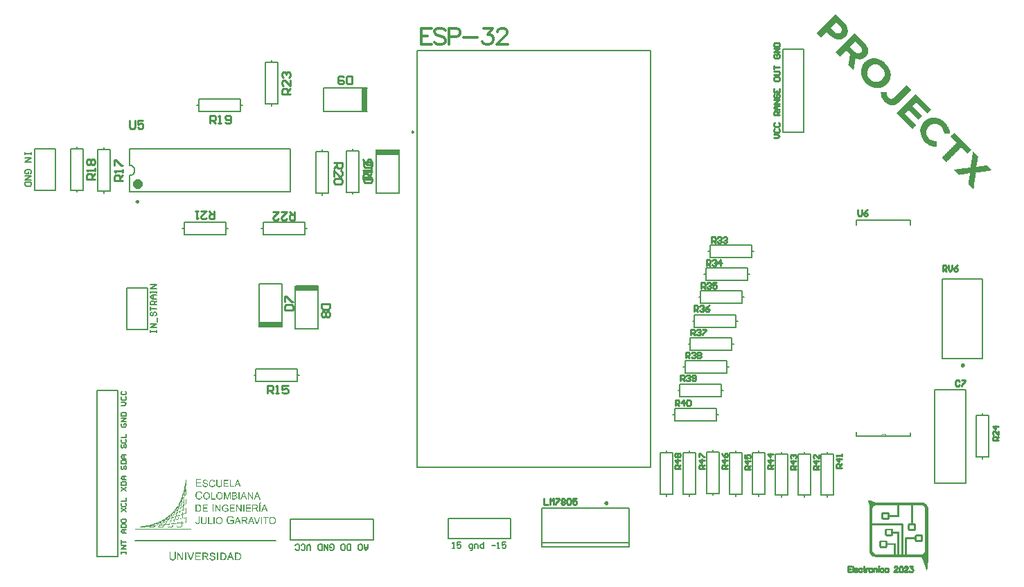
<source format=gto>
%FSTAX23Y23*%
%MOIN*%
%SFA1B1*%

%IPPOS*%
%ADD25C,0.000000*%
%ADD26C,0.023622*%
%ADD27C,0.009843*%
%ADD28C,0.007874*%
%ADD29C,0.006000*%
%ADD30C,0.005000*%
%ADD31C,0.007087*%
%ADD32C,0.010000*%
%ADD33C,0.011811*%
%ADD34R,0.031496X0.110236*%
%ADD35R,0.110236X0.031496*%
%LNmicro-1*%
%LPD*%
G36*
X04965Y-02898D02*
X04964Y-02899D01*
X04969Y-02903*
X04968Y-02904*
X04971Y-02906*
X0497Y-02907*
X04973Y-02909*
X04972Y-0291*
X04974Y-02912*
X04973Y-02912*
X04975Y-02914*
X04974Y-02915*
X04976Y-02916*
X04975Y-02917*
X04976Y-02918*
X04976Y-02919*
X04977Y-0292*
X04976Y-0292*
X04977Y-02922*
X04977Y-02922*
X04977Y-02923*
X04977Y-02923*
X04978Y-02925*
X04977Y-02925*
X04978Y-02926*
X04977Y-02926*
X04979Y-02928*
X04978Y-02928*
X04979Y-02929*
X04978Y-02929*
X04979Y-0293*
X04978Y-02931*
X04979Y-02931*
X04978Y-02932*
X04979Y-02932*
X04978Y-02933*
X04979Y-02934*
X04978Y-02934*
X04979Y-02935*
X04978Y-02936*
X04979Y-02936*
X04978Y-02937*
X04979Y-02937*
X04978Y-02938*
X04977Y-02939*
X04978Y-02939*
X04977Y-0294*
X04978Y-0294*
X04977Y-02941*
X04977Y-02942*
X04977Y-02942*
X04977Y-02943*
X04976Y-02943*
X04977Y-02944*
X04976Y-02945*
X04976Y-02945*
X04976Y-02946*
X04976Y-02946*
X04975Y-02947*
X04976Y-02948*
X04975Y-02948*
X04974Y-02949*
X04975Y-02949*
X04974Y-0295*
X04974Y-02951*
X04973Y-02951*
X04973Y-02952*
X04973Y-02953*
X04973Y-02953*
X04972Y-02954*
X04971Y-02954*
X04971Y-02955*
X04971Y-02956*
X04971Y-02956*
X0497Y-02957*
X04969Y-02957*
X04969Y-02958*
X04968Y-02959*
X04968Y-02959*
X04967Y-0296*
X04966Y-0296*
X04966Y-02961*
X04965Y-02962*
X04965Y-02962*
X04964Y-02963*
X04963Y-02963*
X04963Y-02964*
X04962Y-02965*
X04962Y-02965*
X04961Y-02966*
X0496Y-02966*
X0496Y-02967*
X04959Y-02968*
X04959Y-02967*
X04958Y-02968*
X04957Y-02968*
X04957Y-02969*
X04956Y-02969*
X04956Y-02969*
X04955Y-02969*
X04954Y-0297*
X04954Y-02971*
X04953Y-02971*
X04953Y-02971*
X04952Y-02971*
X04951Y-02972*
X04951Y-02971*
X0495Y-02972*
X04949Y-02973*
X04949Y-02972*
X04948Y-02973*
X04948Y-02973*
X04947Y-02973*
X04946Y-02973*
X04946Y-02974*
X04945Y-02973*
X04945Y-02974*
X04944Y-02974*
X04943Y-02974*
X04943Y-02974*
X04942Y-02974*
X04942Y-02974*
X04941Y-02974*
X0494Y-02974*
X0494Y-02975*
X04939Y-02974*
X04939Y-02975*
X04938Y-02974*
X04937Y-02975*
X04937Y-02974*
X04936Y-02975*
X04936Y-02974*
X04935Y-02975*
X04934Y-02974*
X04933Y-02974*
X04933Y-02974*
X04932Y-02974*
X04931Y-02974*
X04931Y-02974*
X0493Y-02974*
X04929Y-02974*
X04928Y-02973*
X04928Y-02974*
X04927Y-02973*
X04926Y-02974*
X04925Y-02973*
X04925Y-02973*
X04923Y-02972*
X04923Y-02973*
X04922Y-02971*
X04921Y-02972*
X0492Y-02971*
X04919Y-02971*
X04918Y-0297*
X04917Y-02971*
X04916Y-02969*
X04916Y-0297*
X04913Y-02968*
X04913Y-02968*
X04911Y-02966*
X0491Y-02967*
X04908Y-02965*
X04907Y-02965*
X04904Y-02962*
X04903Y-02963*
X04898Y-02957*
X04897Y-02958*
X04877Y-02937*
X04876Y-02938*
X04876Y-02939*
X04875Y-02939*
X04874Y-0294*
X04874Y-0294*
X04873Y-02941*
X04872Y-02942*
X04872Y-02942*
X04871Y-02943*
X04871Y-02943*
X0487Y-02944*
X04869Y-02945*
X04869Y-02945*
X04868Y-02946*
X04868Y-02946*
X04867Y-02947*
X04866Y-02948*
X04866Y-02948*
X04865Y-02949*
X04865Y-02949*
X04864Y-0295*
X04863Y-02951*
X04863Y-02951*
X04862Y-02952*
X04862Y-02953*
X04861Y-02953*
X0486Y-02954*
X0486Y-02954*
X04859Y-02955*
X04859Y-02956*
X04858Y-02956*
X04857Y-02957*
X04857Y-02957*
X04856Y-02958*
X04856Y-02959*
X04855Y-02959*
X04854Y-0296*
X04854Y-0296*
X04853Y-02961*
X04852Y-02962*
X04852Y-02962*
X04851Y-02963*
X04851Y-02963*
X0485Y-02964*
X04849Y-02963*
X04849Y-02964*
X04828Y-02943*
X04828Y-02942*
X04829Y-02942*
X04829Y-02941*
X0483Y-0294*
X04831Y-0294*
X04831Y-02939*
X04832Y-02939*
X04832Y-02938*
X04833Y-02937*
X04834Y-02937*
X04834Y-02936*
X04835Y-02936*
X04836Y-02935*
X04836Y-02934*
X04837Y-02934*
X04837Y-02933*
X04838Y-02932*
X04839Y-02932*
X04839Y-02931*
X0484Y-02931*
X0484Y-0293*
X04841Y-02929*
X04842Y-02929*
X04842Y-02928*
X04843Y-02928*
X04843Y-02927*
X04844Y-02926*
X04845Y-02926*
X04845Y-02925*
X04846Y-02925*
X04846Y-02924*
X04847Y-02923*
X04848Y-02923*
X04848Y-02922*
X04849Y-02922*
X04849Y-02921*
X0485Y-0292*
X04851Y-0292*
X04851Y-02919*
X04852Y-02919*
X04852Y-02918*
X04853Y-02917*
X04854Y-02917*
X04854Y-02916*
X04855Y-02916*
X04856Y-02915*
X04856Y-02914*
X04857Y-02914*
X04857Y-02913*
X04858Y-02912*
X04859Y-02912*
X04859Y-02911*
X0486Y-02911*
X0486Y-0291*
X04861Y-02909*
X04862Y-02909*
X04862Y-02908*
X04863Y-02908*
X04863Y-02907*
X04864Y-02906*
X04865Y-02906*
X04865Y-02905*
X04866Y-02905*
X04866Y-02904*
X04867Y-02903*
X04868Y-02903*
X04868Y-02902*
X04869Y-02902*
X04869Y-02901*
X0487Y-029*
X04871Y-029*
X04871Y-02899*
X04872Y-02899*
X04872Y-02898*
X04873Y-02897*
X04874Y-02897*
X04874Y-02896*
X04875Y-02896*
X04876Y-02895*
X04876Y-02894*
X04877Y-02894*
X04877Y-02893*
X04878Y-02892*
X04879Y-02892*
X04879Y-02891*
X0488Y-02891*
X0488Y-0289*
X04881Y-02889*
X04882Y-02889*
X04882Y-02888*
X04883Y-02888*
X04883Y-02887*
X04884Y-02886*
X04885Y-02886*
X04885Y-02885*
X04886Y-02885*
X04886Y-02884*
X04887Y-02883*
X04888Y-02883*
X04888Y-02882*
X04889Y-02882*
X04889Y-02881*
X0489Y-0288*
X04891Y-0288*
X04891Y-02879*
X04892Y-02879*
X04892Y-02878*
X04893Y-02877*
X04894Y-02877*
X04894Y-02876*
X04895Y-02876*
X04896Y-02875*
X04896Y-02874*
X04897Y-02874*
X04897Y-02873*
X04898Y-02872*
X04899Y-02872*
X04899Y-02871*
X049Y-02871*
X049Y-0287*
X04901Y-02869*
X04902Y-02869*
X04902Y-02868*
X04903Y-02868*
X04903Y-02867*
X04904Y-02866*
X04905Y-02866*
X04905Y-02865*
X04906Y-02865*
X04906Y-02864*
X04907Y-02863*
X04908Y-02863*
X04908Y-02862*
X04909Y-02862*
X04909Y-02861*
X0491Y-0286*
X04911Y-0286*
X04911Y-02859*
X04912Y-02859*
X04913Y-02858*
X04913Y-02857*
X04914Y-02857*
X04914Y-02856*
X04915Y-02856*
X04916Y-02855*
X04916Y-02854*
X04917Y-02854*
X04917Y-02853*
X04918Y-02852*
X04919Y-02852*
X04965Y-02898*
G37*
G36*
X05062Y-02996D02*
X05062Y-02996D01*
X05066Y-03001*
X05066Y-03002*
X05069Y-03005*
X05068Y-03005*
X05071Y-03008*
X0507Y-03008*
X05072Y-0301*
X05071Y-03011*
X05073Y-03012*
X05072Y-03013*
X05074Y-03014*
X05073Y-03015*
X05074Y-03016*
X05074Y-03017*
X05075Y-03018*
X05074Y-03019*
X05076Y-0302*
X05075Y-0302*
X05076Y-03021*
X05075Y-03022*
X05076Y-03023*
X05076Y-03023*
X05076Y-03024*
X05076Y-03025*
X05076Y-03025*
X05076Y-03026*
X05076Y-03026*
X05076Y-03027*
X05076Y-03028*
X05076Y-03028*
X05076Y-03029*
X05076Y-03029*
X05076Y-0303*
X05076Y-03031*
X05076Y-03031*
X05076Y-03032*
X05076Y-03033*
X05076Y-03033*
X05076Y-03034*
X05076Y-03034*
X05076Y-03035*
X05076Y-03036*
X05075Y-03036*
X05076Y-03037*
X05075Y-03037*
X05076Y-03038*
X05075Y-03039*
X05074Y-03039*
X05075Y-0304*
X05074Y-0304*
X05074Y-03041*
X05074Y-03042*
X05074Y-03042*
X05073Y-03043*
X05074Y-03043*
X05073Y-03044*
X05073Y-03045*
X05072Y-03045*
X05073Y-03046*
X05072Y-03046*
X05071Y-03047*
X05071Y-03048*
X05071Y-03048*
X05071Y-03049*
X0507Y-03049*
X0507Y-0305*
X05069Y-03051*
X05068Y-03051*
X05069Y-03052*
X05068Y-03053*
X05068Y-03053*
X05067Y-03054*
X05066Y-03054*
X05066Y-03055*
X05065Y-03056*
X05065Y-03056*
X05064Y-03057*
X05063Y-03057*
X05063Y-03058*
X05062Y-03059*
X05062Y-03059*
X05061Y-0306*
X0506Y-0306*
X0506Y-03061*
X05059Y-03062*
X05059Y-03062*
X05058Y-03062*
X05057Y-03062*
X05057Y-03063*
X05056Y-03063*
X05056Y-03064*
X05055Y-03065*
X05054Y-03064*
X05054Y-03065*
X05053Y-03065*
X05053Y-03066*
X05052Y-03066*
X05051Y-03066*
X05051Y-03066*
X0505Y-03067*
X0505Y-03066*
X05049Y-03067*
X05048Y-03068*
X05048Y-03067*
X05047Y-03068*
X05046Y-03068*
X05046Y-03068*
X05045Y-03068*
X05045Y-03069*
X05044Y-03068*
X05043Y-03069*
X05043Y-0307*
X05042Y-03069*
X05042Y-0307*
X05041Y-03069*
X0504Y-0307*
X0504Y-03069*
X05039Y-0307*
X05039Y-03069*
X05038Y-0307*
X05037Y-0307*
X05037Y-0307*
X05036Y-0307*
X05036Y-0307*
X05035Y-0307*
X05034Y-0307*
X05034Y-0307*
X05033Y-03069*
X05032Y-0307*
X05031Y-03069*
X05031Y-0307*
X0503Y-03069*
X0503Y-0307*
X05028Y-03068*
X05028Y-03069*
X05027Y-03068*
X05026Y-03069*
X05025Y-03068*
X05025Y-03068*
X05024Y-03068*
X05023Y-03068*
X05022Y-03067*
X05022Y-03068*
X0502Y-03066*
X0502Y-03067*
X05018Y-03065*
X05017Y-03066*
X05016Y-03065*
X05016Y-03065*
X05014Y-03064*
X05014Y-03065*
X05014Y-03065*
X05014Y-03066*
X05014Y-03066*
X05014Y-03067*
X05014Y-03068*
X05014Y-03068*
X05013Y-03069*
X05014Y-0307*
X05013Y-0307*
X05014Y-03071*
X05013Y-03071*
X05014Y-03072*
X05013Y-03073*
X05013Y-03073*
X05013Y-03074*
X05013Y-03074*
X05013Y-03075*
X05013Y-03076*
X05013Y-03076*
X05013Y-03077*
X05012Y-03077*
X05013Y-03078*
X05012Y-03079*
X05013Y-03079*
X05012Y-0308*
X05013Y-0308*
X05012Y-03081*
X05011Y-03082*
X05012Y-03082*
X05011Y-03083*
X05012Y-03083*
X05011Y-03084*
X05012Y-03085*
X05011Y-03085*
X05011Y-03086*
X05011Y-03086*
X05011Y-03087*
X05011Y-03088*
X05011Y-03088*
X05011Y-03089*
X05011Y-0309*
X0501Y-0309*
X05011Y-03091*
X0501Y-03091*
X05011Y-03092*
X0501Y-03093*
X05011Y-03093*
X0501Y-03094*
X05009Y-03094*
X0501Y-03095*
X05009Y-03096*
X0501Y-03096*
X05009Y-03097*
X0501Y-03097*
X05009Y-03098*
X05009Y-03099*
X05009Y-03099*
X05009Y-031*
X05009Y-031*
X05009Y-03101*
X05009Y-03102*
X05009Y-03102*
X05008Y-03103*
X05009Y-03103*
X05008Y-03104*
X05009Y-03105*
X05008Y-03105*
X05009Y-03106*
X05008Y-03106*
X05008Y-03107*
X05008Y-03108*
X05008Y-03108*
X05008Y-03109*
X05008Y-0311*
X05008Y-0311*
X05008Y-03111*
X05007Y-03111*
X05008Y-03112*
X05007Y-03113*
X05008Y-03113*
X05007Y-03114*
X05008Y-03114*
X05007Y-03115*
X05006Y-03116*
X05007Y-03116*
X05006Y-03117*
X05007Y-03117*
X05006Y-03118*
X05007Y-03119*
X05006Y-03119*
X05006Y-0312*
X05005Y-0312*
X0498Y-03096*
X04981Y-03095*
X0498Y-03094*
X04981Y-03094*
X0498Y-03093*
X04981Y-03093*
X04982Y-03092*
X04981Y-03091*
X04982Y-03091*
X04981Y-0309*
X04982Y-0309*
X04982Y-03089*
X04982Y-03088*
X04982Y-03088*
X04982Y-03087*
X04982Y-03086*
X04982Y-03086*
X04982Y-03085*
X04983Y-03085*
X04982Y-03084*
X04983Y-03083*
X04982Y-03083*
X04983Y-03082*
X04982Y-03082*
X04983Y-03081*
X04983Y-0308*
X04983Y-0308*
X04983Y-03079*
X04983Y-03079*
X04983Y-03078*
X04983Y-03077*
X04983Y-03077*
X04984Y-03076*
X04983Y-03076*
X04984Y-03075*
X04983Y-03074*
X04984Y-03074*
X04983Y-03073*
X04984Y-03073*
X04985Y-03072*
X04984Y-03071*
X04985Y-03071*
X04984Y-0307*
X04985Y-0307*
X04985Y-03069*
X04985Y-03068*
X04985Y-03068*
X04985Y-03067*
X04985Y-03066*
X04985Y-03066*
X04985Y-03065*
X04986Y-03065*
X04985Y-03064*
X04986Y-03063*
X04985Y-03063*
X04986Y-03062*
X04985Y-03062*
X04986Y-03061*
X04986Y-0306*
X04986Y-0306*
X04986Y-03059*
X04986Y-03059*
X04986Y-03058*
X04986Y-03057*
X04986Y-03057*
X04987Y-03056*
X04986Y-03056*
X04987Y-03055*
X04986Y-03054*
X04987Y-03054*
X04988Y-03053*
X04987Y-03053*
X04988Y-03052*
X04987Y-03051*
X04988Y-03051*
X04987Y-0305*
X04988Y-03049*
X04988Y-03049*
X04988Y-03048*
X04988Y-03048*
X04988Y-03047*
X04988Y-03046*
X04988Y-03046*
X04988Y-03045*
X04971Y-03028*
X0497Y-03028*
X04969Y-03029*
X04969Y-03029*
X04968Y-0303*
X04968Y-03031*
X04967Y-03031*
X04966Y-03032*
X04966Y-03033*
X04965Y-03033*
X04965Y-03034*
X04964Y-03034*
X04963Y-03035*
X04963Y-03036*
X04962Y-03036*
X04962Y-03037*
X04961Y-03037*
X0496Y-03038*
X0496Y-03039*
X04959Y-03039*
X04959Y-0304*
X04958Y-0304*
X04957Y-03041*
X04957Y-03042*
X04956Y-03042*
X04956Y-03043*
X04955Y-03043*
X04954Y-03044*
X04954Y-03045*
X04953Y-03045*
X04953Y-03046*
X04952Y-03046*
X04951Y-03047*
X04951Y-03048*
X0495Y-03048*
X04949Y-03049*
X04949Y-03049*
X04948Y-0305*
X04948Y-03051*
X04947Y-03051*
X04946Y-03052*
X04946Y-03053*
X04945Y-03053*
X04945Y-03054*
X04944Y-03054*
X04943Y-03055*
X04943Y-03056*
X04942Y-03056*
X04942Y-03057*
X0492Y-03036*
X04921Y-03035*
X0492Y-03034*
X04921Y-03034*
X04922Y-03033*
X04922Y-03033*
X04923Y-03032*
X04923Y-03031*
X04924Y-03031*
X04925Y-0303*
X04925Y-03029*
X04926Y-03029*
X04926Y-03028*
X04927Y-03028*
X04928Y-03027*
X04928Y-03026*
X04929Y-03026*
X04929Y-03025*
X0493Y-03025*
X04931Y-03024*
X04931Y-03023*
X04932Y-03023*
X04933Y-03022*
X04933Y-03022*
X04934Y-03021*
X04934Y-0302*
X04935Y-0302*
X04936Y-03019*
X04936Y-03019*
X04937Y-03018*
X04937Y-03017*
X04938Y-03017*
X04939Y-03016*
X04939Y-03016*
X0494Y-03015*
X0494Y-03014*
X04941Y-03014*
X04942Y-03013*
X04942Y-03013*
X04943Y-03012*
X04943Y-03011*
X04944Y-03011*
X04945Y-0301*
X04945Y-03009*
X04946Y-03009*
X04946Y-03008*
X04947Y-03008*
X04948Y-03007*
X04948Y-03006*
X04949Y-03006*
X04949Y-03005*
X0495Y-03005*
X04951Y-03004*
X04951Y-03003*
X04952Y-03003*
X04953Y-03002*
X04953Y-03002*
X04954Y-03001*
X04954Y-03*
X04955Y-03*
X04956Y-02999*
X04956Y-02999*
X04957Y-02998*
X04957Y-02997*
X04958Y-02997*
X04959Y-02996*
X04959Y-02996*
X0496Y-02995*
X0496Y-02994*
X04961Y-02994*
X04962Y-02993*
X04962Y-02993*
X04963Y-02992*
X04963Y-02991*
X04964Y-02991*
X04965Y-0299*
X04965Y-02989*
X04966Y-02989*
X04966Y-02988*
X04967Y-02988*
X04968Y-02987*
X04968Y-02986*
X04969Y-02986*
X04969Y-02985*
X0497Y-02985*
X04971Y-02984*
X04971Y-02983*
X04972Y-02983*
X04973Y-02982*
X04973Y-02982*
X04974Y-02981*
X04974Y-0298*
X04975Y-0298*
X04976Y-02979*
X04976Y-02979*
X04977Y-02978*
X04977Y-02977*
X04978Y-02977*
X04979Y-02976*
X04979Y-02976*
X0498Y-02975*
X0498Y-02974*
X04981Y-02974*
X04982Y-02973*
X04982Y-02973*
X04983Y-02972*
X04983Y-02971*
X04984Y-02971*
X04985Y-0297*
X04985Y-02969*
X04986Y-02969*
X04986Y-02968*
X04987Y-02968*
X04988Y-02967*
X04988Y-02966*
X04989Y-02966*
X04989Y-02965*
X0499Y-02965*
X04991Y-02964*
X04991Y-02963*
X04992Y-02963*
X04993Y-02962*
X04993Y-02962*
X04994Y-02961*
X04994Y-0296*
X04995Y-0296*
X04996Y-02959*
X04996Y-02959*
X04997Y-02958*
X04997Y-02957*
X04998Y-02957*
X04999Y-02956*
X04999Y-02956*
X05Y-02955*
X05Y-02954*
X05001Y-02954*
X05002Y-02953*
X05002Y-02953*
X05003Y-02952*
X05003Y-02951*
X05004Y-02951*
X05005Y-0295*
X05005Y-02949*
X05006Y-02949*
X05006Y-02948*
X05007Y-02948*
X05008Y-02947*
X05008Y-02946*
X05009Y-02946*
X05009Y-02945*
X0501Y-02945*
X05011Y-02944*
X05062Y-02996*
G37*
G36*
X05103Y-03066D02*
X05104Y-03065D01*
X05105Y-03066*
X05105Y-03065*
X05106Y-03066*
X05106Y-03065*
X05108Y-03066*
X05108Y-03066*
X05109Y-03066*
X0511Y-03066*
X0511Y-03066*
X05111Y-03066*
X05111Y-03066*
X05112Y-03066*
X05113Y-03066*
X05113Y-03066*
X05114Y-03067*
X05115Y-03066*
X05116Y-03067*
X05116Y-03066*
X05117Y-03067*
X05117Y-03066*
X05119Y-03068*
X05119Y-03067*
X0512Y-03068*
X0512Y-03067*
X05122Y-03068*
X05122Y-03068*
X05123Y-03069*
X05124Y-03068*
X05125Y-0307*
X05126Y-03069*
X05126Y-0307*
X05127Y-03069*
X05129Y-03071*
X0513Y-0307*
X05131Y-03071*
X05131Y-03071*
X05133Y-03072*
X05133Y-03071*
X05135Y-03073*
X05136Y-03073*
X05137Y-03074*
X05138Y-03074*
X0514Y-03076*
X0514Y-03075*
X05142Y-03077*
X05143Y-03076*
X05146Y-03079*
X05146Y-03079*
X0515Y-03082*
X05151Y-03082*
X05157Y-03088*
X05157Y-03087*
X05163Y-03093*
X05162Y-03093*
X05169Y-031*
X05168Y-031*
X05172Y-03104*
X05171Y-03105*
X05174Y-03107*
X05173Y-03108*
X05176Y-0311*
X05175Y-03111*
X05177Y-03113*
X05176Y-03113*
X05178Y-03115*
X05177Y-03116*
X05179Y-03117*
X05178Y-03117*
X0518Y-03119*
X05179Y-0312*
X0518Y-03121*
X0518Y-03122*
X05181Y-03123*
X0518Y-03123*
X05182Y-03125*
X05181Y-03125*
X05182Y-03126*
X05182Y-03127*
X05182Y-03128*
X05182Y-03128*
X05183Y-0313*
X05182Y-0313*
X05183Y-03131*
X05182Y-03131*
X05183Y-03133*
X05183Y-03133*
X05183Y-03134*
X05183Y-03134*
X05184Y-03136*
X05183Y-03136*
X05184Y-03137*
X05183Y-03137*
X05184Y-03138*
X05183Y-03139*
X05184Y-03139*
X05183Y-0314*
X05185Y-03141*
X05184Y-03142*
X05185Y-03142*
X05184Y-03143*
X05185Y-03143*
X05184Y-03144*
X05185Y-03145*
X05184Y-03145*
X05185Y-03146*
X05184Y-03146*
X05185Y-03147*
X05184Y-03148*
X05185Y-03148*
X05184Y-03149*
X05185Y-0315*
X05184Y-0315*
X05183Y-03151*
X05184Y-03151*
X05183Y-03152*
X05184Y-03153*
X05183Y-03153*
X05184Y-03154*
X05183Y-03154*
X05184Y-03155*
X05183Y-03156*
X05183Y-03156*
X05183Y-03157*
X05183Y-03157*
X05183Y-03158*
X05183Y-03159*
X05182Y-03159*
X05183Y-0316*
X05182Y-0316*
X05182Y-03161*
X05182Y-03162*
X05182Y-03162*
X05182Y-03163*
X05182Y-03163*
X05181Y-03164*
X05182Y-03165*
X05181Y-03165*
X0518Y-03166*
X05181Y-03166*
X0518Y-03167*
X0518Y-03168*
X0518Y-03168*
X0518Y-03169*
X05179Y-0317*
X05179Y-0317*
X05179Y-03171*
X05179Y-03171*
X05178Y-03172*
X05179Y-03173*
X05178Y-03173*
X05177Y-03174*
X05177Y-03174*
X05176Y-03175*
X05177Y-03176*
X05176Y-03176*
X05176Y-03177*
X05175Y-03177*
X05176Y-03178*
X05175Y-03179*
X05174Y-03179*
X05174Y-0318*
X05173Y-0318*
X05173Y-03181*
X05173Y-03182*
X05173Y-03182*
X05172Y-03183*
X05171Y-03183*
X05171Y-03184*
X0517Y-03185*
X0517Y-03185*
X05169Y-03186*
X05168Y-03186*
X05168Y-03187*
X05167Y-03188*
X05168Y-03188*
X05167Y-03189*
X05167Y-0319*
X05166Y-0319*
X05165Y-03191*
X05165Y-03191*
X05164Y-03191*
X05163Y-03191*
X05163Y-03192*
X05162Y-03193*
X05162Y-03193*
X05161Y-03194*
X0516Y-03194*
X0516Y-03195*
X05159Y-03196*
X05159Y-03196*
X05158Y-03197*
X05157Y-03196*
X05157Y-03197*
X05156Y-03197*
X05156Y-03198*
X05155Y-03199*
X05154Y-03199*
X05154Y-03199*
X05153Y-03199*
X05153Y-032*
X05152Y-032*
X05151Y-032*
X05151Y-032*
X0515Y-03201*
X0515Y-03202*
X05149Y-03202*
X05148Y-03202*
X05148Y-03202*
X05147Y-03203*
X05146Y-03202*
X05146Y-03203*
X05145Y-03203*
X05145Y-03204*
X05144Y-03203*
X05143Y-03204*
X05143Y-03205*
X05142Y-03204*
X05142Y-03205*
X05141Y-03205*
X0514Y-03205*
X0514Y-03205*
X05139Y-03206*
X05139Y-03205*
X05138Y-03206*
X05137Y-03207*
X05137Y-03206*
X05136Y-03207*
X05136Y-03206*
X05135Y-03207*
X05134Y-03207*
X05134Y-03207*
X05133Y-03207*
X05133Y-03207*
X05132Y-03207*
X05131Y-03208*
X05131Y-03207*
X0513Y-03208*
X0513Y-03207*
X05129Y-03208*
X05128Y-03207*
X05128Y-03208*
X05127Y-03207*
X05126Y-03208*
X05126Y-03208*
X05125Y-03208*
X05125Y-03208*
X05124Y-03208*
X05123Y-03208*
X05123Y-03208*
X05122Y-03208*
X05122Y-03208*
X05121Y-03208*
X0512Y-03208*
X0512Y-03208*
X05119Y-03208*
X05119Y-03208*
X05118Y-03208*
X05117Y-03208*
X05116Y-03207*
X05116Y-03208*
X05115Y-03207*
X05114Y-03208*
X05114Y-03207*
X05113Y-03208*
X05113Y-03207*
X05112Y-03208*
X05111Y-03207*
X05111Y-03208*
X0511Y-03207*
X05109Y-03207*
X05108Y-03207*
X05108Y-03207*
X05106Y-03206*
X05106Y-03207*
X05105Y-03206*
X05105Y-03207*
X05103Y-03205*
X05103Y-03206*
X05102Y-03205*
X05101Y-03205*
X051Y-03204*
X05099Y-03205*
X05098Y-03203*
X05097Y-03204*
X05096Y-03203*
X05096Y-03203*
X05094Y-03202*
X05094Y-03203*
X05092Y-03201*
X05091Y-03202*
X0509Y-032*
X0509Y-03201*
X05088Y-03199*
X05087Y-032*
X05085Y-03197*
X05084Y-03198*
X05082Y-03196*
X05082Y-03197*
X05079Y-03194*
X05078Y-03194*
X05074Y-0319*
X05073Y-03191*
X05059Y-03177*
X0506Y-03176*
X05056Y-03172*
X05056Y-03171*
X05053Y-03168*
X05054Y-03168*
X05051Y-03165*
X05052Y-03165*
X0505Y-03162*
X0505Y-03162*
X05048Y-0316*
X05049Y-03159*
X05048Y-03158*
X05048Y-03157*
X05046Y-03156*
X05047Y-03155*
X05046Y-03154*
X05046Y-03153*
X05045Y-03152*
X05046Y-03151*
X05045Y-0315*
X05045Y-0315*
X05044Y-03148*
X05045Y-03148*
X05043Y-03146*
X05044Y-03146*
X05043Y-03145*
X05044Y-03145*
X05043Y-03143*
X05043Y-03143*
X05042Y-03142*
X05043Y-03141*
X05042Y-0314*
X05043Y-0314*
X05042Y-03139*
X05043Y-03139*
X05042Y-03138*
X05043Y-03137*
X05042Y-03136*
X05042Y-03136*
X05042Y-03135*
X05042Y-03134*
X05042Y-03134*
X05042Y-03133*
X05042Y-03133*
X05042Y-03132*
X05042Y-03131*
X05042Y-03131*
X05042Y-0313*
X05042Y-0313*
X05041Y-03128*
X05042Y-03128*
X05042Y-03127*
X05042Y-03126*
X05042Y-03126*
X05042Y-03125*
X05042Y-03125*
X05042Y-03124*
X05042Y-03123*
X05042Y-03123*
X05042Y-03122*
X05042Y-03122*
X05042Y-03121*
X05042Y-0312*
X05042Y-0312*
X05043Y-03119*
X05042Y-03119*
X05043Y-03118*
X05042Y-03117*
X05043Y-03117*
X05042Y-03116*
X05043Y-03116*
X05043Y-03115*
X05043Y-03114*
X05043Y-03114*
X05044Y-03113*
X05043Y-03113*
X05044Y-03112*
X05043Y-03111*
X05044Y-03111*
X05045Y-0311*
X05044Y-0311*
X05045Y-03109*
X05045Y-03108*
X05045Y-03108*
X05045Y-03107*
X05046Y-03106*
X05045Y-03106*
X05046Y-03105*
X05046Y-03105*
X05047Y-03104*
X05046Y-03103*
X05047Y-03103*
X05048Y-03102*
X05047Y-03102*
X05048Y-03101*
X05048Y-031*
X05049Y-031*
X05048Y-03099*
X05049Y-03099*
X0505Y-03098*
X0505Y-03097*
X05051Y-03097*
X0505Y-03096*
X05051Y-03096*
X05051Y-03095*
X05052Y-03094*
X05053Y-03094*
X05052Y-03093*
X05053Y-03093*
X05053Y-03092*
X05054Y-03091*
X05054Y-03091*
X05055Y-0309*
X05056Y-0309*
X05056Y-03089*
X05057Y-03088*
X05056Y-03088*
X05057Y-03087*
X05057Y-03086*
X05058Y-03086*
X05059Y-03085*
X05059Y-03085*
X0506Y-03084*
X0506Y-03083*
X05061Y-03083*
X05062Y-03082*
X05062Y-03082*
X05063Y-03081*
X05063Y-0308*
X05064Y-03081*
X05065Y-0308*
X05065Y-0308*
X05066Y-03079*
X05066Y-03079*
X05067Y-03078*
X05068Y-03077*
X05068Y-03077*
X05069Y-03076*
X0507Y-03077*
X0507Y-03076*
X05071Y-03076*
X05071Y-03075*
X05072Y-03074*
X05073Y-03075*
X05073Y-03074*
X05074Y-03074*
X05074Y-03073*
X05075Y-03073*
X05076Y-03073*
X05076Y-03073*
X05077Y-03072*
X05077Y-03071*
X05078Y-03072*
X05079Y-03071*
X05079Y-03071*
X0508Y-03071*
X0508Y-03071*
X05081Y-0307*
X05082Y-0307*
X05082Y-0307*
X05083Y-0307*
X05083Y-03069*
X05084Y-0307*
X05085Y-03069*
X05085Y-03068*
X05086Y-03069*
X05086Y-03068*
X05087Y-03068*
X05088Y-03068*
X05088Y-03068*
X05089Y-03068*
X0509Y-03068*
X0509Y-03067*
X05091Y-03068*
X05091Y-03067*
X05092Y-03068*
X05093Y-03067*
X05093Y-03066*
X05094Y-03067*
X05094Y-03066*
X05095Y-03067*
X05096Y-03066*
X05096Y-03066*
X05097Y-03066*
X05097Y-03066*
X05098Y-03066*
X05099Y-03066*
X05099Y-03066*
X051Y-03066*
X051Y-03066*
X05101Y-03066*
X05102Y-03066*
X05102Y-03066*
X05103Y-03065*
X05103Y-03066*
G37*
G36*
X05284Y-03217D02*
X05283Y-03217D01*
X05282Y-03218*
X05282Y-03219*
X05281Y-03219*
X0528Y-0322*
X0528Y-0322*
X05279Y-03221*
X05279Y-03222*
X05278Y-03222*
X05277Y-03223*
X05277Y-03223*
X05276Y-03224*
X05276Y-03225*
X05275Y-03225*
X05274Y-03226*
X05274Y-03227*
X05273Y-03227*
X05273Y-03228*
X05272Y-03228*
X05271Y-03229*
X05271Y-0323*
X0527Y-0323*
X0527Y-03231*
X05269Y-03231*
X05268Y-03232*
X05268Y-03233*
X05267Y-03233*
X05267Y-03234*
X05266Y-03234*
X05265Y-03235*
X05265Y-03236*
X05264Y-03236*
X05263Y-03237*
X05263Y-03237*
X05262Y-03238*
X05262Y-03239*
X05261Y-03239*
X0526Y-0324*
X0526Y-0324*
X05259Y-03241*
X05259Y-03242*
X05258Y-03242*
X05257Y-03243*
X05257Y-03243*
X05256Y-03244*
X05256Y-03245*
X05255Y-03245*
X05254Y-03246*
X05254Y-03247*
X05253Y-03247*
X05253Y-03248*
X05252Y-03248*
X05251Y-03249*
X05251Y-0325*
X0525Y-0325*
X0525Y-03251*
X05249Y-03251*
X05248Y-03252*
X05248Y-03253*
X05247Y-03253*
X05247Y-03254*
X05246Y-03254*
X05245Y-03255*
X05245Y-03256*
X05244Y-03256*
X05243Y-03257*
X05243Y-03257*
X05242Y-03258*
X05242Y-03259*
X05241Y-03259*
X0524Y-0326*
X0524Y-0326*
X05239Y-03261*
X05239Y-03262*
X05238Y-03262*
X05237Y-03263*
X05237Y-03263*
X05236Y-03264*
X05236Y-03265*
X05235Y-03265*
X05234Y-03266*
X05234Y-03267*
X05233Y-03267*
X05233Y-03268*
X05232Y-03268*
X05231Y-03269*
X05231Y-0327*
X0523Y-0327*
X0523Y-03271*
X05229Y-03271*
X05228Y-03272*
X05228Y-03273*
X05227Y-03273*
X05227Y-03274*
X05226Y-03274*
X05225Y-03275*
X05225Y-03276*
X05224Y-03276*
X05223Y-03277*
X05223Y-03277*
X05222Y-03278*
X05222Y-03279*
X05221Y-03279*
X0522Y-0328*
X0522Y-03279*
X05219Y-0328*
X05219Y-0328*
X05218Y-03281*
X05217Y-03282*
X05217Y-03282*
X05216Y-03283*
X05216Y-03283*
X05215Y-03283*
X05214Y-03283*
X05214Y-03284*
X05213Y-03285*
X05213Y-03285*
X05212Y-03286*
X05211Y-03285*
X05211Y-03286*
X0521Y-03287*
X0521Y-03287*
X05209Y-03287*
X05208Y-03287*
X05208Y-03288*
X05207Y-03288*
X05207Y-03288*
X05206Y-03288*
X05205Y-03289*
X05205Y-03288*
X05204Y-03289*
X05203Y-0329*
X05203Y-03289*
X05202Y-0329*
X05202Y-0329*
X05201Y-0329*
X052Y-0329*
X052Y-0329*
X05199Y-0329*
X05199Y-03291*
X05198Y-0329*
X05197Y-03291*
X05197Y-0329*
X05196Y-03291*
X05196Y-0329*
X05195Y-03291*
X05194Y-03291*
X05194Y-03291*
X05193Y-03291*
X05193Y-03291*
X05192Y-03291*
X05191Y-03291*
X05191Y-03291*
X0519Y-0329*
X05189Y-03291*
X05188Y-0329*
X05188Y-03291*
X05187Y-0329*
X05187Y-03291*
X05186Y-0329*
X05185Y-03291*
X05184Y-0329*
X05183Y-0329*
X05183Y-0329*
X05182Y-0329*
X0518Y-03288*
X0518Y-03289*
X05179Y-03288*
X05179Y-03289*
X05177Y-03287*
X05176Y-03288*
X05175Y-03287*
X05174Y-03287*
X05173Y-03285*
X05172Y-03286*
X0517Y-03283*
X05169Y-03284*
X05166Y-03281*
X05165Y-03282*
X0516Y-03277*
X0516Y-03277*
X05153Y-0327*
X05153Y-0327*
X05148Y-03264*
X05148Y-03263*
X05145Y-0326*
X05146Y-0326*
X05144Y-03258*
X05145Y-03257*
X05143Y-03256*
X05143Y-03255*
X05142Y-03253*
X05142Y-03253*
X0514Y-03251*
X05141Y-0325*
X0514Y-03249*
X0514Y-03248*
X05139Y-03247*
X0514Y-03247*
X05139Y-03246*
X0514Y-03245*
X05139Y-03244*
X05139Y-03243*
X05138Y-03242*
X05139Y-03242*
X05138Y-03241*
X05139Y-0324*
X05138Y-0324*
X05139Y-03239*
X05137Y-03238*
X05138Y-03237*
X05137Y-03237*
X05138Y-03236*
X05137Y-03235*
X05137Y-03234*
X05137Y-03234*
X05137Y-03233*
X05137Y-03233*
X05137Y-03232*
X05137Y-03231*
X05137Y-03231*
X05137Y-0323*
X05137Y-0323*
X05137Y-03229*
X05137Y-03228*
X05137Y-03228*
X05137Y-03227*
X05138Y-03228*
X05139Y-03227*
X05139Y-03228*
X0514Y-03227*
X0514Y-03228*
X05141Y-03227*
X05142Y-03228*
X05142Y-03227*
X05143Y-03228*
X05143Y-03227*
X05144Y-03228*
X05145Y-03227*
X05145Y-03228*
X05146Y-03227*
X05146Y-03228*
X05147Y-03227*
X05148Y-03228*
X05148Y-03227*
X05149Y-03228*
X0515Y-03227*
X0515Y-03228*
X05151Y-03227*
X05151Y-03228*
X05152Y-03227*
X05153Y-03228*
X05153Y-03227*
X05154Y-03228*
X05154Y-03227*
X05155Y-03228*
X05156Y-03227*
X05156Y-03228*
X05157Y-03227*
X05157Y-03228*
X05158Y-03227*
X05159Y-03228*
X05159Y-03227*
X0516Y-03228*
X0516Y-03227*
X05161Y-03228*
X05162Y-03227*
X05162Y-03227*
X05163Y-03228*
X05164Y-03227*
X05165Y-03228*
X05165Y-03229*
X05165Y-0323*
X05165Y-0323*
X05165Y-03231*
X05165Y-03231*
X05165Y-03232*
X05165Y-03233*
X05166Y-03234*
X05165Y-03234*
X05166Y-03235*
X05165Y-03236*
X05166Y-03236*
X05165Y-03237*
X05167Y-03238*
X05166Y-03239*
X05167Y-03239*
X05166Y-0324*
X05167Y-03241*
X05167Y-03242*
X05168Y-03243*
X05167Y-03243*
X05168Y-03245*
X05168Y-03245*
X05169Y-03247*
X05168Y-03247*
X05171Y-0325*
X0517Y-0325*
X05178Y-03258*
X05179Y-03257*
X0518Y-03259*
X05181Y-03259*
X05183Y-0326*
X05183Y-0326*
X05184Y-0326*
X05185Y-0326*
X05186Y-03261*
X05187Y-0326*
X05187Y-03261*
X05188Y-0326*
X05188Y-0326*
X05189Y-0326*
X0519Y-0326*
X0519Y-0326*
X05191Y-0326*
X05191Y-0326*
X05192Y-0326*
X05193Y-03259*
X05193Y-03259*
X05194Y-03259*
X05194Y-03259*
X05195Y-03258*
X05196Y-03259*
X05196Y-03258*
X05197Y-03257*
X05197Y-03257*
X05198Y-03256*
X05199Y-03256*
X05199Y-03255*
X052Y-03256*
X052Y-03255*
X05201Y-03254*
X05202Y-03254*
X05202Y-03253*
X05203Y-03253*
X05203Y-03252*
X05204Y-03251*
X05205Y-03251*
X05205Y-0325*
X05206Y-0325*
X05207Y-03249*
X05207Y-03248*
X05208Y-03248*
X05208Y-03247*
X05209Y-03247*
X0521Y-03246*
X0521Y-03245*
X05211Y-03245*
X05211Y-03244*
X05212Y-03243*
X05213Y-03243*
X05213Y-03242*
X05214Y-03242*
X05214Y-03241*
X05215Y-0324*
X05216Y-0324*
X05216Y-03239*
X05217Y-03239*
X05217Y-03238*
X05218Y-03237*
X05219Y-03237*
X05219Y-03236*
X0522Y-03236*
X0522Y-03235*
X05221Y-03234*
X05222Y-03234*
X05222Y-03233*
X05223Y-03233*
X05223Y-03232*
X05224Y-03231*
X05225Y-03231*
X05225Y-0323*
X05226Y-0323*
X05227Y-03229*
X05227Y-03228*
X05228Y-03228*
X05228Y-03227*
X05229Y-03227*
X0523Y-03226*
X0523Y-03225*
X05231Y-03225*
X05231Y-03224*
X05232Y-03223*
X05233Y-03223*
X05233Y-03222*
X05234Y-03222*
X05234Y-03221*
X05235Y-0322*
X05236Y-0322*
X05236Y-03219*
X05237Y-03219*
X05237Y-03218*
X05238Y-03217*
X05239Y-03217*
X05239Y-03216*
X0524Y-03216*
X0524Y-03215*
X05241Y-03214*
X05242Y-03214*
X05242Y-03213*
X05243Y-03213*
X05243Y-03212*
X05244Y-03211*
X05245Y-03211*
X05245Y-0321*
X05246Y-0321*
X05247Y-03209*
X05247Y-03208*
X05248Y-03208*
X05248Y-03207*
X05249Y-03207*
X0525Y-03206*
X0525Y-03205*
X05251Y-03205*
X05251Y-03204*
X05252Y-03203*
X05253Y-03203*
X05253Y-03202*
X05254Y-03202*
X05254Y-03201*
X05255Y-032*
X05256Y-032*
X05256Y-03199*
X05257Y-03199*
X05257Y-03198*
X05258Y-03197*
X05259Y-03197*
X05259Y-03196*
X0526Y-03196*
X0526Y-03195*
X05261Y-03194*
X05284Y-03217*
G37*
G36*
X05379Y-03313D02*
X05379Y-03313D01*
X05378Y-03314*
X05377Y-03314*
X05377Y-03315*
X05376Y-03316*
X05376Y-03316*
X05375Y-03317*
X05374Y-03317*
X05374Y-03318*
X05373Y-03319*
X05373Y-03319*
X05372Y-0332*
X05371Y-0332*
X05371Y-03321*
X0537Y-03322*
X0537Y-03322*
X05369Y-03323*
X05368Y-03324*
X05368Y-03324*
X05367Y-03325*
X05367Y-03325*
X05366Y-03326*
X05365Y-03327*
X05365Y-03327*
X05364Y-03328*
X05364Y-03328*
X05363Y-03329*
X05362Y-0333*
X05362Y-0333*
X05308Y-03277*
X05308Y-03277*
X05307Y-03278*
X05307Y-03279*
X05306Y-03279*
X05305Y-0328*
X05305Y-0328*
X05304Y-03281*
X05304Y-03282*
X05303Y-03282*
X05302Y-03283*
X05302Y-03283*
X05301Y-03284*
X053Y-03285*
X053Y-03285*
X05299Y-03286*
X05299Y-03287*
X05298Y-03287*
X05297Y-03288*
X05297Y-03288*
X05296Y-03289*
X05296Y-0329*
X05295Y-0329*
X05294Y-03291*
X05294Y-03291*
X05293Y-03292*
X05293Y-03293*
X05292Y-03293*
X05291Y-03294*
X05291Y-03294*
X0529Y-03295*
X0529Y-03296*
X05336Y-03342*
X05336Y-03343*
X05335Y-03344*
X05334Y-03344*
X05334Y-03345*
X05333Y-03345*
X05333Y-03346*
X05332Y-03347*
X05331Y-03347*
X05331Y-03348*
X0533Y-03348*
X0533Y-03349*
X05329Y-0335*
X05328Y-0335*
X05328Y-03351*
X05327Y-03351*
X05327Y-03352*
X05326Y-03353*
X05325Y-03353*
X05325Y-03354*
X05324Y-03354*
X05324Y-03355*
X05323Y-03356*
X05322Y-03356*
X05322Y-03357*
X05321Y-03357*
X0532Y-03358*
X0532Y-03359*
X05319Y-03359*
X05319Y-0336*
X05272Y-03313*
X05271Y-03314*
X05271Y-03314*
X0527Y-03315*
X0527Y-03316*
X05269Y-03316*
X05268Y-03317*
X05268Y-03317*
X05267Y-03318*
X05267Y-03319*
X05266Y-03319*
X05265Y-0332*
X05265Y-0332*
X05264Y-03321*
X05263Y-03322*
X05263Y-03322*
X05262Y-03323*
X05262Y-03324*
X05261Y-03324*
X0526Y-03325*
X0526Y-03325*
X05259Y-03326*
X05259Y-03327*
X05258Y-03327*
X05257Y-03328*
X05257Y-03328*
X05256Y-03329*
X05256Y-0333*
X05255Y-0333*
X05254Y-03331*
X05254Y-03331*
X05253Y-03332*
X05307Y-03386*
X05307Y-03387*
X05306Y-03387*
X05305Y-03388*
X05305Y-03388*
X05304Y-03389*
X05304Y-0339*
X05303Y-0339*
X05302Y-03391*
X05302Y-03391*
X05301Y-03392*
X053Y-03393*
X053Y-03393*
X05299Y-03394*
X05299Y-03394*
X05298Y-03395*
X05297Y-03396*
X05297Y-03396*
X05296Y-03397*
X05296Y-03397*
X05295Y-03398*
X05294Y-03399*
X05294Y-03399*
X05293Y-034*
X05293Y-034*
X05292Y-03401*
X05291Y-03402*
X05291Y-03402*
X0529Y-03403*
X0529Y-03404*
X05289Y-03404*
X05213Y-03328*
X05214Y-03328*
X05214Y-03327*
X05215Y-03327*
X05216Y-03326*
X05216Y-03325*
X05217Y-03325*
X05217Y-03324*
X05218Y-03324*
X05219Y-03323*
X05219Y-03322*
X0522Y-03322*
X0522Y-03321*
X05221Y-0332*
X05222Y-0332*
X05222Y-03319*
X05223Y-03319*
X05223Y-03318*
X05224Y-03317*
X05225Y-03317*
X05225Y-03316*
X05226Y-03316*
X05227Y-03315*
X05227Y-03314*
X05228Y-03314*
X05228Y-03313*
X05229Y-03313*
X0523Y-03312*
X0523Y-03311*
X05231Y-03311*
X05231Y-0331*
X05232Y-0331*
X05233Y-03309*
X05233Y-03308*
X05234Y-03308*
X05234Y-03307*
X05235Y-03307*
X05236Y-03306*
X05236Y-03305*
X05237Y-03305*
X05237Y-03304*
X05238Y-03303*
X05239Y-03303*
X05239Y-03302*
X0524Y-03302*
X0524Y-03301*
X05241Y-033*
X05242Y-033*
X05242Y-03299*
X05243Y-03299*
X05243Y-03298*
X05244Y-03297*
X05245Y-03297*
X05245Y-03296*
X05246Y-03296*
X05247Y-03295*
X05247Y-03294*
X05248Y-03294*
X05248Y-03293*
X05249Y-03293*
X0525Y-03292*
X0525Y-03291*
X05251Y-03291*
X05251Y-0329*
X05252Y-0329*
X05253Y-03289*
X05253Y-03288*
X05254Y-03288*
X05254Y-03287*
X05255Y-03287*
X05256Y-03286*
X05256Y-03285*
X05257Y-03285*
X05257Y-03284*
X05258Y-03283*
X05259Y-03283*
X05259Y-03282*
X0526Y-03282*
X0526Y-03281*
X05261Y-0328*
X05262Y-0328*
X05262Y-03279*
X05263Y-03279*
X05263Y-03278*
X05264Y-03277*
X05265Y-03277*
X05265Y-03276*
X05266Y-03276*
X05267Y-03275*
X05267Y-03274*
X05268Y-03274*
X05268Y-03273*
X05269Y-03273*
X0527Y-03272*
X0527Y-03271*
X05271Y-03271*
X05271Y-0327*
X05272Y-0327*
X05273Y-03269*
X05273Y-03268*
X05274Y-03268*
X05274Y-03267*
X05275Y-03267*
X05276Y-03266*
X05276Y-03265*
X05277Y-03265*
X05277Y-03264*
X05278Y-03263*
X05279Y-03263*
X05279Y-03262*
X0528Y-03262*
X0528Y-03261*
X05281Y-0326*
X05282Y-0326*
X05282Y-03259*
X05283Y-03259*
X05284Y-03258*
X05284Y-03257*
X05285Y-03257*
X05285Y-03256*
X05286Y-03256*
X05287Y-03255*
X05287Y-03254*
X05288Y-03254*
X05288Y-03253*
X05289Y-03253*
X0529Y-03252*
X0529Y-03251*
X05291Y-03251*
X05291Y-0325*
X05292Y-0325*
X05293Y-03249*
X05293Y-03248*
X05294Y-03248*
X05294Y-03247*
X05295Y-03247*
X05296Y-03246*
X05296Y-03245*
X05297Y-03245*
X05297Y-03244*
X05298Y-03243*
X05299Y-03243*
X05299Y-03242*
X053Y-03242*
X053Y-03241*
X05301Y-0324*
X05302Y-0324*
X05302Y-03239*
X05303Y-03239*
X05304Y-03238*
X05304Y-03237*
X05379Y-03313*
G37*
G36*
X05397Y-03351D02*
X05398Y-03351D01*
X05399Y-03352*
X054Y-03351*
X054Y-03352*
X05401Y-03351*
X05402Y-03352*
X05402Y-03351*
X05404Y-03353*
X05404Y-03352*
X05405Y-03353*
X05405Y-03352*
X05407Y-03353*
X05407Y-03353*
X05408Y-03354*
X05409Y-03353*
X0541Y-03354*
X0541Y-03353*
X05411Y-03354*
X05412Y-03354*
X05413Y-03355*
X05414Y-03354*
X05415Y-03356*
X05416Y-03355*
X05417Y-03357*
X05418Y-03356*
X05419Y-03357*
X0542Y-03357*
X05422Y-03359*
X05422Y-03358*
X05424Y-0336*
X05425Y-03359*
X05427Y-03362*
X05428Y-03361*
X0543Y-03364*
X05431Y-03363*
X05434Y-03367*
X05435Y-03366*
X05441Y-03372*
X05442Y-03371*
X05448Y-03377*
X05447Y-03378*
X05454Y-03385*
X05454Y-03386*
X05457Y-0339*
X05457Y-0339*
X05459Y-03393*
X05459Y-03393*
X05461Y-03396*
X05461Y-03396*
X05462Y-03398*
X05462Y-03399*
X05464Y-034*
X05463Y-03401*
X05465Y-03403*
X05464Y-03404*
X05465Y-03405*
X05465Y-03405*
X05466Y-03407*
X05465Y-03407*
X05467Y-03408*
X05466Y-03409*
X05467Y-0341*
X05467Y-03411*
X05468Y-03412*
X05467Y-03413*
X05468Y-03413*
X05467Y-03414*
X05468Y-03415*
X05468Y-03416*
X05468Y-03416*
X05468Y-03417*
X05469Y-03418*
X05468Y-03419*
X05469Y-03419*
X05468Y-0342*
X05469Y-0342*
X05468Y-03421*
X0547Y-03422*
X05469Y-03423*
X0547Y-03424*
X05469Y-03424*
X0547Y-03425*
X05469Y-03425*
X0547Y-03426*
X05469Y-03427*
X0547Y-03427*
X05469Y-03428*
X05468Y-03427*
X05468Y-03428*
X05467Y-03427*
X05467Y-03428*
X05466Y-03427*
X05465Y-03428*
X05465Y-03428*
X05464Y-03428*
X05464Y-03428*
X05463Y-03428*
X05462Y-03428*
X05462Y-03428*
X05461Y-03428*
X05461Y-03428*
X0546Y-03428*
X05459Y-03428*
X05459Y-03428*
X05458Y-03428*
X05457Y-03428*
X05457Y-03428*
X05456Y-03428*
X05456Y-03428*
X05455Y-03428*
X05454Y-03428*
X05454Y-03428*
X05453Y-03428*
X05453Y-03428*
X05452Y-03428*
X05451Y-03428*
X05451Y-03428*
X0545Y-03428*
X0545Y-03428*
X05449Y-03428*
X05448Y-03428*
X05448Y-03428*
X05447Y-03428*
X05447Y-03428*
X05446Y-03428*
X05445Y-03428*
X05445Y-03428*
X05444Y-03428*
X05444Y-03428*
X05443Y-03428*
X05442Y-03428*
X05442Y-03428*
X05441Y-03427*
X05441Y-03427*
X05441Y-03426*
X05441Y-03425*
X0544Y-03424*
X05441Y-03424*
X0544Y-03423*
X05441Y-03422*
X0544Y-03422*
X05441Y-03421*
X05439Y-0342*
X0544Y-03419*
X05439Y-03419*
X0544Y-03418*
X05439Y-03417*
X05439Y-03416*
X05438Y-03415*
X05439Y-03414*
X05437Y-03413*
X05438Y-03413*
X05437Y-03411*
X05437Y-03411*
X05436Y-0341*
X05437Y-03409*
X05436Y-03408*
X05436Y-03407*
X05434Y-03405*
X05435Y-03405*
X05433Y-03402*
X05433Y-03402*
X05431Y-03399*
X05431Y-03399*
X05421Y-03388*
X0542Y-03388*
X05417Y-03385*
X05416Y-03386*
X05414Y-03384*
X05414Y-03385*
X05412Y-03383*
X05411Y-03384*
X0541Y-03382*
X0541Y-03383*
X05408Y-03382*
X05408Y-03382*
X05407Y-03381*
X05406Y-03382*
X05405Y-03381*
X05405Y-03382*
X05404Y-0338*
X05403Y-03381*
X05402Y-0338*
X05402Y-03381*
X05401Y-0338*
X054Y-03381*
X05399Y-0338*
X05399Y-0338*
X05398Y-0338*
X05397Y-0338*
X05397Y-0338*
X05396Y-0338*
X05396Y-0338*
X05395Y-0338*
X05394Y-0338*
X05394Y-0338*
X05393Y-03381*
X05393Y-0338*
X05392Y-03381*
X05391Y-0338*
X05391Y-03381*
X0539Y-0338*
X0539Y-03381*
X05389Y-03382*
X05388Y-03381*
X05388Y-03382*
X05387Y-03381*
X05387Y-03382*
X05386Y-03382*
X05385Y-03382*
X05385Y-03382*
X05384Y-03383*
X05384Y-03382*
X05383Y-03383*
X05382Y-03384*
X05382Y-03383*
X05381Y-03384*
X0538Y-03384*
X0538Y-03385*
X05379Y-03384*
X05379Y-03385*
X05378Y-03385*
X05377Y-03386*
X05377Y-03385*
X05376Y-03386*
X05376Y-03387*
X05375Y-03387*
X05374Y-03388*
X05374Y-03388*
X05373Y-03388*
X05373Y-03388*
X05372Y-03389*
X05371Y-0339*
X05371Y-0339*
X0537Y-03391*
X0537Y-03391*
X05369Y-03392*
X05368Y-03393*
X05368Y-03393*
X05367Y-03394*
X05367Y-03394*
X05366Y-03395*
X05365Y-03396*
X05365Y-03396*
X05364Y-03397*
X05365Y-03397*
X05364Y-03398*
X05364Y-03399*
X05363Y-03399*
X05362Y-034*
X05362Y-034*
X05362Y-03401*
X05362Y-03402*
X05361Y-03402*
X0536Y-03403*
X05361Y-03404*
X0536Y-03404*
X0536Y-03405*
X05359Y-03405*
X0536Y-03406*
X05359Y-03407*
X05359Y-03407*
X05359Y-03408*
X05359Y-03408*
X05358Y-03409*
X05359Y-0341*
X05358Y-0341*
X05357Y-03411*
X05358Y-03411*
X05357Y-03412*
X05357Y-03413*
X05357Y-03413*
X05357Y-03414*
X05357Y-03414*
X05357Y-03415*
X05356Y-03416*
X05357Y-03416*
X05356Y-03417*
X05357Y-03417*
X05356Y-03418*
X05357Y-03419*
X05356Y-03419*
X05357Y-0342*
X05356Y-0342*
X05357Y-03421*
X05356Y-03422*
X05357Y-03422*
X05356Y-03423*
X05357Y-03424*
X05356Y-03424*
X05357Y-03425*
X05356Y-03425*
X05357Y-03426*
X05356Y-03427*
X05357Y-03428*
X05357Y-03428*
X05357Y-03429*
X05357Y-0343*
X05358Y-03431*
X05357Y-03431*
X05359Y-03433*
X05358Y-03433*
X05359Y-03434*
X05359Y-03435*
X0536Y-03436*
X05359Y-03437*
X05361Y-03439*
X0536Y-03439*
X05363Y-03442*
X05362Y-03442*
X05366Y-03446*
X05365Y-03447*
X05373Y-03454*
X05373Y-03453*
X05377Y-03457*
X05378Y-03457*
X0538Y-03459*
X05381Y-03459*
X05383Y-03461*
X05384Y-0346*
X05385Y-03461*
X05385Y-03461*
X05387Y-03462*
X05387Y-03461*
X05388Y-03462*
X05389Y-03462*
X0539Y-03463*
X05391Y-03462*
X05392Y-03464*
X05393Y-03463*
X05393Y-03464*
X05394Y-03463*
X05395Y-03464*
X05396Y-03464*
X05396Y-03464*
X05397Y-03464*
X05398Y-03465*
X05399Y-03464*
X05399Y-03465*
X054Y-03464*
X05401Y-03465*
X05402Y-03465*
X05402Y-03465*
X05403Y-03465*
X05404Y-03465*
X05404Y-03465*
X05406Y-03467*
X05405Y-03467*
X05406Y-03468*
X05405Y-03468*
X05406Y-03469*
X05405Y-0347*
X05406Y-0347*
X05405Y-03471*
X05406Y-03471*
X05405Y-03472*
X05406Y-03473*
X05405Y-03473*
X05406Y-03474*
X05405Y-03474*
X05406Y-03475*
X05405Y-03476*
X05407Y-03477*
X05406Y-03477*
X05407Y-03478*
X05406Y-03479*
X05407Y-03479*
X05406Y-0348*
X05407Y-03481*
X05406Y-03481*
X05407Y-03482*
X05406Y-03482*
X05407Y-03483*
X05406Y-03484*
X05407Y-03484*
X05406Y-03485*
X05407Y-03485*
X05406Y-03486*
X05407Y-03487*
X05406Y-03487*
X05407Y-03488*
X05406Y-03488*
X05407Y-0349*
X05407Y-0349*
X05407Y-03491*
X05407Y-03491*
X05406Y-03492*
X05405Y-03491*
X05405Y-03492*
X05404Y-03491*
X05404Y-03492*
X05403Y-03491*
X05402Y-03492*
X05402Y-03491*
X05401Y-03492*
X054Y-03491*
X054Y-03492*
X05399Y-03491*
X05399Y-03492*
X05398Y-03491*
X05397Y-03492*
X05396Y-03491*
X05396Y-03491*
X05395Y-03491*
X05394Y-03491*
X05394Y-03491*
X05393Y-03491*
X05392Y-0349*
X05391Y-03491*
X05391Y-0349*
X0539Y-03491*
X05389Y-0349*
X05388Y-0349*
X05388Y-0349*
X05387Y-0349*
X05386Y-03489*
X05385Y-0349*
X05384Y-03488*
X05384Y-03489*
X05383Y-03488*
X05382Y-03489*
X05381Y-03488*
X0538Y-03488*
X05379Y-03487*
X05378Y-03487*
X05377Y-03486*
X05376Y-03487*
X05375Y-03485*
X05374Y-03486*
X05373Y-03484*
X05372Y-03485*
X0537Y-03482*
X05369Y-03483*
X05367Y-03481*
X05367Y-03482*
X05364Y-03479*
X05363Y-03479*
X05358Y-03474*
X05357Y-03475*
X05343Y-03461*
X05344Y-0346*
X05339Y-03456*
X0534Y-03455*
X05337Y-03453*
X05338Y-03452*
X05336Y-0345*
X05336Y-03449*
X05334Y-03447*
X05334Y-03446*
X05333Y-03445*
X05334Y-03444*
X05332Y-03442*
X05333Y-03442*
X05331Y-0344*
X05332Y-0344*
X05331Y-03439*
X05331Y-03438*
X0533Y-03437*
X05331Y-03436*
X0533Y-03435*
X0533Y-03434*
X05329Y-03433*
X0533Y-03433*
X05328Y-03431*
X05329Y-03431*
X05328Y-0343*
X05328Y-03429*
X05328Y-03428*
X05328Y-03428*
X05327Y-03427*
X05328Y-03426*
X05327Y-03425*
X05328Y-03425*
X05327Y-03424*
X05328Y-03424*
X05327Y-03423*
X05328Y-03422*
X05327Y-03421*
X05327Y-0342*
X05327Y-0342*
X05327Y-03419*
X05327Y-03419*
X05327Y-03418*
X05327Y-03417*
X05327Y-03417*
X05327Y-03416*
X05327Y-03416*
X05327Y-03415*
X05327Y-03414*
X05327Y-03414*
X05327Y-03413*
X05327Y-03413*
X05327Y-03412*
X05327Y-03411*
X05327Y-03411*
X05327Y-0341*
X05327Y-0341*
X05327Y-03409*
X05327Y-03408*
X05327Y-03408*
X05327Y-03407*
X05328Y-03407*
X05327Y-03406*
X05328Y-03405*
X05327Y-03405*
X05328Y-03404*
X05327Y-03404*
X05328Y-03403*
X05328Y-03402*
X05328Y-03402*
X05328Y-03401*
X05328Y-034*
X05328Y-034*
X05329Y-03399*
X05328Y-03399*
X05329Y-03398*
X0533Y-03397*
X05329Y-03397*
X0533Y-03396*
X0533Y-03396*
X0533Y-03395*
X0533Y-03394*
X05331Y-03394*
X0533Y-03393*
X05331Y-03393*
X05331Y-03392*
X05331Y-03391*
X05331Y-03391*
X05332Y-0339*
X05331Y-0339*
X05332Y-03389*
X05333Y-03388*
X05333Y-03388*
X05333Y-03387*
X05333Y-03387*
X05334Y-03386*
X05334Y-03385*
X05334Y-03385*
X05334Y-03384*
X05335Y-03384*
X05336Y-03383*
X05335Y-03382*
X05336Y-03382*
X05336Y-03381*
X05337Y-0338*
X05337Y-0338*
X05338Y-03379*
X05337Y-03379*
X05338Y-03378*
X05339Y-03377*
X05339Y-03377*
X0534Y-03376*
X0534Y-03376*
X05341Y-03375*
X05342Y-03374*
X05341Y-03374*
X05342Y-03373*
X05342Y-03373*
X05343Y-03372*
X05344Y-03371*
X05344Y-03371*
X05345Y-0337*
X05345Y-0337*
X05346Y-03369*
X05347Y-03368*
X05347Y-03368*
X05348Y-03367*
X05348Y-03367*
X05349Y-03366*
X0535Y-03365*
X0535Y-03366*
X05351Y-03365*
X05351Y-03365*
X05352Y-03364*
X05353Y-03364*
X05353Y-03363*
X05354Y-03362*
X05354Y-03362*
X05355Y-03362*
X05356Y-03362*
X05356Y-03361*
X05357Y-0336*
X05357Y-0336*
X05358Y-03359*
X05359Y-0336*
X05359Y-03359*
X0536Y-03359*
X0536Y-03358*
X05361Y-03359*
X05362Y-03358*
X05362Y-03357*
X05363Y-03357*
X05364Y-03357*
X05364Y-03357*
X05365Y-03356*
X05365Y-03356*
X05366Y-03356*
X05367Y-03356*
X05367Y-03355*
X05368Y-03356*
X05368Y-03355*
X05369Y-03354*
X0537Y-03354*
X0537Y-03354*
X05371Y-03354*
X05371Y-03354*
X05372Y-03354*
X05373Y-03353*
X05373Y-03354*
X05374Y-03353*
X05374Y-03353*
X05375Y-03353*
X05376Y-03353*
X05376Y-03352*
X05377Y-03353*
X05377Y-03352*
X05378Y-03353*
X05379Y-03352*
X05379Y-03351*
X0538Y-03352*
X0538Y-03351*
X05381Y-03352*
X05382Y-03351*
X05382Y-03352*
X05383Y-03351*
X05384Y-03351*
X05384Y-03351*
X05385Y-03351*
X05385Y-03351*
X05386Y-03351*
X05387Y-03351*
X05387Y-03351*
X05388Y-03351*
X05388Y-03351*
X05389Y-03351*
X0539Y-03351*
X0539Y-03351*
X05391Y-03351*
X05391Y-03351*
X05392Y-03351*
X05393Y-03351*
X05393Y-03351*
X05394Y-03351*
X05394Y-03351*
X05395Y-03351*
X05396Y-03351*
X05396Y-03351*
X05397Y-03351*
X05397Y-03351*
G37*
G36*
X05572Y-03505D02*
X05571Y-03506D01*
X05571Y-03507*
X0557Y-03507*
X0557Y-03508*
X05569Y-03508*
X05568Y-03509*
X05568Y-0351*
X05567Y-0351*
X05567Y-03511*
X05566Y-03511*
X05565Y-03512*
X05565Y-03513*
X05564Y-03513*
X05564Y-03514*
X05563Y-03514*
X05562Y-03515*
X05562Y-03516*
X05561Y-03516*
X05561Y-03517*
X0556Y-03517*
X05559Y-03518*
X05559Y-03519*
X05558Y-03519*
X05558Y-0352*
X05557Y-03521*
X05556Y-03521*
X05556Y-03522*
X05555Y-03522*
X05554Y-03523*
X05554Y-03524*
X05524Y-03494*
X05524Y-03494*
X05523Y-03494*
X05522Y-03494*
X05522Y-03495*
X05521Y-03496*
X05521Y-03496*
X0552Y-03497*
X05519Y-03497*
X05519Y-03498*
X05518Y-03499*
X05517Y-03499*
X05517Y-035*
X05516Y-03501*
X05516Y-03501*
X05515Y-03502*
X05514Y-03502*
X05514Y-03503*
X05513Y-03504*
X05513Y-03504*
X05512Y-03505*
X05511Y-03505*
X05511Y-03506*
X0551Y-03507*
X0551Y-03507*
X05509Y-03508*
X05508Y-03508*
X05508Y-03509*
X05507Y-0351*
X05507Y-0351*
X05506Y-03511*
X05505Y-03511*
X05505Y-03512*
X05504Y-03513*
X05504Y-03513*
X05503Y-03514*
X05502Y-03514*
X05502Y-03515*
X05501Y-03516*
X05501Y-03516*
X055Y-03517*
X05499Y-03517*
X05499Y-03518*
X05498Y-03519*
X05497Y-03519*
X05497Y-0352*
X05496Y-03521*
X05496Y-03521*
X05495Y-03522*
X05494Y-03522*
X05494Y-03523*
X05493Y-03524*
X05493Y-03524*
X05492Y-03525*
X05491Y-03525*
X05491Y-03526*
X0549Y-03527*
X0549Y-03527*
X05489Y-03528*
X05488Y-03528*
X05488Y-03529*
X05487Y-0353*
X05487Y-0353*
X05486Y-03531*
X05485Y-03531*
X05485Y-03532*
X05484Y-03533*
X05484Y-03533*
X05483Y-03534*
X05482Y-03534*
X05482Y-03535*
X05481Y-03536*
X05481Y-03536*
X0548Y-03537*
X05479Y-03537*
X05479Y-03538*
X05478Y-03539*
X05477Y-03539*
X05477Y-0354*
X05476Y-03541*
X05476Y-03541*
X05475Y-03542*
X05474Y-03542*
X05474Y-03543*
X05473Y-03544*
X05473Y-03544*
X05472Y-03545*
X05471Y-03545*
X05471Y-03546*
X0547Y-03547*
X0547Y-03547*
X05469Y-03548*
X05468Y-03548*
X05468Y-03549*
X05467Y-0355*
X05467Y-0355*
X05466Y-03551*
X05465Y-03551*
X05465Y-03552*
X05464Y-03553*
X05464Y-03553*
X05463Y-03554*
X05462Y-03554*
X05462Y-03555*
X05461Y-03556*
X05461Y-03556*
X0546Y-03557*
X05459Y-03557*
X05459Y-03558*
X05458Y-03559*
X05457Y-03559*
X05457Y-0356*
X05456Y-03561*
X05456Y-03561*
X05455Y-03562*
X05454Y-03562*
X05454Y-03563*
X05453Y-03564*
X05453Y-03564*
X05452Y-03565*
X05451Y-03565*
X05451Y-03566*
X0543Y-03545*
X0543Y-03544*
X0543Y-03544*
X0543Y-03543*
X05431Y-03542*
X05431Y-03542*
X05432Y-03541*
X05433Y-03541*
X05433Y-0354*
X05434Y-03539*
X05434Y-03539*
X05435Y-03538*
X05436Y-03537*
X05436Y-03537*
X05437Y-03536*
X05437Y-03536*
X05438Y-03535*
X05439Y-03534*
X05439Y-03534*
X0544Y-03533*
X05441Y-03533*
X05441Y-03532*
X05442Y-03531*
X05442Y-03531*
X05443Y-0353*
X05444Y-0353*
X05444Y-03529*
X05445Y-03528*
X05445Y-03528*
X05446Y-03527*
X05447Y-03527*
X05447Y-03526*
X05448Y-03525*
X05448Y-03525*
X05449Y-03524*
X0545Y-03524*
X0545Y-03523*
X05451Y-03522*
X05451Y-03522*
X05452Y-03521*
X05453Y-03521*
X05453Y-0352*
X05454Y-03519*
X05454Y-03519*
X05455Y-03518*
X05456Y-03517*
X05456Y-03517*
X05457Y-03516*
X05457Y-03516*
X05458Y-03515*
X05459Y-03514*
X05459Y-03514*
X0546Y-03513*
X05461Y-03513*
X05461Y-03512*
X05462Y-03511*
X05462Y-03511*
X05463Y-0351*
X05464Y-0351*
X05464Y-03509*
X05465Y-03508*
X05465Y-03508*
X05466Y-03507*
X05467Y-03507*
X05467Y-03506*
X05468Y-03505*
X05468Y-03505*
X05469Y-03504*
X0547Y-03504*
X0547Y-03503*
X05471Y-03502*
X05471Y-03502*
X05472Y-03501*
X05473Y-03501*
X05473Y-035*
X05474Y-03499*
X05474Y-03499*
X05475Y-03498*
X05476Y-03497*
X05476Y-03497*
X05477Y-03496*
X05477Y-03496*
X05478Y-03495*
X05479Y-03494*
X05479Y-03494*
X0548Y-03493*
X05481Y-03493*
X05481Y-03492*
X05482Y-03491*
X05482Y-03491*
X05483Y-0349*
X05484Y-0349*
X05484Y-03489*
X05485Y-03488*
X05485Y-03488*
X05486Y-03487*
X05487Y-03487*
X05487Y-03486*
X05488Y-03485*
X05488Y-03485*
X05489Y-03484*
X0549Y-03484*
X0549Y-03483*
X05491Y-03482*
X05491Y-03482*
X05492Y-03481*
X05493Y-03481*
X05493Y-0348*
X05494Y-03479*
X05494Y-03479*
X05495Y-03478*
X05496Y-03477*
X05496Y-03477*
X05497Y-03476*
X05497Y-03476*
X05498Y-03475*
X05499Y-03474*
X05499Y-03474*
X055Y-03473*
X05501Y-03473*
X05501Y-03472*
X05502Y-03471*
X05472Y-03442*
X05473Y-03441*
X05473Y-0344*
X05474Y-0344*
X05474Y-03439*
X05475Y-03439*
X05476Y-03438*
X05476Y-03437*
X05477Y-03437*
X05477Y-03436*
X05478Y-03436*
X05479Y-03435*
X05479Y-03434*
X0548Y-03434*
X05481Y-03433*
X05481Y-03433*
X05482Y-03432*
X05482Y-03431*
X05483Y-03431*
X05484Y-0343*
X05484Y-0343*
X05485Y-03429*
X05485Y-03428*
X05486Y-03428*
X05487Y-03427*
X05487Y-03427*
X05488Y-03426*
X05488Y-03425*
X05489Y-03425*
X0549Y-03424*
X0549Y-03424*
X05572Y-03505*
G37*
G36*
X05605Y-03538D02*
X05604Y-03539D01*
X05605Y-03539*
X05604Y-0354*
X05605Y-03541*
X05604Y-03541*
X05604Y-03542*
X05604Y-03542*
X05604Y-03543*
X05604Y-03544*
X05604Y-03544*
X05603Y-03545*
X05604Y-03545*
X05603Y-03546*
X05604Y-03547*
X05603Y-03547*
X05604Y-03548*
X05603Y-03548*
X05602Y-03549*
X05603Y-0355*
X05602Y-0355*
X05603Y-03551*
X05602Y-03551*
X05602Y-03552*
X05602Y-03553*
X05602Y-03553*
X05602Y-03554*
X05602Y-03554*
X05602Y-03555*
X05602Y-03556*
X05601Y-03556*
X05602Y-03557*
X05601Y-03557*
X05602Y-03558*
X05601Y-03559*
X05601Y-03559*
X05601Y-0356*
X05601Y-03561*
X05601Y-03561*
X05601Y-03562*
X05601Y-03562*
X05601Y-03563*
X056Y-03564*
X05601Y-03564*
X056Y-03565*
X05601Y-03565*
X056Y-03566*
X05599Y-03567*
X056Y-03567*
X05599Y-03568*
X056Y-03568*
X05599Y-03569*
X05599Y-0357*
X05599Y-0357*
X05599Y-03571*
X05599Y-03571*
X05599Y-03572*
X05599Y-03573*
X05599Y-03573*
X05598Y-03574*
X05599Y-03574*
X05598Y-03575*
X05599Y-03576*
X05598Y-03576*
X05598Y-03577*
X05598Y-03578*
X05598Y-03578*
X05598Y-03579*
X05598Y-03579*
X05598Y-0358*
X05598Y-03581*
X05597Y-03581*
X05598Y-03582*
X05597Y-03582*
X05598Y-03583*
X05597Y-03584*
X05596Y-03584*
X05597Y-03585*
X05596Y-03585*
X05597Y-03586*
X05596Y-03587*
X05597Y-03587*
X05596Y-03588*
X05598Y-03589*
X05598Y-03588*
X05599Y-03588*
X05599Y-03588*
X056Y-03588*
X05601Y-03588*
X05601Y-03588*
X05602Y-03587*
X05602Y-03588*
X05603Y-03587*
X05604Y-03588*
X05604Y-03587*
X05605Y-03588*
X05605Y-03587*
X05606Y-03587*
X05607Y-03587*
X05607Y-03587*
X05608Y-03587*
X05608Y-03587*
X05609Y-03586*
X0561Y-03587*
X0561Y-03586*
X05611Y-03587*
X05611Y-03586*
X05612Y-03587*
X05613Y-03586*
X05613Y-03585*
X05614Y-03586*
X05614Y-03585*
X05615Y-03586*
X05616Y-03585*
X05616Y-03585*
X05617Y-03585*
X05618Y-03585*
X05618Y-03585*
X05619Y-03585*
X05619Y-03585*
X0562Y-03585*
X05621Y-03584*
X05621Y-03585*
X05622Y-03584*
X05622Y-03585*
X05623Y-03584*
X05624Y-03584*
X05624Y-03584*
X05625Y-03584*
X05625Y-03584*
X05626Y-03584*
X05627Y-03584*
X05627Y-03584*
X05628Y-03583*
X05628Y-03584*
X05629Y-03583*
X0563Y-03584*
X0563Y-03583*
X05631Y-03582*
X05631Y-03583*
X05632Y-03582*
X05633Y-03583*
X05633Y-03582*
X05634Y-03583*
X05634Y-03582*
X05635Y-03582*
X05636Y-03582*
X05636Y-03582*
X05637Y-03582*
X05638Y-03582*
X05638Y-03581*
X05639Y-03582*
X05639Y-03581*
X0564Y-03582*
X05641Y-03581*
X05641Y-03582*
X05642Y-03581*
X05642Y-03581*
X05643Y-03581*
X05644Y-03581*
X05644Y-03581*
X05645Y-03581*
X05645Y-0358*
X05646Y-03581*
X05647Y-0358*
X05671Y-03604*
X0567Y-03605*
X0567Y-03605*
X05669Y-03605*
X05668Y-03605*
X05668Y-03605*
X05667Y-03605*
X05667Y-03605*
X05666Y-03605*
X05665Y-03606*
X05665Y-03605*
X05664Y-03606*
X05664Y-03605*
X05663Y-03606*
X05662Y-03605*
X05662Y-03606*
X05661Y-03607*
X05661Y-03606*
X0566Y-03607*
X05659Y-03606*
X05659Y-03607*
X05658Y-03606*
X05658Y-03607*
X05657Y-03607*
X05656Y-03607*
X05656Y-03607*
X05655Y-03607*
X05654Y-03607*
X05654Y-03607*
X05653Y-03607*
X05653Y-03608*
X05652Y-03607*
X05651Y-03608*
X05651Y-03607*
X0565Y-03608*
X0565Y-03607*
X05649Y-03608*
X05648Y-03608*
X05648Y-03608*
X05647Y-03608*
X05647Y-03608*
X05646Y-03608*
X05645Y-03608*
X05645Y-03608*
X05644Y-03609*
X05644Y-03608*
X05643Y-03609*
X05642Y-03608*
X05642Y-03609*
X05641Y-03608*
X05641Y-03609*
X0564Y-0361*
X05639Y-03609*
X05639Y-0361*
X05638Y-03609*
X05638Y-0361*
X05637Y-03609*
X05636Y-0361*
X05636Y-0361*
X05635Y-0361*
X05634Y-0361*
X05634Y-0361*
X05633Y-0361*
X05633Y-0361*
X05632Y-0361*
X05631Y-03611*
X05631Y-0361*
X0563Y-03611*
X0563Y-0361*
X05629Y-03611*
X05628Y-0361*
X05628Y-03611*
X05627Y-03611*
X05627Y-03611*
X05626Y-03611*
X05625Y-03611*
X05625Y-03611*
X05624Y-03611*
X05624Y-03611*
X05623Y-03612*
X05622Y-03611*
X05622Y-03612*
X05621Y-03611*
X05621Y-03612*
X0562Y-03611*
X05619Y-03612*
X05619Y-03613*
X05618Y-03612*
X05618Y-03613*
X05617Y-03612*
X05616Y-03613*
X05616Y-03612*
X05615Y-03613*
X05614Y-03613*
X05614Y-03613*
X05613Y-03613*
X05613Y-03613*
X05612Y-03613*
X05611Y-03613*
X05611Y-03613*
X0561Y-03614*
X0561Y-03613*
X05609Y-03614*
X05608Y-03613*
X05608Y-03614*
X05607Y-03613*
X05607Y-03614*
X05606Y-03614*
X05605Y-03614*
X05605Y-03614*
X05604Y-03614*
X05604Y-03614*
X05603Y-03614*
X05602Y-03614*
X05602Y-03615*
X05601Y-03614*
X05601Y-03615*
X056Y-03614*
X05599Y-03615*
X05599Y-03614*
X05598Y-03615*
X05598Y-03616*
X05597Y-03615*
X05596Y-03616*
X05596Y-03615*
X05595Y-03616*
X05594Y-03615*
X05594Y-03616*
X05593Y-03616*
X05594Y-03617*
X05593Y-03618*
X05594Y-03618*
X05593Y-03619*
X05594Y-03619*
X05593Y-0362*
X05593Y-03621*
X05593Y-03621*
X05593Y-03622*
X05593Y-03622*
X05593Y-03623*
X05593Y-03624*
X05593Y-03624*
X05592Y-03625*
X05593Y-03625*
X05592Y-03626*
X05593Y-03627*
X05592Y-03627*
X05593Y-03628*
X05592Y-03628*
X05591Y-03629*
X05592Y-0363*
X05591Y-0363*
X05592Y-03631*
X05591Y-03631*
X05592Y-03632*
X05591Y-03633*
X05591Y-03633*
X05591Y-03634*
X05591Y-03634*
X05591Y-03635*
X05591Y-03636*
X05591Y-03636*
X05591Y-03637*
X0559Y-03638*
X05591Y-03638*
X0559Y-03639*
X05591Y-03639*
X0559Y-0364*
X05591Y-03641*
X0559Y-03641*
X0559Y-03642*
X0559Y-03642*
X0559Y-03643*
X0559Y-03644*
X0559Y-03644*
X0559Y-03645*
X0559Y-03645*
X05589Y-03646*
X0559Y-03647*
X05589Y-03647*
X0559Y-03648*
X05589Y-03648*
X0559Y-03649*
X05589Y-0365*
X05588Y-0365*
X05589Y-03651*
X05588Y-03651*
X05589Y-03652*
X05588Y-03653*
X05589Y-03653*
X05588Y-03654*
X05588Y-03654*
X05588Y-03655*
X05588Y-03656*
X05588Y-03656*
X05588Y-03657*
X05588Y-03658*
X05588Y-03658*
X05587Y-03659*
X05588Y-03659*
X05587Y-0366*
X05588Y-03661*
X05587Y-03661*
X05588Y-03662*
X05587Y-03662*
X05587Y-03663*
X05587Y-03664*
X05587Y-03664*
X05587Y-03665*
X05587Y-03665*
X05587Y-03666*
X05587Y-03667*
X05586Y-03667*
X05587Y-03668*
X05586Y-03668*
X05587Y-03669*
X05586Y-0367*
X05587Y-0367*
X05586Y-03671*
X05585Y-03671*
X05586Y-03672*
X05585Y-03673*
X05586Y-03673*
X05585Y-03674*
X05586Y-03674*
X05585Y-03675*
X05585Y-03676*
X05585Y-03676*
X05585Y-03677*
X05585Y-03678*
X05585Y-03678*
X05585Y-03679*
X05585Y-03679*
X05584Y-0368*
X05585Y-03681*
X05584Y-03681*
X05585Y-03682*
X05584Y-03682*
X05584Y-03683*
X05584Y-03684*
X05584Y-03684*
X05584Y-03685*
X05584Y-03685*
X05584Y-03686*
X05584Y-03687*
X05583Y-03687*
X05584Y-03688*
X05583Y-03688*
X05584Y-03689*
X05583Y-0369*
X05584Y-0369*
X05583Y-03691*
X05582Y-03691*
X05583Y-03692*
X05582Y-03693*
X05583Y-03693*
X05582Y-03694*
X05583Y-03694*
X05582Y-03695*
X05582Y-03696*
X05557Y-03671*
X05558Y-0367*
X05557Y-0367*
X05558Y-03669*
X05558Y-03668*
X05558Y-03668*
X05558Y-03667*
X05558Y-03667*
X05558Y-03666*
X05558Y-03665*
X05558Y-03665*
X05559Y-03664*
X05558Y-03664*
X05559Y-03663*
X05558Y-03662*
X05559Y-03662*
X05559Y-03661*
X05559Y-03661*
X05559Y-0366*
X05559Y-03659*
X05559Y-03659*
X05559Y-03658*
X05559Y-03658*
X0556Y-03657*
X05559Y-03656*
X0556Y-03656*
X05559Y-03655*
X0556Y-03654*
X05561Y-03654*
X0556Y-03653*
X05561Y-03653*
X0556Y-03652*
X05561Y-03651*
X0556Y-03651*
X05561Y-0365*
X05561Y-0365*
X05561Y-03649*
X05561Y-03648*
X05561Y-03648*
X05561Y-03647*
X05562Y-03647*
X05561Y-03646*
X05562Y-03645*
X05561Y-03645*
X05562Y-03644*
X05561Y-03644*
X05562Y-03643*
X05562Y-03642*
X05562Y-03642*
X05562Y-03641*
X05562Y-03641*
X05562Y-0364*
X05563Y-03639*
X05562Y-03639*
X05563Y-03638*
X05562Y-03638*
X05563Y-03637*
X05562Y-03636*
X05563Y-03636*
X05564Y-03635*
X05563Y-03634*
X05564Y-03634*
X05563Y-03633*
X05564Y-03633*
X05563Y-03632*
X05564Y-03631*
X05564Y-03631*
X05564Y-0363*
X05564Y-0363*
X05564Y-03629*
X05564Y-03628*
X05565Y-03628*
X05564Y-03627*
X05565Y-03627*
X05564Y-03626*
X05565Y-03625*
X05564Y-03625*
X05565Y-03624*
X05565Y-03624*
X05565Y-03623*
X05565Y-03622*
X05565Y-03622*
X05565Y-03621*
X05566Y-03621*
X05565Y-0362*
X05566Y-03619*
X05565Y-03619*
X05566Y-03618*
X05565Y-03618*
X05565Y-03618*
X05564Y-03618*
X05564Y-03618*
X05563Y-03619*
X05562Y-03618*
X05562Y-03619*
X05561Y-03618*
X05561Y-03619*
X0556Y-03618*
X05559Y-03619*
X05559Y-03619*
X05558Y-03619*
X05558Y-03619*
X05557Y-03619*
X05556Y-03619*
X05556Y-0362*
X05555Y-03619*
X05554Y-0362*
X05554Y-03619*
X05553Y-0362*
X05553Y-03619*
X05552Y-0362*
X05551Y-03621*
X05551Y-0362*
X0555Y-03621*
X0555Y-0362*
X05549Y-03621*
X05548Y-03621*
X05548Y-03621*
X05547Y-03621*
X05547Y-03621*
X05546Y-03621*
X05545Y-03621*
X05545Y-03621*
X05544Y-03622*
X05544Y-03621*
X05543Y-03622*
X05542Y-03621*
X05542Y-03622*
X05541Y-03621*
X05541Y-03622*
X0554Y-03622*
X05539Y-03622*
X05539Y-03622*
X05538Y-03622*
X05538Y-03622*
X05537Y-03623*
X05536Y-03622*
X05536Y-03623*
X05535Y-03622*
X05534Y-03623*
X05534Y-03622*
X05533Y-03623*
X05533Y-03624*
X05532Y-03623*
X05531Y-03624*
X05531Y-03623*
X0553Y-03624*
X0553Y-03624*
X05529Y-03624*
X05528Y-03624*
X05528Y-03624*
X05527Y-03624*
X05527Y-03624*
X05526Y-03624*
X05525Y-03625*
X05525Y-03624*
X05524Y-03625*
X05524Y-03624*
X05523Y-03625*
X05522Y-03624*
X05522Y-03625*
X05521Y-03625*
X05521Y-03625*
X0552Y-03625*
X05519Y-03625*
X05519Y-03625*
X05518Y-03626*
X05517Y-03625*
X05517Y-03626*
X05516Y-03625*
X05516Y-03626*
X05515Y-03625*
X05514Y-03626*
X05514Y-03627*
X05513Y-03626*
X05513Y-03627*
X05488Y-03602*
X05489Y-03602*
X0549Y-03601*
X0549Y-03602*
X05491Y-03601*
X05491Y-03602*
X05492Y-03601*
X05493Y-03602*
X05493Y-03601*
X05494Y-03601*
X05494Y-03601*
X05495Y-03601*
X05496Y-03601*
X05496Y-03601*
X05497Y-03601*
X05497Y-03601*
X05498Y-036*
X05499Y-03601*
X05499Y-036*
X055Y-03601*
X05501Y-036*
X05501Y-03601*
X05502Y-036*
X05502Y-03599*
X05503Y-036*
X05504Y-03599*
X05504Y-036*
X05505Y-03599*
X05505Y-036*
X05506Y-03599*
X05507Y-03599*
X05507Y-03599*
X05508Y-03599*
X05508Y-03599*
X05509Y-03599*
X0551Y-03599*
X0551Y-03599*
X05511Y-03598*
X05511Y-03599*
X05512Y-03598*
X05513Y-03599*
X05513Y-03598*
X05514Y-03599*
X05514Y-03598*
X05515Y-03598*
X05516Y-03598*
X05516Y-03598*
X05517Y-03598*
X05517Y-03598*
X05518Y-03598*
X05519Y-03598*
X05519Y-03598*
X0552Y-03598*
X05521Y-03597*
X05521Y-03598*
X05522Y-03597*
X05522Y-03598*
X05523Y-03597*
X05524Y-03598*
X05524Y-03597*
X05525Y-03596*
X05525Y-03597*
X05526Y-03596*
X05527Y-03597*
X05527Y-03596*
X05528Y-03597*
X05528Y-03596*
X05529Y-03596*
X0553Y-03596*
X0553Y-03596*
X05531Y-03596*
X05531Y-03596*
X05532Y-03596*
X05533Y-03596*
X05533Y-03595*
X05534Y-03596*
X05534Y-03595*
X05535Y-03596*
X05536Y-03595*
X05536Y-03596*
X05537Y-03595*
X05538Y-03594*
X05538Y-03595*
X05539Y-03594*
X05539Y-03595*
X0554Y-03594*
X05541Y-03595*
X05541Y-03594*
X05542Y-03594*
X05542Y-03594*
X05543Y-03594*
X05544Y-03594*
X05544Y-03594*
X05545Y-03594*
X05545Y-03594*
X05546Y-03593*
X05547Y-03594*
X05547Y-03593*
X05548Y-03594*
X05548Y-03593*
X05549Y-03594*
X0555Y-03593*
X0555Y-03593*
X05551Y-03593*
X05551Y-03593*
X05552Y-03593*
X05553Y-03593*
X05553Y-03593*
X05554Y-03593*
X05554Y-03592*
X05555Y-03593*
X05556Y-03592*
X05556Y-03593*
X05557Y-03592*
X05558Y-03593*
X05558Y-03592*
X05559Y-03591*
X05559Y-03592*
X0556Y-03591*
X05561Y-03592*
X05561Y-03591*
X05562Y-03592*
X05562Y-03591*
X05563Y-03591*
X05564Y-03591*
X05564Y-03591*
X05565Y-03591*
X05565Y-03591*
X05566Y-03591*
X05567Y-03591*
X05567Y-0359*
X05568Y-03591*
X05568Y-0359*
X05568Y-0359*
X05568Y-03589*
X05569Y-03588*
X05568Y-03588*
X05569Y-03587*
X05568Y-03587*
X05569Y-03586*
X05568Y-03585*
X05569Y-03585*
X0557Y-03584*
X05569Y-03584*
X0557Y-03583*
X05569Y-03582*
X0557Y-03582*
X05569Y-03581*
X0557Y-03581*
X0557Y-0358*
X0557Y-03579*
X0557Y-03579*
X0557Y-03578*
X0557Y-03578*
X0557Y-03577*
X0557Y-03576*
X05571Y-03576*
X0557Y-03575*
X05571Y-03574*
X0557Y-03574*
X05571Y-03573*
X0557Y-03573*
X05571Y-03572*
X05571Y-03571*
X05571Y-03571*
X05571Y-0357*
X05571Y-0357*
X05571Y-03569*
X05572Y-03568*
X05571Y-03568*
X05572Y-03567*
X05571Y-03567*
X05572Y-03566*
X05571Y-03565*
X05572Y-03565*
X05571Y-03564*
X05572Y-03564*
X05573Y-03563*
X05572Y-03562*
X05573Y-03562*
X05572Y-03561*
X05573Y-03561*
X05573Y-0356*
X05573Y-03559*
X05573Y-03559*
X05573Y-03558*
X05573Y-03557*
X05573Y-03557*
X05573Y-03556*
X05574Y-03556*
X05573Y-03555*
X05574Y-03554*
X05573Y-03554*
X05574Y-03553*
X05573Y-03553*
X05574Y-03552*
X05574Y-03551*
X05574Y-03551*
X05574Y-0355*
X05574Y-0355*
X05574Y-03549*
X05574Y-03548*
X05574Y-03548*
X05575Y-03547*
X05574Y-03547*
X05575Y-03546*
X05574Y-03545*
X05575Y-03545*
X05574Y-03544*
X05575Y-03544*
X05576Y-03543*
X05575Y-03542*
X05576Y-03542*
X05575Y-03541*
X05576Y-03541*
X05575Y-0354*
X05576Y-03539*
X05576Y-03539*
X05576Y-03538*
X05576Y-03537*
X05576Y-03537*
X05576Y-03536*
X05576Y-03536*
X05576Y-03535*
X05577Y-03534*
X05576Y-03534*
X05577Y-03533*
X05576Y-03533*
X05577Y-03532*
X05576Y-03531*
X05577Y-03531*
X05578Y-0353*
X05577Y-0353*
X05578Y-03529*
X05577Y-03528*
X05578Y-03528*
X05577Y-03527*
X05578Y-03527*
X05578Y-03526*
X05578Y-03525*
X05578Y-03525*
X05578Y-03524*
X05578Y-03524*
X05578Y-03523*
X05578Y-03522*
X05579Y-03522*
X05578Y-03521*
X05579Y-03521*
X05578Y-0352*
X05579Y-03519*
X05578Y-03519*
X05579Y-03518*
X05579Y-03517*
X05579Y-03517*
X05579Y-03516*
X05579Y-03516*
X05579Y-03515*
X05579Y-03514*
X05579Y-03514*
X0558Y-03513*
X05605Y-03538*
G37*
G36*
X01891Y-05096D02*
X01893D01*
Y-05097*
X01895*
Y-05098*
X01896*
Y-05099*
X01897*
Y-05099*
X01897*
Y-051*
X01898*
Y-05101*
Y-05102*
Y-05103*
X01899*
Y-05104*
Y-05105*
Y-05105*
X01895*
Y-05105*
Y-05104*
X01894*
Y-05103*
Y-05102*
X01893*
Y-05101*
X01892*
Y-051*
X01891*
Y-05099*
X01883*
Y-051*
X01881*
Y-05101*
X0188*
Y-05102*
X01879*
Y-05103*
Y-05104*
Y-05105*
Y-05105*
Y-05106*
X0188*
Y-05107*
X01881*
Y-05108*
X01883*
Y-05109*
X01885*
Y-0511*
X0189*
Y-05111*
X01892*
Y-05111*
X01895*
Y-05112*
X01897*
Y-05113*
X01897*
Y-05114*
X01898*
Y-05115*
X01899*
Y-05116*
Y-05117*
X019*
Y-05117*
Y-05118*
Y-05119*
Y-0512*
Y-05121*
Y-05122*
Y-05123*
Y-05123*
X01899*
Y-05124*
Y-05125*
X01898*
Y-05126*
X01897*
Y-05127*
X01897*
Y-05128*
X01896*
Y-05129*
X01894*
Y-05129*
X01891*
Y-0513*
X01883*
Y-05129*
X0188*
Y-05129*
X01878*
Y-05128*
X01878*
Y-05127*
X01877*
Y-05126*
X01876*
Y-05125*
X01875*
Y-05124*
Y-05123*
X01874*
Y-05123*
Y-05122*
Y-05121*
X01873*
Y-0512*
Y-05119*
X01874*
Y-05118*
X01878*
Y-05119*
X01878*
Y-0512*
Y-05121*
Y-05122*
X01879*
Y-05123*
Y-05123*
X0188*
Y-05124*
X01882*
Y-05125*
X01884*
Y-05126*
X01891*
Y-05125*
X01893*
Y-05124*
X01895*
Y-05123*
Y-05123*
X01896*
Y-05122*
Y-05121*
Y-0512*
Y-05119*
Y-05118*
X01895*
Y-05117*
X01894*
Y-05117*
X01893*
Y-05116*
X01891*
Y-05115*
X01887*
Y-05114*
X01884*
Y-05113*
X01882*
Y-05112*
X01879*
Y-05111*
X01878*
Y-05111*
X01877*
Y-0511*
Y-05109*
X01876*
Y-05108*
X01875*
Y-05107*
Y-05106*
Y-05105*
Y-05105*
Y-05104*
Y-05103*
Y-05102*
Y-05101*
X01876*
Y-051*
Y-05099*
X01877*
Y-05099*
X01878*
Y-05098*
X01878*
Y-05097*
X0188*
Y-05096*
X01883*
Y-05095*
X01891*
Y-05096*
G37*
G36*
X01925D02*
X01927D01*
Y-05097*
X01928*
Y-05098*
X0193*
Y-05099*
X01931*
Y-05099*
Y-051*
X01932*
Y-05101*
X01933*
Y-05102*
Y-05103*
X01933*
Y-05104*
Y-05105*
Y-05105*
X01931*
Y-05106*
X0193*
Y-05105*
X01929*
Y-05105*
X01928*
Y-05104*
Y-05103*
X01927*
Y-05102*
X01927*
Y-05101*
X01926*
Y-051*
X01925*
Y-05099*
X01916*
Y-051*
X01915*
Y-05101*
X01914*
Y-05102*
X01913*
Y-05103*
X01912*
Y-05104*
X01911*
Y-05105*
Y-05105*
X0191*
Y-05106*
Y-05107*
Y-05108*
Y-05109*
X01909*
Y-0511*
Y-05111*
Y-05111*
Y-05112*
Y-05113*
Y-05114*
Y-05115*
Y-05116*
Y-05117*
X0191*
Y-05117*
Y-05118*
Y-05119*
Y-0512*
X01911*
Y-05121*
Y-05122*
X01912*
Y-05123*
X01913*
Y-05123*
X01914*
Y-05124*
X01915*
Y-05125*
X01916*
Y-05126*
X01924*
Y-05125*
X01926*
Y-05124*
X01927*
Y-05123*
X01927*
Y-05123*
X01928*
Y-05122*
Y-05121*
X01929*
Y-0512*
Y-05119*
X0193*
Y-05118*
X01933*
Y-05119*
X01934*
Y-0512*
Y-05121*
X01933*
Y-05122*
Y-05123*
Y-05123*
X01933*
Y-05124*
X01932*
Y-05125*
X01931*
Y-05126*
Y-05127*
X01929*
Y-05128*
X01928*
Y-05129*
X01927*
Y-05129*
X01925*
Y-0513*
X01916*
Y-05129*
X01914*
Y-05129*
X01912*
Y-05128*
X01911*
Y-05127*
X0191*
Y-05126*
X01909*
Y-05125*
X01909*
Y-05124*
X01908*
Y-05123*
Y-05123*
X01907*
Y-05122*
Y-05121*
X01906*
Y-0512*
Y-05119*
Y-05118*
X01905*
Y-05117*
Y-05117*
Y-05116*
Y-05115*
Y-05114*
Y-05113*
Y-05112*
Y-05111*
Y-05111*
Y-0511*
Y-05109*
Y-05108*
Y-05107*
X01906*
Y-05106*
Y-05105*
Y-05105*
X01907*
Y-05104*
Y-05103*
X01908*
Y-05102*
Y-05101*
X01909*
Y-051*
X01909*
Y-05099*
X0191*
Y-05099*
X01911*
Y-05098*
X01912*
Y-05097*
X01914*
Y-05096*
X01917*
Y-05095*
X01925*
Y-05096*
G37*
G36*
X01966Y-05097D02*
Y-05098D01*
Y-05099*
Y-05099*
Y-051*
Y-05101*
Y-05102*
Y-05103*
Y-05104*
Y-05105*
Y-05105*
Y-05106*
Y-05107*
Y-05108*
Y-05109*
Y-0511*
Y-05111*
Y-05111*
Y-05112*
Y-05113*
Y-05114*
Y-05115*
Y-05116*
Y-05117*
Y-05117*
Y-05118*
Y-05119*
Y-0512*
Y-05121*
Y-05122*
X01965*
Y-05123*
Y-05123*
Y-05124*
X01964*
Y-05125*
Y-05126*
X01964*
Y-05127*
X01963*
Y-05128*
X01961*
Y-05129*
X0196*
Y-05129*
X01958*
Y-0513*
X01949*
Y-05129*
X01946*
Y-05129*
X01945*
Y-05128*
X01944*
Y-05127*
X01943*
Y-05126*
X01942*
Y-05125*
X01941*
Y-05124*
Y-05123*
Y-05123*
X0194*
Y-05122*
Y-05121*
Y-0512*
Y-05119*
Y-05118*
Y-05117*
Y-05117*
Y-05116*
Y-05115*
Y-05114*
Y-05113*
Y-05112*
Y-05111*
Y-05111*
Y-0511*
Y-05109*
Y-05108*
Y-05107*
Y-05106*
Y-05105*
Y-05105*
Y-05104*
Y-05103*
Y-05102*
Y-05101*
Y-051*
Y-05099*
Y-05099*
Y-05098*
Y-05097*
Y-05096*
X01945*
Y-05097*
Y-05098*
Y-05099*
Y-05099*
Y-051*
Y-05101*
Y-05102*
Y-05103*
Y-05104*
Y-05105*
Y-05105*
Y-05106*
Y-05107*
Y-05108*
Y-05109*
Y-0511*
Y-05111*
Y-05111*
Y-05112*
Y-05113*
Y-05114*
Y-05115*
Y-05116*
Y-05117*
Y-05117*
Y-05118*
Y-05119*
Y-0512*
Y-05121*
X01946*
Y-05122*
Y-05123*
X01946*
Y-05123*
Y-05124*
X01948*
Y-05125*
X0195*
Y-05126*
X01957*
Y-05125*
X01958*
Y-05124*
X0196*
Y-05123*
Y-05123*
X01961*
Y-05122*
Y-05121*
Y-0512*
X01962*
Y-05119*
Y-05118*
Y-05117*
Y-05117*
Y-05116*
Y-05115*
Y-05114*
Y-05113*
Y-05112*
Y-05111*
Y-05111*
Y-0511*
Y-05109*
Y-05108*
Y-05107*
Y-05106*
Y-05105*
Y-05105*
Y-05104*
Y-05103*
Y-05102*
Y-05101*
Y-051*
Y-05099*
Y-05099*
Y-05098*
Y-05097*
Y-05096*
X01966*
Y-05097*
G37*
G36*
X02045D02*
Y-05098D01*
X02046*
Y-05099*
Y-05099*
Y-051*
X02047*
Y-05101*
Y-05102*
X02048*
Y-05103*
Y-05104*
Y-05105*
X02049*
Y-05105*
Y-05106*
X0205*
Y-05107*
Y-05108*
Y-05109*
X0205*
Y-0511*
Y-05111*
X02051*
Y-05111*
Y-05112*
Y-05113*
X02052*
Y-05114*
Y-05115*
X02053*
Y-05116*
Y-05117*
Y-05117*
X02054*
Y-05118*
Y-05119*
X02055*
Y-0512*
Y-05121*
Y-05122*
X02056*
Y-05123*
Y-05123*
X02056*
Y-05124*
Y-05125*
Y-05126*
X02057*
Y-05127*
Y-05128*
X02058*
Y-05129*
Y-05129*
X02053*
Y-05129*
Y-05128*
X02052*
Y-05127*
Y-05126*
X02051*
Y-05125*
Y-05124*
Y-05123*
X0205*
Y-05123*
Y-05122*
Y-05121*
X0205*
Y-0512*
X02049*
Y-05119*
X02036*
Y-0512*
X02035*
Y-05121*
Y-05122*
X02034*
Y-05123*
Y-05123*
Y-05124*
X02033*
Y-05125*
Y-05126*
Y-05127*
X02032*
Y-05128*
Y-05129*
Y-05129*
X02027*
Y-05129*
Y-05128*
X02028*
Y-05127*
Y-05126*
X02029*
Y-05125*
Y-05124*
Y-05123*
X0203*
Y-05123*
Y-05122*
X02031*
Y-05121*
Y-0512*
Y-05119*
X02031*
Y-05118*
Y-05117*
Y-05117*
X02032*
Y-05116*
Y-05115*
X02033*
Y-05114*
Y-05113*
Y-05112*
X02034*
Y-05111*
Y-05111*
Y-0511*
X02035*
Y-05109*
Y-05108*
Y-05107*
X02036*
Y-05106*
Y-05105*
X02037*
Y-05105*
Y-05104*
Y-05103*
X02037*
Y-05102*
Y-05101*
X02038*
Y-051*
Y-05099*
Y-05099*
X02039*
Y-05098*
Y-05097*
X0204*
Y-05096*
X02045*
Y-05097*
G37*
G36*
X02009D02*
Y-05098D01*
Y-05099*
Y-05099*
Y-051*
Y-05101*
Y-05102*
Y-05103*
Y-05104*
Y-05105*
Y-05105*
Y-05106*
Y-05107*
Y-05108*
Y-05109*
Y-0511*
Y-05111*
Y-05111*
Y-05112*
Y-05113*
Y-05114*
Y-05115*
Y-05116*
Y-05117*
Y-05117*
Y-05118*
Y-05119*
Y-0512*
Y-05121*
Y-05122*
Y-05123*
Y-05123*
Y-05124*
Y-05125*
X02025*
Y-05126*
X02025*
Y-05127*
Y-05128*
Y-05129*
Y-05129*
X02005*
Y-05129*
Y-05128*
Y-05127*
Y-05126*
Y-05125*
Y-05124*
Y-05123*
Y-05123*
Y-05122*
Y-05121*
Y-0512*
Y-05119*
Y-05118*
Y-05117*
Y-05117*
Y-05116*
Y-05115*
Y-05114*
Y-05113*
Y-05112*
Y-05111*
Y-05111*
Y-0511*
Y-05109*
Y-05108*
Y-05107*
Y-05106*
Y-05105*
Y-05105*
Y-05104*
Y-05103*
Y-05102*
Y-05101*
Y-051*
Y-05099*
Y-05099*
Y-05098*
Y-05097*
Y-05096*
X02009*
Y-05097*
G37*
G36*
X01998D02*
Y-05098D01*
Y-05099*
Y-05099*
X01997*
Y-051*
X01978*
Y-05101*
Y-05102*
Y-05103*
Y-05104*
Y-05105*
Y-05105*
Y-05106*
Y-05107*
Y-05108*
Y-05109*
Y-0511*
X01996*
Y-05111*
Y-05111*
Y-05112*
Y-05113*
Y-05114*
X01979*
Y-05115*
X01978*
Y-05116*
Y-05117*
Y-05117*
Y-05118*
Y-05119*
Y-0512*
Y-05121*
Y-05122*
Y-05123*
Y-05123*
Y-05124*
Y-05125*
X01998*
Y-05126*
X01999*
Y-05127*
Y-05128*
Y-05129*
Y-05129*
X01974*
Y-05129*
Y-05128*
Y-05127*
Y-05126*
Y-05125*
Y-05124*
Y-05123*
Y-05123*
Y-05122*
Y-05121*
Y-0512*
Y-05119*
Y-05118*
Y-05117*
Y-05117*
Y-05116*
Y-05115*
Y-05114*
Y-05113*
Y-05112*
Y-05111*
Y-05111*
Y-0511*
Y-05109*
Y-05108*
Y-05107*
Y-05106*
Y-05105*
Y-05105*
Y-05104*
Y-05103*
Y-05102*
Y-05101*
Y-051*
Y-05099*
Y-05099*
Y-05098*
Y-05097*
Y-05096*
X01998*
Y-05097*
G37*
G36*
X01867Y-05093D02*
X01868D01*
Y-05093*
Y-05094*
Y-05095*
Y-05096*
X01846*
Y-05097*
Y-05098*
Y-05099*
Y-05099*
Y-051*
Y-05101*
Y-05102*
Y-05103*
Y-05104*
Y-05105*
Y-05105*
Y-05106*
Y-05107*
Y-05108*
X01866*
Y-05109*
Y-0511*
Y-05111*
Y-05111*
Y-05112*
X01846*
Y-05113*
Y-05114*
Y-05115*
Y-05116*
Y-05117*
Y-05117*
Y-05118*
Y-05119*
Y-0512*
Y-05121*
Y-05122*
Y-05123*
Y-05123*
Y-05124*
Y-05125*
X01868*
Y-05126*
X01869*
Y-05127*
Y-05128*
Y-05129*
X01868*
Y-05129*
X01841*
Y-05129*
Y-05128*
Y-05127*
Y-05126*
Y-05125*
Y-05124*
Y-05123*
Y-05123*
Y-05122*
Y-05121*
Y-0512*
Y-05119*
Y-05118*
Y-05117*
Y-05117*
Y-05116*
Y-05115*
Y-05114*
Y-05113*
Y-05112*
Y-05111*
Y-05111*
Y-0511*
Y-05109*
Y-05108*
Y-05107*
Y-05106*
Y-05105*
Y-05105*
Y-05104*
Y-05103*
Y-05102*
Y-05101*
Y-051*
Y-05099*
Y-05099*
Y-05098*
Y-05097*
Y-05096*
Y-05095*
Y-05094*
Y-05093*
Y-05093*
Y-05092*
X01867*
Y-05093*
G37*
G36*
X01859Y-05151D02*
X01863D01*
Y-05152*
X01865*
Y-05153*
X01866*
Y-05154*
X01867*
Y-05154*
X01868*
Y-05155*
X01869*
Y-05156*
Y-05157*
X0187*
Y-05158*
X01871*
Y-05159*
Y-0516*
X01872*
Y-0516*
Y-05161*
X01871*
Y-05162*
X01866*
Y-05161*
Y-0516*
X01866*
Y-0516*
X01865*
Y-05159*
Y-05158*
X01864*
Y-05157*
X01863*
Y-05156*
X01861*
Y-05155*
X01858*
Y-05154*
X01855*
Y-05155*
X01852*
Y-05156*
X0185*
Y-05157*
X01849*
Y-05158*
X01848*
Y-05159*
X01848*
Y-0516*
X01847*
Y-0516*
X01846*
Y-05161*
Y-05162*
X01845*
Y-05163*
Y-05164*
Y-05165*
Y-05166*
X01844*
Y-05166*
Y-05167*
Y-05168*
Y-05169*
Y-0517*
Y-05171*
Y-05172*
Y-05172*
Y-05173*
Y-05174*
X01845*
Y-05175*
Y-05176*
Y-05177*
Y-05178*
X01846*
Y-05178*
Y-05179*
Y-0518*
X01847*
Y-05181*
X01848*
Y-05182*
X01848*
Y-05183*
X01849*
Y-05184*
X0185*
Y-05184*
X01853*
Y-05185*
X0186*
Y-05184*
X01862*
Y-05184*
X01863*
Y-05183*
X01864*
Y-05182*
X01865*
Y-05181*
X01866*
Y-0518*
Y-05179*
X01866*
Y-05178*
Y-05178*
X01867*
Y-05177*
Y-05176*
X01869*
Y-05177*
X01872*
Y-05178*
Y-05178*
Y-05179*
Y-0518*
X01871*
Y-05181*
Y-05182*
X0187*
Y-05183*
Y-05184*
X01869*
Y-05184*
X01868*
Y-05185*
Y-05186*
X01866*
Y-05187*
X01866*
Y-05188*
X01864*
Y-05189*
X01861*
Y-0519*
X01851*
Y-05189*
X01848*
Y-05188*
X01847*
Y-05187*
X01846*
Y-05186*
X01845*
Y-05185*
X01844*
Y-05184*
X01843*
Y-05184*
X01842*
Y-05183*
Y-05182*
X01842*
Y-05181*
Y-0518*
X01841*
Y-05179*
Y-05178*
X0184*
Y-05178*
Y-05177*
Y-05176*
Y-05175*
Y-05174*
X01839*
Y-05173*
Y-05172*
Y-05172*
Y-05171*
Y-0517*
Y-05169*
Y-05168*
Y-05167*
Y-05166*
Y-05166*
X0184*
Y-05165*
Y-05164*
Y-05163*
Y-05162*
X01841*
Y-05161*
Y-0516*
Y-0516*
X01842*
Y-05159*
Y-05158*
X01842*
Y-05157*
X01843*
Y-05156*
X01844*
Y-05155*
X01845*
Y-05154*
X01846*
Y-05154*
X01847*
Y-05153*
X01848*
Y-05152*
X0185*
Y-05151*
X01854*
Y-0515*
X01859*
Y-05151*
G37*
G36*
X02117Y-05156D02*
Y-05157D01*
Y-05158*
Y-05159*
Y-0516*
Y-0516*
Y-05161*
Y-05162*
Y-05163*
Y-05164*
Y-05165*
Y-05166*
Y-05166*
Y-05167*
Y-05168*
Y-05169*
Y-0517*
Y-05171*
Y-05172*
Y-05172*
Y-05173*
Y-05174*
Y-05175*
Y-05176*
Y-05177*
Y-05178*
Y-05178*
Y-05179*
Y-0518*
Y-05181*
Y-05182*
Y-05183*
Y-05184*
Y-05184*
Y-05185*
Y-05186*
Y-05187*
Y-05188*
Y-05189*
Y-0519*
X02113*
Y-05189*
X02111*
Y-05188*
Y-05187*
X02111*
Y-05186*
X0211*
Y-05185*
Y-05184*
X02109*
Y-05184*
X02108*
Y-05183*
Y-05182*
X02107*
Y-05181*
X02106*
Y-0518*
Y-05179*
X02105*
Y-05178*
X02105*
Y-05178*
Y-05177*
X02104*
Y-05176*
Y-05175*
X02103*
Y-05174*
X02102*
Y-05173*
Y-05172*
X02101*
Y-05172*
X021*
Y-05171*
Y-0517*
X02099*
Y-05169*
X02098*
Y-05168*
Y-05167*
X02098*
Y-05166*
X02097*
Y-05166*
Y-05165*
X02095*
Y-05166*
Y-05166*
Y-05167*
Y-05168*
Y-05169*
Y-0517*
Y-05171*
Y-05172*
Y-05172*
Y-05173*
Y-05174*
Y-05175*
Y-05176*
Y-05177*
Y-05178*
Y-05178*
Y-05179*
Y-0518*
Y-05181*
Y-05182*
Y-05183*
Y-05184*
Y-05184*
Y-05185*
Y-05186*
Y-05187*
Y-05188*
Y-05189*
X02094*
Y-0519*
X02092*
Y-05189*
X02091*
Y-05188*
Y-05187*
Y-05186*
Y-05185*
Y-05184*
Y-05184*
Y-05183*
Y-05182*
Y-05181*
Y-0518*
Y-05179*
Y-05178*
Y-05178*
Y-05177*
Y-05176*
Y-05175*
Y-05174*
Y-05173*
Y-05172*
Y-05172*
Y-05171*
Y-0517*
Y-05169*
Y-05168*
Y-05167*
Y-05166*
Y-05166*
Y-05165*
Y-05164*
Y-05163*
Y-05162*
Y-05161*
Y-0516*
Y-0516*
Y-05159*
Y-05158*
Y-05157*
Y-05156*
Y-05155*
X02095*
Y-05156*
X02096*
Y-05157*
X02097*
Y-05158*
Y-05159*
X02098*
Y-0516*
X02098*
Y-0516*
Y-05161*
X02099*
Y-05162*
X021*
Y-05163*
Y-05164*
X02101*
Y-05165*
X02102*
Y-05166*
Y-05166*
X02103*
Y-05167*
X02104*
Y-05168*
Y-05169*
X02105*
Y-0517*
X02105*
Y-05171*
Y-05172*
X02106*
Y-05172*
X02107*
Y-05173*
Y-05174*
X02108*
Y-05175*
X02109*
Y-05176*
Y-05177*
X0211*
Y-05178*
X02111*
Y-05178*
Y-05179*
X02111*
Y-0518*
X02112*
Y-05179*
Y-05178*
Y-05178*
Y-05177*
Y-05176*
Y-05175*
Y-05174*
Y-05173*
Y-05172*
Y-05172*
Y-05171*
Y-0517*
Y-05169*
Y-05168*
Y-05167*
Y-05166*
Y-05166*
Y-05165*
Y-05164*
Y-05163*
Y-05162*
Y-05161*
Y-0516*
Y-0516*
Y-05159*
Y-05158*
Y-05157*
Y-05156*
X02113*
Y-05155*
X02117*
Y-05156*
G37*
G36*
X02008D02*
Y-05157D01*
Y-05158*
Y-05159*
Y-0516*
Y-0516*
Y-05161*
Y-05162*
Y-05163*
Y-05164*
Y-05165*
Y-05166*
Y-05166*
Y-05167*
Y-05168*
Y-05169*
Y-0517*
Y-05171*
Y-05172*
Y-05172*
Y-05173*
Y-05174*
Y-05175*
Y-05176*
Y-05177*
Y-05178*
Y-05178*
Y-05179*
Y-0518*
Y-05181*
Y-05182*
Y-05183*
Y-05184*
Y-05184*
Y-05185*
Y-05186*
Y-05187*
Y-05188*
Y-05189*
X02007*
Y-0519*
X02005*
Y-05189*
X02004*
Y-05188*
Y-05187*
Y-05186*
Y-05185*
Y-05184*
Y-05184*
Y-05183*
Y-05182*
Y-05181*
Y-0518*
Y-05179*
Y-05178*
Y-05178*
Y-05177*
Y-05176*
Y-05175*
Y-05174*
Y-05173*
Y-05172*
Y-05172*
Y-05171*
Y-0517*
Y-05169*
Y-05168*
Y-05167*
Y-05166*
Y-05166*
Y-05165*
Y-05164*
X02003*
Y-05165*
Y-05166*
X02002*
Y-05166*
Y-05167*
X02001*
Y-05168*
Y-05169*
Y-0517*
X02001*
Y-05171*
Y-05172*
Y-05172*
X02*
Y-05173*
Y-05174*
Y-05175*
X01999*
Y-05176*
Y-05177*
Y-05178*
X01998*
Y-05178*
Y-05179*
Y-0518*
X01997*
Y-05181*
Y-05182*
Y-05183*
X01996*
Y-05184*
Y-05184*
Y-05185*
X01995*
Y-05186*
Y-05187*
Y-05188*
X01995*
Y-05189*
X01994*
Y-0519*
X01991*
Y-05189*
X0199*
Y-05188*
X01989*
Y-05187*
Y-05186*
Y-05185*
X01988*
Y-05184*
Y-05184*
Y-05183*
X01988*
Y-05182*
Y-05181*
Y-0518*
X01987*
Y-05179*
Y-05178*
Y-05178*
X01986*
Y-05177*
Y-05176*
Y-05175*
X01985*
Y-05174*
Y-05173*
Y-05172*
X01984*
Y-05172*
Y-05171*
Y-0517*
X01983*
Y-05169*
Y-05168*
Y-05167*
X01982*
Y-05166*
Y-05166*
Y-05165*
X01982*
Y-05164*
Y-05163*
X01981*
Y-05164*
Y-05165*
Y-05166*
Y-05166*
Y-05167*
Y-05168*
Y-05169*
Y-0517*
Y-05171*
Y-05172*
Y-05172*
Y-05173*
Y-05174*
Y-05175*
Y-05176*
Y-05177*
Y-05178*
Y-05178*
Y-05179*
Y-0518*
Y-05181*
Y-05182*
Y-05183*
Y-05184*
Y-05184*
Y-05185*
Y-05186*
Y-05187*
Y-05188*
Y-05189*
X0198*
Y-0519*
X01977*
Y-05189*
X01976*
Y-05188*
Y-05187*
Y-05186*
Y-05185*
Y-05184*
Y-05184*
Y-05183*
Y-05182*
Y-05181*
Y-0518*
Y-05179*
Y-05178*
Y-05178*
Y-05177*
Y-05176*
Y-05175*
Y-05174*
Y-05173*
Y-05172*
Y-05172*
Y-05171*
Y-0517*
Y-05169*
Y-05168*
Y-05167*
Y-05166*
Y-05166*
Y-05165*
Y-05164*
Y-05163*
Y-05162*
Y-05161*
Y-0516*
Y-0516*
Y-05159*
Y-05158*
Y-05157*
Y-05156*
Y-05155*
X01983*
Y-05156*
Y-05157*
X01984*
Y-05158*
Y-05159*
Y-0516*
X01985*
Y-0516*
Y-05161*
Y-05162*
X01986*
Y-05163*
Y-05164*
Y-05165*
X01987*
Y-05166*
Y-05166*
Y-05167*
X01988*
Y-05168*
Y-05169*
Y-0517*
X01988*
Y-05171*
Y-05172*
Y-05172*
X01989*
Y-05173*
Y-05174*
Y-05175*
X0199*
Y-05176*
Y-05177*
Y-05178*
X01991*
Y-05178*
Y-05179*
Y-0518*
X01992*
Y-05181*
Y-05182*
Y-05183*
X01993*
Y-05182*
X01994*
Y-05181*
Y-0518*
Y-05179*
X01995*
Y-05178*
Y-05178*
Y-05177*
X01995*
Y-05176*
Y-05175*
Y-05174*
X01996*
Y-05173*
Y-05172*
Y-05172*
X01997*
Y-05171*
Y-0517*
Y-05169*
X01998*
Y-05168*
Y-05167*
Y-05166*
X01999*
Y-05166*
Y-05165*
X02*
Y-05164*
Y-05163*
Y-05162*
X02001*
Y-05161*
Y-0516*
Y-0516*
X02001*
Y-05159*
Y-05158*
Y-05157*
X02002*
Y-05156*
Y-05155*
X02008*
Y-05156*
G37*
G36*
X02138D02*
X02139D01*
Y-05157*
Y-05158*
X0214*
Y-05159*
Y-0516*
X02141*
Y-0516*
Y-05161*
Y-05162*
X02141*
Y-05163*
Y-05164*
X02142*
Y-05165*
Y-05166*
Y-05166*
X02143*
Y-05167*
Y-05168*
X02144*
Y-05169*
Y-0517*
Y-05171*
X02145*
Y-05172*
Y-05172*
X02146*
Y-05173*
Y-05174*
Y-05175*
X02147*
Y-05176*
Y-05177*
X02147*
Y-05178*
Y-05178*
Y-05179*
X02148*
Y-0518*
Y-05181*
X02149*
Y-05182*
Y-05183*
Y-05184*
X0215*
Y-05184*
Y-05185*
X02151*
Y-05186*
Y-05187*
Y-05188*
X02152*
Y-05189*
X02151*
Y-0519*
X02147*
Y-05189*
X02147*
Y-05188*
X02146*
Y-05187*
Y-05186*
Y-05185*
X02145*
Y-05184*
Y-05184*
Y-05183*
X02144*
Y-05182*
Y-05181*
X02143*
Y-0518*
Y-05179*
X02129*
Y-0518*
Y-05181*
Y-05182*
X02128*
Y-05183*
Y-05184*
Y-05184*
X02127*
Y-05185*
Y-05186*
Y-05187*
X02126*
Y-05188*
Y-05189*
X02125*
Y-0519*
X02122*
Y-05189*
X02121*
Y-05188*
Y-05187*
X02122*
Y-05186*
Y-05185*
X02123*
Y-05184*
Y-05184*
Y-05183*
X02123*
Y-05182*
Y-05181*
X02124*
Y-0518*
Y-05179*
Y-05178*
X02125*
Y-05178*
Y-05177*
Y-05176*
X02126*
Y-05175*
Y-05174*
X02127*
Y-05173*
Y-05172*
Y-05172*
X02128*
Y-05171*
Y-0517*
X02129*
Y-05169*
Y-05168*
Y-05167*
X02129*
Y-05166*
Y-05166*
Y-05165*
X0213*
Y-05164*
Y-05163*
X02131*
Y-05162*
Y-05161*
Y-0516*
X02132*
Y-0516*
Y-05159*
Y-05158*
X02133*
Y-05157*
Y-05156*
X02134*
Y-05155*
X02138*
Y-05156*
G37*
G36*
X02074D02*
X02074D01*
Y-05157*
Y-05158*
Y-05159*
X02075*
Y-0516*
Y-0516*
X02076*
Y-05161*
Y-05162*
Y-05163*
X02077*
Y-05164*
Y-05165*
X02078*
Y-05166*
Y-05166*
Y-05167*
X02079*
Y-05168*
Y-05169*
X0208*
Y-0517*
Y-05171*
Y-05172*
X0208*
Y-05172*
Y-05173*
X02081*
Y-05174*
Y-05175*
Y-05176*
X02082*
Y-05177*
Y-05178*
X02083*
Y-05178*
Y-05179*
Y-0518*
X02084*
Y-05181*
Y-05182*
X02085*
Y-05183*
Y-05184*
Y-05184*
X02086*
Y-05185*
Y-05186*
X02086*
Y-05187*
Y-05188*
Y-05189*
Y-0519*
X02083*
Y-05189*
X02081*
Y-05188*
Y-05187*
Y-05186*
X0208*
Y-05185*
Y-05184*
Y-05184*
X0208*
Y-05183*
Y-05182*
X02079*
Y-05181*
Y-0518*
Y-05179*
X02064*
Y-0518*
X02063*
Y-05181*
Y-05182*
Y-05183*
X02062*
Y-05184*
Y-05184*
Y-05185*
X02062*
Y-05186*
Y-05187*
Y-05188*
X02061*
Y-05189*
X0206*
Y-0519*
X02056*
Y-05189*
Y-05188*
Y-05187*
Y-05186*
X02057*
Y-05185*
Y-05184*
X02058*
Y-05184*
Y-05183*
Y-05182*
X02059*
Y-05181*
Y-0518*
X0206*
Y-05179*
Y-05178*
Y-05178*
X02061*
Y-05177*
Y-05176*
Y-05175*
X02062*
Y-05174*
Y-05173*
X02062*
Y-05172*
Y-05172*
Y-05171*
X02063*
Y-0517*
Y-05169*
Y-05168*
X02064*
Y-05167*
Y-05166*
Y-05166*
X02065*
Y-05165*
Y-05164*
X02066*
Y-05163*
Y-05162*
Y-05161*
X02067*
Y-0516*
Y-0516*
X02068*
Y-05159*
Y-05158*
Y-05157*
X02068*
Y-05156*
Y-05155*
X02074*
Y-05156*
G37*
G36*
X02051D02*
X02052D01*
Y-05157*
Y-05158*
Y-05159*
Y-0516*
Y-0516*
Y-05161*
Y-05162*
Y-05163*
Y-05164*
Y-05165*
Y-05166*
Y-05166*
Y-05167*
Y-05168*
Y-05169*
Y-0517*
Y-05171*
Y-05172*
Y-05172*
Y-05173*
Y-05174*
Y-05175*
Y-05176*
Y-05177*
Y-05178*
Y-05178*
Y-05179*
Y-0518*
Y-05181*
Y-05182*
Y-05183*
Y-05184*
Y-05184*
Y-05185*
Y-05186*
Y-05187*
Y-05188*
Y-05189*
X02051*
Y-0519*
X02048*
Y-05189*
X02047*
Y-05188*
Y-05187*
Y-05186*
Y-05185*
Y-05184*
Y-05184*
Y-05183*
Y-05182*
Y-05181*
Y-0518*
Y-05179*
Y-05178*
Y-05178*
Y-05177*
Y-05176*
Y-05175*
Y-05174*
Y-05173*
Y-05172*
Y-05172*
Y-05171*
Y-0517*
Y-05169*
Y-05168*
Y-05167*
Y-05166*
Y-05166*
Y-05165*
Y-05164*
Y-05163*
Y-05162*
Y-05161*
Y-0516*
Y-0516*
Y-05159*
Y-05158*
Y-05157*
Y-05156*
X02048*
Y-05155*
X02051*
Y-05156*
G37*
G36*
X02031D02*
X02034D01*
Y-05157*
X02036*
Y-05158*
X02037*
Y-05159*
X02037*
Y-0516*
Y-0516*
X02038*
Y-05161*
Y-05162*
Y-05163*
X02039*
Y-05164*
Y-05165*
X02038*
Y-05166*
Y-05166*
Y-05167*
Y-05168*
X02037*
Y-05169*
X02037*
Y-0517*
X02036*
Y-05171*
Y-05172*
X02037*
Y-05172*
X02037*
Y-05173*
X02038*
Y-05174*
X02039*
Y-05175*
Y-05176*
X0204*
Y-05177*
Y-05178*
Y-05178*
X02041*
Y-05179*
Y-0518*
X0204*
Y-05181*
Y-05182*
Y-05183*
Y-05184*
X02039*
Y-05184*
Y-05185*
X02038*
Y-05186*
X02037*
Y-05187*
X02037*
Y-05188*
X02034*
Y-05189*
X02029*
Y-0519*
X02016*
Y-05189*
X02015*
Y-05188*
Y-05187*
Y-05186*
Y-05185*
Y-05184*
Y-05184*
Y-05183*
Y-05182*
Y-05181*
Y-0518*
Y-05179*
Y-05178*
Y-05178*
Y-05177*
Y-05176*
Y-05175*
Y-05174*
Y-05173*
Y-05172*
Y-05172*
Y-05171*
Y-0517*
Y-05169*
Y-05168*
Y-05167*
Y-05166*
Y-05166*
Y-05165*
Y-05164*
Y-05163*
Y-05162*
Y-05161*
Y-0516*
Y-0516*
Y-05159*
Y-05158*
Y-05157*
Y-05156*
X02016*
Y-05155*
X02031*
Y-05156*
G37*
G36*
X01958Y-05155D02*
X01961D01*
Y-05156*
X01963*
Y-05157*
X01964*
Y-05158*
X01965*
Y-05159*
X01966*
Y-0516*
X01967*
Y-0516*
X01968*
Y-05161*
Y-05162*
X01969*
Y-05163*
Y-05164*
X0197*
Y-05165*
Y-05166*
X0197*
Y-05166*
Y-05167*
Y-05168*
Y-05169*
Y-0517*
Y-05171*
Y-05172*
Y-05172*
Y-05173*
Y-05174*
Y-05175*
Y-05176*
Y-05177*
Y-05178*
Y-05178*
X0197*
Y-05179*
Y-0518*
Y-05181*
X01969*
Y-05182*
Y-05183*
X01968*
Y-05184*
X01967*
Y-05184*
Y-05185*
X01966*
Y-05186*
X01964*
Y-05187*
X01964*
Y-05188*
X01962*
Y-05189*
X01959*
Y-0519*
X01951*
Y-05189*
X01948*
Y-05188*
X01946*
Y-05187*
X01945*
Y-05186*
X01944*
Y-05185*
X01943*
Y-05184*
Y-05184*
X01942*
Y-05183*
X01941*
Y-05182*
Y-05181*
X0194*
Y-0518*
Y-05179*
X01939*
Y-05178*
Y-05178*
Y-05177*
Y-05176*
X01939*
Y-05175*
Y-05174*
Y-05173*
Y-05172*
Y-05172*
Y-05171*
Y-0517*
Y-05169*
X01939*
Y-05168*
Y-05167*
Y-05166*
Y-05166*
Y-05165*
X0194*
Y-05164*
Y-05163*
X01941*
Y-05162*
Y-05161*
X01942*
Y-0516*
X01943*
Y-0516*
X01944*
Y-05159*
X01945*
Y-05158*
X01946*
Y-05157*
X01947*
Y-05156*
X01949*
Y-05155*
X01952*
Y-05154*
X01958*
Y-05155*
G37*
G36*
X01918Y-05156D02*
X01919D01*
Y-05157*
Y-05158*
Y-05159*
Y-0516*
Y-0516*
Y-05161*
Y-05162*
Y-05163*
Y-05164*
Y-05165*
Y-05166*
Y-05166*
Y-05167*
Y-05168*
Y-05169*
Y-0517*
Y-05171*
Y-05172*
Y-05172*
Y-05173*
Y-05174*
Y-05175*
Y-05176*
Y-05177*
Y-05178*
Y-05178*
Y-05179*
Y-0518*
Y-05181*
Y-05182*
Y-05183*
Y-05184*
Y-05184*
Y-05185*
X01935*
Y-05186*
Y-05187*
Y-05188*
Y-05189*
X01934*
Y-0519*
X01915*
Y-05189*
X01914*
Y-05188*
Y-05187*
Y-05186*
Y-05185*
Y-05184*
Y-05184*
Y-05183*
Y-05182*
Y-05181*
Y-0518*
Y-05179*
Y-05178*
Y-05178*
Y-05177*
Y-05176*
Y-05175*
Y-05174*
Y-05173*
Y-05172*
Y-05172*
Y-05171*
Y-0517*
Y-05169*
Y-05168*
Y-05167*
Y-05166*
Y-05166*
Y-05165*
Y-05164*
Y-05163*
Y-05162*
Y-05161*
Y-0516*
Y-0516*
Y-05159*
Y-05158*
Y-05157*
Y-05156*
X01915*
Y-05155*
X01918*
Y-05156*
G37*
G36*
X01895Y-05155D02*
X01898D01*
Y-05156*
X019*
Y-05157*
X01902*
Y-05158*
X01903*
Y-05159*
X01904*
Y-0516*
Y-0516*
X01905*
Y-05161*
X01906*
Y-05162*
Y-05163*
X01907*
Y-05164*
Y-05165*
X01908*
Y-05166*
Y-05166*
Y-05167*
X01909*
Y-05168*
Y-05169*
Y-0517*
Y-05171*
Y-05172*
Y-05172*
Y-05173*
Y-05174*
Y-05175*
Y-05176*
Y-05177*
Y-05178*
X01908*
Y-05178*
Y-05179*
Y-0518*
X01907*
Y-05181*
Y-05182*
X01906*
Y-05183*
Y-05184*
X01905*
Y-05184*
X01904*
Y-05185*
X01903*
Y-05186*
X01903*
Y-05187*
X01901*
Y-05188*
X01899*
Y-05189*
X01897*
Y-0519*
X01888*
Y-05189*
X01885*
Y-05188*
X01884*
Y-05187*
X01883*
Y-05186*
X01882*
Y-05185*
X01881*
Y-05184*
X0188*
Y-05184*
X01879*
Y-05183*
Y-05182*
X01878*
Y-05181*
Y-0518*
X01878*
Y-05179*
Y-05178*
Y-05178*
X01877*
Y-05177*
Y-05176*
Y-05175*
Y-05174*
Y-05173*
Y-05172*
Y-05172*
Y-05171*
Y-0517*
Y-05169*
Y-05168*
Y-05167*
X01878*
Y-05166*
Y-05166*
Y-05165*
X01878*
Y-05164*
Y-05163*
Y-05162*
X01879*
Y-05161*
X0188*
Y-0516*
Y-0516*
X01881*
Y-05159*
X01882*
Y-05158*
X01884*
Y-05157*
X01884*
Y-05156*
X01887*
Y-05155*
X01891*
Y-05154*
X01895*
Y-05155*
G37*
G36*
X02154Y-05207D02*
X02154D01*
Y-05208*
X02154*
Y-05209*
X02153*
Y-05209*
X02152*
Y-0521*
Y-05211*
X02151*
Y-05212*
X0215*
Y-05213*
X02147*
Y-05212*
Y-05211*
X02147*
Y-0521*
Y-05209*
X02148*
Y-05209*
Y-05208*
X02149*
Y-05207*
X0215*
Y-05206*
X02154*
Y-05207*
G37*
G36*
X01988Y-05215D02*
X01991D01*
Y-05216*
X01993*
Y-05217*
X01994*
Y-05218*
X01995*
Y-05219*
Y-0522*
X01995*
Y-05221*
X01996*
Y-05221*
Y-05222*
Y-05223*
X01997*
Y-05224*
X01996*
Y-05225*
X01993*
Y-05224*
X01992*
Y-05223*
Y-05222*
X01991*
Y-05221*
Y-05221*
X01989*
Y-0522*
X01988*
Y-05219*
X01986*
Y-05218*
X01981*
Y-05219*
X01978*
Y-0522*
X01976*
Y-05221*
X01976*
Y-05221*
X01975*
Y-05222*
X01974*
Y-05223*
X01973*
Y-05224*
Y-05225*
X01972*
Y-05226*
Y-05227*
Y-05227*
X01971*
Y-05228*
Y-05229*
Y-0523*
Y-05231*
Y-05232*
Y-05233*
Y-05233*
Y-05234*
Y-05235*
Y-05236*
X01972*
Y-05237*
Y-05238*
Y-05239*
X01973*
Y-05239*
Y-0524*
X01974*
Y-05241*
X01975*
Y-05242*
X01976*
Y-05243*
X01976*
Y-05244*
X01978*
Y-05245*
X01981*
Y-05246*
X01986*
Y-05245*
X01988*
Y-05244*
X01991*
Y-05243*
X01992*
Y-05242*
X01993*
Y-05241*
Y-0524*
Y-05239*
Y-05239*
Y-05238*
Y-05237*
Y-05236*
Y-05235*
X01983*
Y-05234*
Y-05233*
Y-05233*
Y-05232*
X01997*
Y-05233*
X01998*
Y-05233*
Y-05234*
Y-05235*
Y-05236*
Y-05237*
Y-05238*
Y-05239*
Y-05239*
Y-0524*
Y-05241*
Y-05242*
Y-05243*
Y-05244*
X01997*
Y-05245*
X01996*
Y-05246*
X01995*
Y-05246*
X01994*
Y-05247*
X01992*
Y-05248*
X0199*
Y-05249*
X01985*
Y-0525*
X01982*
Y-05249*
X01977*
Y-05248*
X01976*
Y-05247*
X01974*
Y-05246*
X01973*
Y-05246*
X01971*
Y-05245*
X0197*
Y-05244*
Y-05243*
X0197*
Y-05242*
X01969*
Y-05241*
Y-0524*
X01968*
Y-05239*
Y-05239*
X01967*
Y-05238*
Y-05237*
Y-05236*
Y-05235*
Y-05234*
Y-05233*
X01966*
Y-05233*
Y-05232*
Y-05231*
X01967*
Y-0523*
Y-05229*
Y-05228*
Y-05227*
Y-05227*
Y-05226*
X01968*
Y-05225*
Y-05224*
Y-05223*
X01969*
Y-05222*
Y-05221*
X0197*
Y-05221*
X0197*
Y-0522*
X01971*
Y-05219*
Y-05218*
X01973*
Y-05217*
X01974*
Y-05216*
X01976*
Y-05215*
X01978*
Y-05215*
X01988*
Y-05215*
G37*
G36*
X02062D02*
Y-05216D01*
Y-05217*
Y-05218*
Y-05219*
Y-0522*
Y-05221*
Y-05221*
Y-05222*
Y-05223*
Y-05224*
Y-05225*
Y-05226*
Y-05227*
Y-05227*
Y-05228*
Y-05229*
Y-0523*
Y-05231*
Y-05232*
Y-05233*
Y-05233*
Y-05234*
Y-05235*
Y-05236*
Y-05237*
Y-05238*
Y-05239*
Y-05239*
Y-0524*
Y-05241*
Y-05242*
Y-05243*
Y-05244*
Y-05245*
Y-05246*
Y-05246*
Y-05247*
Y-05248*
Y-05249*
X02056*
Y-05248*
Y-05247*
X02056*
Y-05246*
X02055*
Y-05246*
Y-05245*
X02054*
Y-05244*
X02053*
Y-05243*
Y-05242*
X02052*
Y-05241*
X02051*
Y-0524*
Y-05239*
X0205*
Y-05239*
X0205*
Y-05238*
Y-05237*
X02049*
Y-05236*
X02048*
Y-05235*
Y-05234*
X02047*
Y-05233*
X02046*
Y-05233*
Y-05232*
X02045*
Y-05231*
Y-0523*
X02044*
Y-05229*
X02043*
Y-05228*
Y-05227*
X02043*
Y-05227*
X02042*
Y-05226*
Y-05225*
X02041*
Y-05224*
X02039*
Y-05225*
Y-05226*
Y-05227*
Y-05227*
Y-05228*
Y-05229*
Y-0523*
Y-05231*
Y-05232*
Y-05233*
Y-05233*
Y-05234*
Y-05235*
Y-05236*
Y-05237*
Y-05238*
Y-05239*
Y-05239*
Y-0524*
Y-05241*
Y-05242*
Y-05243*
Y-05244*
Y-05245*
Y-05246*
Y-05246*
Y-05247*
Y-05248*
Y-05249*
X02035*
Y-05248*
Y-05247*
Y-05246*
Y-05246*
Y-05245*
Y-05244*
Y-05243*
Y-05242*
Y-05241*
Y-0524*
Y-05239*
Y-05239*
Y-05238*
Y-05237*
Y-05236*
Y-05235*
Y-05234*
Y-05233*
Y-05233*
Y-05232*
Y-05231*
Y-0523*
Y-05229*
Y-05228*
Y-05227*
Y-05227*
Y-05226*
Y-05225*
Y-05224*
Y-05223*
Y-05222*
Y-05221*
Y-05221*
Y-0522*
Y-05219*
Y-05218*
Y-05217*
Y-05216*
Y-05215*
X02036*
Y-05215*
X02039*
Y-05215*
X0204*
Y-05216*
X02041*
Y-05217*
X02042*
Y-05218*
Y-05219*
X02043*
Y-0522*
X02043*
Y-05221*
Y-05221*
X02044*
Y-05222*
X02045*
Y-05223*
Y-05224*
X02046*
Y-05225*
X02047*
Y-05226*
Y-05227*
X02048*
Y-05227*
X02049*
Y-05228*
Y-05229*
X0205*
Y-0523*
X0205*
Y-05231*
Y-05232*
X02051*
Y-05233*
X02052*
Y-05233*
Y-05234*
X02053*
Y-05235*
X02054*
Y-05236*
Y-05237*
X02055*
Y-05238*
X02056*
Y-05239*
Y-05239*
X02056*
Y-0524*
X02057*
Y-05239*
Y-05239*
Y-05238*
Y-05237*
Y-05236*
Y-05235*
Y-05234*
Y-05233*
Y-05233*
Y-05232*
Y-05231*
Y-0523*
Y-05229*
Y-05228*
Y-05227*
Y-05227*
Y-05226*
Y-05225*
Y-05224*
Y-05223*
Y-05222*
Y-05221*
Y-05221*
Y-0522*
Y-05219*
Y-05218*
Y-05217*
Y-05216*
Y-05215*
X02058*
Y-05215*
X02062*
Y-05215*
G37*
G36*
X01959D02*
X0196D01*
Y-05216*
Y-05217*
Y-05218*
Y-05219*
Y-0522*
Y-05221*
Y-05221*
Y-05222*
Y-05223*
Y-05224*
Y-05225*
Y-05226*
Y-05227*
Y-05227*
Y-05228*
Y-05229*
Y-0523*
Y-05231*
Y-05232*
Y-05233*
Y-05233*
Y-05234*
Y-05235*
Y-05236*
Y-05237*
Y-05238*
Y-05239*
Y-05239*
Y-0524*
Y-05241*
Y-05242*
Y-05243*
Y-05244*
Y-05245*
Y-05246*
Y-05246*
Y-05247*
Y-05248*
Y-05249*
X01956*
Y-05248*
X01955*
Y-05247*
X01954*
Y-05246*
Y-05246*
X01953*
Y-05245*
X01952*
Y-05244*
Y-05243*
X01952*
Y-05242*
X01951*
Y-05241*
Y-0524*
X0195*
Y-05239*
X01949*
Y-05239*
Y-05238*
X01948*
Y-05237*
X01947*
Y-05236*
Y-05235*
X01946*
Y-05234*
X01946*
Y-05233*
Y-05233*
X01945*
Y-05232*
X01944*
Y-05231*
Y-0523*
X01943*
Y-05229*
X01942*
Y-05228*
Y-05227*
X01941*
Y-05227*
X0194*
Y-05226*
Y-05225*
X01939*
Y-05224*
X01939*
Y-05225*
Y-05226*
Y-05227*
Y-05227*
Y-05228*
Y-05229*
Y-0523*
Y-05231*
Y-05232*
Y-05233*
Y-05233*
Y-05234*
Y-05235*
Y-05236*
Y-05237*
Y-05238*
Y-05239*
Y-05239*
Y-0524*
Y-05241*
Y-05242*
Y-05243*
Y-05244*
Y-05245*
Y-05246*
Y-05246*
Y-05247*
Y-05248*
X01938*
Y-05249*
X01934*
Y-05248*
Y-05247*
Y-05246*
Y-05246*
Y-05245*
Y-05244*
Y-05243*
Y-05242*
Y-05241*
Y-0524*
Y-05239*
Y-05239*
Y-05238*
Y-05237*
Y-05236*
Y-05235*
Y-05234*
Y-05233*
Y-05233*
Y-05232*
Y-05231*
Y-0523*
Y-05229*
Y-05228*
Y-05227*
Y-05227*
Y-05226*
Y-05225*
Y-05224*
Y-05223*
Y-05222*
Y-05221*
Y-05221*
Y-0522*
Y-05219*
Y-05218*
Y-05217*
Y-05216*
Y-05215*
Y-05215*
X01938*
Y-05215*
X01939*
Y-05216*
Y-05217*
X0194*
Y-05218*
X01941*
Y-05219*
Y-0522*
X01942*
Y-05221*
X01943*
Y-05221*
Y-05222*
X01944*
Y-05223*
X01945*
Y-05224*
Y-05225*
X01946*
Y-05226*
X01946*
Y-05227*
Y-05227*
X01947*
Y-05228*
X01948*
Y-05229*
Y-0523*
X01949*
Y-05231*
X0195*
Y-05232*
Y-05233*
X01951*
Y-05233*
X01952*
Y-05234*
Y-05235*
X01952*
Y-05236*
X01953*
Y-05237*
Y-05238*
X01954*
Y-05239*
X01955*
Y-05239*
Y-0524*
X01956*
Y-05239*
Y-05239*
Y-05238*
Y-05237*
Y-05236*
Y-05235*
Y-05234*
Y-05233*
Y-05233*
Y-05232*
Y-05231*
Y-0523*
Y-05229*
Y-05228*
Y-05227*
Y-05227*
Y-05226*
Y-05225*
Y-05224*
Y-05223*
Y-05222*
Y-05221*
Y-05221*
Y-0522*
Y-05219*
Y-05218*
Y-05217*
Y-05216*
Y-05215*
X01957*
Y-05215*
X01959*
Y-05215*
G37*
G36*
X02173D02*
X02174D01*
Y-05216*
Y-05217*
X02175*
Y-05218*
Y-05219*
Y-0522*
X02176*
Y-05221*
Y-05221*
X02177*
Y-05222*
Y-05223*
X02178*
Y-05224*
Y-05225*
Y-05226*
X02178*
Y-05227*
Y-05227*
X02179*
Y-05228*
Y-05229*
Y-0523*
X0218*
Y-05231*
Y-05232*
X02181*
Y-05233*
Y-05233*
Y-05234*
X02182*
Y-05235*
Y-05236*
X02183*
Y-05237*
Y-05238*
Y-05239*
X02184*
Y-05239*
Y-0524*
X02184*
Y-05241*
Y-05242*
Y-05243*
X02185*
Y-05244*
Y-05245*
X02186*
Y-05246*
Y-05246*
Y-05247*
X02187*
Y-05248*
Y-05249*
X02182*
Y-05248*
Y-05247*
Y-05246*
X02181*
Y-05246*
Y-05245*
X0218*
Y-05244*
Y-05243*
Y-05242*
X02179*
Y-05241*
Y-0524*
X02178*
Y-05239*
Y-05239*
X02165*
Y-05239*
X02164*
Y-0524*
Y-05241*
X02163*
Y-05242*
Y-05243*
Y-05244*
X02162*
Y-05245*
Y-05246*
Y-05246*
X02161*
Y-05247*
Y-05248*
X0216*
Y-05249*
X02156*
Y-05248*
Y-05247*
X02157*
Y-05246*
Y-05246*
X02158*
Y-05245*
Y-05244*
Y-05243*
X02159*
Y-05242*
Y-05241*
Y-0524*
X0216*
Y-05239*
Y-05239*
Y-05238*
X0216*
Y-05237*
Y-05236*
X02161*
Y-05235*
Y-05234*
Y-05233*
X02162*
Y-05233*
Y-05232*
X02163*
Y-05231*
Y-0523*
Y-05229*
X02164*
Y-05228*
Y-05227*
Y-05227*
X02165*
Y-05226*
Y-05225*
X02166*
Y-05224*
Y-05223*
Y-05222*
X02166*
Y-05221*
Y-05221*
X02167*
Y-0522*
Y-05219*
Y-05218*
X02168*
Y-05217*
Y-05216*
Y-05215*
X02169*
Y-05215*
X02173*
Y-05215*
G37*
G36*
X02151D02*
X02152D01*
Y-05216*
Y-05217*
Y-05218*
Y-05219*
Y-0522*
Y-05221*
Y-05221*
Y-05222*
Y-05223*
Y-05224*
Y-05225*
Y-05226*
Y-05227*
Y-05227*
Y-05228*
Y-05229*
Y-0523*
Y-05231*
Y-05232*
Y-05233*
Y-05233*
Y-05234*
Y-05235*
Y-05236*
Y-05237*
Y-05238*
Y-05239*
Y-05239*
Y-0524*
Y-05241*
Y-05242*
Y-05243*
Y-05244*
Y-05245*
Y-05246*
Y-05246*
Y-05247*
Y-05248*
Y-05249*
X02147*
Y-05248*
Y-05247*
Y-05246*
Y-05246*
Y-05245*
Y-05244*
Y-05243*
Y-05242*
Y-05241*
Y-0524*
Y-05239*
Y-05239*
Y-05238*
Y-05237*
Y-05236*
Y-05235*
Y-05234*
Y-05233*
Y-05233*
Y-05232*
Y-05231*
Y-0523*
Y-05229*
Y-05228*
Y-05227*
Y-05227*
Y-05226*
Y-05225*
Y-05224*
Y-05223*
Y-05222*
Y-05221*
Y-05221*
Y-0522*
Y-05219*
Y-05218*
Y-05217*
Y-05216*
Y-05215*
X02148*
Y-05215*
X02151*
Y-05215*
G37*
G36*
X02131D02*
X02135D01*
Y-05216*
X02136*
Y-05217*
X02137*
Y-05218*
X02138*
Y-05219*
X02139*
Y-0522*
Y-05221*
X0214*
Y-05221*
Y-05222*
Y-05223*
Y-05224*
Y-05225*
Y-05226*
Y-05227*
Y-05227*
X02139*
Y-05228*
Y-05229*
X02138*
Y-0523*
X02137*
Y-05231*
X02136*
Y-05232*
X02135*
Y-05233*
X02133*
Y-05233*
X02132*
Y-05234*
X02133*
Y-05235*
X02134*
Y-05236*
X02135*
Y-05237*
X02135*
Y-05238*
Y-05239*
X02136*
Y-05239*
X02137*
Y-0524*
Y-05241*
X02138*
Y-05242*
X02139*
Y-05243*
Y-05244*
X0214*
Y-05245*
X02141*
Y-05246*
Y-05246*
X02141*
Y-05247*
Y-05248*
X02142*
Y-05249*
X02137*
Y-05248*
X02136*
Y-05247*
X02135*
Y-05246*
Y-05246*
X02135*
Y-05245*
X02134*
Y-05244*
Y-05243*
X02133*
Y-05242*
X02132*
Y-05241*
Y-0524*
X02131*
Y-05239*
X0213*
Y-05239*
Y-05238*
X02129*
Y-05237*
X02129*
Y-05236*
X02128*
Y-05235*
X02127*
Y-05234*
X02124*
Y-05233*
X02118*
Y-05234*
X02117*
Y-05235*
Y-05236*
Y-05237*
Y-05238*
Y-05239*
Y-05239*
Y-0524*
Y-05241*
Y-05242*
Y-05243*
Y-05244*
Y-05245*
Y-05246*
Y-05246*
Y-05247*
Y-05248*
Y-05249*
X02113*
Y-05248*
Y-05247*
Y-05246*
Y-05246*
Y-05245*
Y-05244*
Y-05243*
Y-05242*
Y-05241*
Y-0524*
Y-05239*
Y-05239*
Y-05238*
Y-05237*
Y-05236*
Y-05235*
Y-05234*
Y-05233*
Y-05233*
Y-05232*
Y-05231*
Y-0523*
Y-05229*
Y-05228*
Y-05227*
Y-05227*
Y-05226*
Y-05225*
Y-05224*
Y-05223*
Y-05222*
Y-05221*
Y-05221*
Y-0522*
Y-05219*
Y-05218*
Y-05217*
Y-05216*
Y-05215*
X02114*
Y-05215*
X02131*
Y-05215*
G37*
G36*
X02105D02*
X02106D01*
Y-05216*
Y-05217*
Y-05218*
Y-05219*
X02087*
Y-0522*
X02086*
Y-05221*
Y-05221*
Y-05222*
Y-05223*
Y-05224*
Y-05225*
Y-05226*
Y-05227*
Y-05227*
Y-05228*
Y-05229*
X02105*
Y-0523*
Y-05231*
Y-05232*
Y-05233*
Y-05233*
X02086*
Y-05234*
Y-05235*
Y-05236*
Y-05237*
Y-05238*
Y-05239*
Y-05239*
Y-0524*
Y-05241*
Y-05242*
Y-05243*
Y-05244*
Y-05245*
X02106*
Y-05246*
X02107*
Y-05246*
Y-05247*
Y-05248*
X02106*
Y-05249*
X02082*
Y-05248*
Y-05247*
Y-05246*
Y-05246*
Y-05245*
Y-05244*
Y-05243*
Y-05242*
Y-05241*
Y-0524*
Y-05239*
Y-05239*
Y-05238*
Y-05237*
Y-05236*
Y-05235*
Y-05234*
Y-05233*
Y-05233*
Y-05232*
Y-05231*
Y-0523*
Y-05229*
Y-05228*
Y-05227*
Y-05227*
Y-05226*
Y-05225*
Y-05224*
Y-05223*
Y-05222*
Y-05221*
Y-05221*
Y-0522*
Y-05219*
Y-05218*
Y-05217*
Y-05216*
Y-05215*
X02083*
Y-05215*
X02105*
Y-05215*
G37*
G36*
X02074D02*
X02074D01*
Y-05216*
Y-05217*
Y-05218*
Y-05219*
Y-0522*
Y-05221*
Y-05221*
Y-05222*
Y-05223*
Y-05224*
Y-05225*
Y-05226*
Y-05227*
Y-05227*
Y-05228*
Y-05229*
Y-0523*
Y-05231*
Y-05232*
Y-05233*
Y-05233*
Y-05234*
Y-05235*
Y-05236*
Y-05237*
Y-05238*
Y-05239*
Y-05239*
Y-0524*
Y-05241*
Y-05242*
Y-05243*
Y-05244*
Y-05245*
Y-05246*
Y-05246*
Y-05247*
Y-05248*
Y-05249*
X0207*
Y-05248*
Y-05247*
X02069*
Y-05246*
Y-05246*
Y-05245*
Y-05244*
Y-05243*
Y-05242*
Y-05241*
Y-0524*
Y-05239*
Y-05239*
Y-05238*
Y-05237*
Y-05236*
Y-05235*
Y-05234*
Y-05233*
Y-05233*
Y-05232*
Y-05231*
Y-0523*
Y-05229*
Y-05228*
Y-05227*
Y-05227*
Y-05226*
Y-05225*
Y-05224*
Y-05223*
Y-05222*
Y-05221*
Y-05221*
Y-0522*
Y-05219*
Y-05218*
Y-05217*
Y-05216*
X0207*
Y-05215*
Y-05215*
X02074*
Y-05215*
G37*
G36*
X02028D02*
Y-05216D01*
Y-05217*
Y-05218*
Y-05219*
X02009*
Y-0522*
X02008*
Y-05221*
Y-05221*
Y-05222*
Y-05223*
Y-05224*
Y-05225*
Y-05226*
Y-05227*
Y-05227*
Y-05228*
X02009*
Y-05229*
X02027*
Y-0523*
Y-05231*
Y-05232*
Y-05233*
X02026*
Y-05233*
X02009*
Y-05234*
X02008*
Y-05235*
Y-05236*
Y-05237*
Y-05238*
Y-05239*
Y-05239*
Y-0524*
Y-05241*
Y-05242*
Y-05243*
Y-05244*
X02009*
Y-05245*
X02029*
Y-05246*
Y-05246*
Y-05247*
Y-05248*
Y-05249*
X02005*
Y-05248*
X02004*
Y-05247*
Y-05246*
Y-05246*
Y-05245*
Y-05244*
Y-05243*
Y-05242*
Y-05241*
Y-0524*
Y-05239*
Y-05239*
Y-05238*
Y-05237*
Y-05236*
Y-05235*
Y-05234*
Y-05233*
Y-05233*
Y-05232*
Y-05231*
Y-0523*
Y-05229*
Y-05228*
Y-05227*
Y-05227*
Y-05226*
Y-05225*
Y-05224*
Y-05223*
Y-05222*
Y-05221*
Y-05221*
Y-0522*
Y-05219*
Y-05218*
Y-05217*
Y-05216*
Y-05215*
X02005*
Y-05215*
X02028*
Y-05215*
G37*
G36*
X01925Y-05211D02*
X01926D01*
Y-05212*
Y-05213*
Y-05214*
Y-05215*
Y-05215*
Y-05216*
Y-05217*
Y-05218*
Y-05219*
Y-0522*
Y-05221*
Y-05221*
Y-05222*
Y-05223*
Y-05224*
Y-05225*
Y-05226*
Y-05227*
Y-05227*
Y-05228*
Y-05229*
Y-0523*
Y-05231*
Y-05232*
Y-05233*
Y-05233*
Y-05234*
Y-05235*
Y-05236*
Y-05237*
Y-05238*
Y-05239*
Y-05239*
Y-0524*
Y-05241*
Y-05242*
Y-05243*
Y-05244*
Y-05245*
Y-05246*
Y-05246*
Y-05247*
Y-05248*
Y-05249*
X01921*
Y-05248*
Y-05247*
Y-05246*
Y-05246*
Y-05245*
Y-05244*
Y-05243*
Y-05242*
Y-05241*
Y-0524*
Y-05239*
Y-05239*
Y-05238*
Y-05237*
Y-05236*
Y-05235*
Y-05234*
Y-05233*
Y-05233*
Y-05232*
Y-05231*
Y-0523*
Y-05229*
Y-05228*
Y-05227*
Y-05227*
Y-05226*
Y-05225*
Y-05224*
Y-05223*
Y-05222*
Y-05221*
Y-05221*
Y-0522*
Y-05219*
Y-05218*
Y-05217*
Y-05216*
Y-05215*
Y-05215*
Y-05214*
Y-05213*
Y-05212*
Y-05211*
X01921*
Y-0521*
X01925*
Y-05211*
G37*
G36*
X01897Y-05215D02*
X01898D01*
Y-05216*
Y-05217*
Y-05218*
X01897*
Y-05219*
X01878*
Y-0522*
Y-05221*
Y-05221*
Y-05222*
Y-05223*
Y-05224*
Y-05225*
Y-05226*
Y-05227*
Y-05227*
Y-05228*
Y-05229*
X01897*
Y-0523*
Y-05231*
Y-05232*
Y-05233*
Y-05233*
X01878*
Y-05234*
Y-05235*
Y-05236*
Y-05237*
Y-05238*
Y-05239*
Y-05239*
Y-0524*
Y-05241*
Y-05242*
Y-05243*
Y-05244*
Y-05245*
X01898*
Y-05246*
X01899*
Y-05246*
Y-05247*
Y-05248*
X01898*
Y-05249*
X01874*
Y-05248*
Y-05247*
Y-05246*
Y-05246*
Y-05245*
Y-05244*
Y-05243*
Y-05242*
Y-05241*
Y-0524*
Y-05239*
Y-05239*
Y-05238*
Y-05237*
Y-05236*
Y-05235*
Y-05234*
Y-05233*
Y-05233*
Y-05232*
Y-05231*
Y-0523*
Y-05229*
Y-05228*
Y-05227*
Y-05227*
Y-05226*
Y-05225*
Y-05224*
Y-05223*
Y-05222*
Y-05221*
Y-05221*
Y-0522*
Y-05219*
Y-05218*
Y-05217*
Y-05216*
Y-05215*
X01875*
Y-05215*
X01897*
Y-05215*
G37*
G36*
X01855D02*
X0186D01*
Y-05216*
X01861*
Y-05217*
X01862*
Y-05218*
X01863*
Y-05219*
X01864*
Y-0522*
X01865*
Y-05221*
Y-05221*
X01866*
Y-05222*
X01866*
Y-05223*
Y-05224*
Y-05225*
X01867*
Y-05226*
Y-05227*
Y-05227*
Y-05228*
Y-05229*
Y-0523*
Y-05231*
Y-05232*
Y-05233*
Y-05233*
Y-05234*
Y-05235*
Y-05236*
Y-05237*
Y-05238*
Y-05239*
X01866*
Y-05239*
Y-0524*
Y-05241*
X01866*
Y-05242*
Y-05243*
X01865*
Y-05244*
X01864*
Y-05245*
X01863*
Y-05246*
X01862*
Y-05246*
X01861*
Y-05247*
X0186*
Y-05248*
X01857*
Y-05249*
X0184*
Y-05248*
Y-05247*
Y-05246*
Y-05246*
Y-05245*
Y-05244*
Y-05243*
Y-05242*
Y-05241*
Y-0524*
Y-05239*
Y-05239*
Y-05238*
Y-05237*
Y-05236*
Y-05235*
Y-05234*
Y-05233*
Y-05233*
Y-05232*
Y-05231*
Y-0523*
Y-05229*
Y-05228*
Y-05227*
Y-05227*
Y-05226*
Y-05225*
Y-05224*
Y-05223*
Y-05222*
Y-05221*
Y-05221*
Y-0522*
Y-05219*
Y-05218*
Y-05217*
Y-05216*
Y-05215*
X01841*
Y-05215*
X01855*
Y-05215*
G37*
G36*
X02013Y-0527D02*
X02015D01*
Y-05271*
X02017*
Y-05272*
X02019*
Y-05273*
X02019*
Y-05274*
X0202*
Y-05275*
X02021*
Y-05276*
Y-05276*
X02022*
Y-05277*
Y-05278*
X02023*
Y-05279*
Y-0528*
Y-05281*
X02022*
Y-05282*
X02019*
Y-05281*
Y-0528*
X02018*
Y-05279*
Y-05278*
X02017*
Y-05277*
X02016*
Y-05276*
X02015*
Y-05276*
X02013*
Y-05275*
X02011*
Y-05274*
X02004*
Y-05275*
X02001*
Y-05276*
X02001*
Y-05276*
X01999*
Y-05277*
X01998*
Y-05278*
X01997*
Y-05279*
Y-0528*
X01996*
Y-05281*
Y-05282*
X01995*
Y-05282*
Y-05283*
X01995*
Y-05284*
Y-05285*
Y-05286*
Y-05287*
Y-05288*
Y-05288*
Y-05289*
Y-0529*
Y-05291*
Y-05292*
Y-05293*
Y-05294*
Y-05295*
Y-05295*
X01995*
Y-05296*
Y-05297*
X01996*
Y-05298*
Y-05299*
X01997*
Y-053*
X01998*
Y-05301*
X01999*
Y-05301*
X02*
Y-05302*
X02001*
Y-05303*
X02002*
Y-05304*
X02006*
Y-05305*
X0201*
Y-05304*
X02013*
Y-05303*
X02015*
Y-05302*
X02017*
Y-05301*
X02019*
Y-05301*
Y-053*
Y-05299*
Y-05298*
Y-05297*
Y-05296*
Y-05295*
Y-05295*
Y-05294*
X02008*
Y-05293*
X02007*
Y-05292*
Y-05291*
Y-0529*
X02008*
Y-05289*
X02009*
Y-05288*
X02023*
Y-05289*
X02024*
Y-0529*
Y-05291*
Y-05292*
Y-05293*
Y-05294*
Y-05295*
Y-05295*
Y-05296*
Y-05297*
Y-05298*
Y-05299*
Y-053*
Y-05301*
Y-05301*
Y-05302*
Y-05303*
Y-05304*
X02022*
Y-05305*
X02021*
Y-05306*
X02019*
Y-05307*
X02018*
Y-05307*
X02016*
Y-05308*
X02013*
Y-05309*
X02004*
Y-05308*
X02001*
Y-05307*
X01999*
Y-05307*
X01997*
Y-05306*
X01996*
Y-05305*
X01995*
Y-05304*
X01994*
Y-05303*
X01993*
Y-05302*
Y-05301*
X01992*
Y-05301*
Y-053*
X01991*
Y-05299*
Y-05298*
X0199*
Y-05297*
Y-05296*
Y-05295*
X01989*
Y-05295*
Y-05294*
Y-05293*
Y-05292*
Y-05291*
Y-0529*
Y-05289*
Y-05288*
Y-05288*
Y-05287*
Y-05286*
Y-05285*
Y-05284*
Y-05283*
X0199*
Y-05282*
Y-05282*
Y-05281*
X01991*
Y-0528*
Y-05279*
X01992*
Y-05278*
Y-05277*
X01993*
Y-05276*
Y-05276*
X01994*
Y-05275*
X01995*
Y-05274*
X01995*
Y-05273*
X01996*
Y-05272*
X01998*
Y-05271*
X02001*
Y-0527*
X02003*
Y-0527*
X02013*
Y-0527*
G37*
G36*
X01807Y-05074D02*
Y-05075D01*
Y-05076*
Y-05077*
Y-05078*
Y-05079*
Y-0508*
Y-0508*
Y-05081*
Y-05082*
Y-05083*
Y-05084*
Y-05085*
Y-05086*
Y-05087*
Y-05087*
Y-05088*
Y-05089*
Y-0509*
Y-05091*
Y-05092*
Y-05093*
Y-05093*
Y-05094*
Y-05095*
Y-05096*
Y-05097*
Y-05098*
Y-05099*
Y-05099*
Y-051*
Y-05101*
Y-05102*
Y-05103*
Y-05104*
Y-05105*
Y-05105*
Y-05106*
Y-05107*
Y-05108*
Y-05109*
Y-0511*
Y-05111*
Y-05111*
Y-05112*
Y-05113*
Y-05114*
Y-05115*
Y-05116*
Y-05117*
Y-05117*
Y-05118*
Y-05119*
Y-0512*
Y-05121*
Y-05122*
Y-05123*
Y-05123*
Y-05124*
Y-05125*
Y-05126*
Y-05127*
Y-05128*
Y-05129*
Y-05129*
Y-0513*
Y-05131*
Y-05132*
Y-05133*
Y-05134*
Y-05135*
Y-05135*
Y-05136*
Y-05137*
Y-05138*
Y-05139*
Y-0514*
Y-05141*
Y-05142*
Y-05142*
Y-05143*
Y-05144*
Y-05145*
Y-05146*
Y-05147*
Y-05148*
Y-05148*
Y-05149*
Y-0515*
Y-05151*
Y-05152*
Y-05153*
Y-05154*
Y-05154*
Y-05155*
Y-05156*
Y-05157*
Y-05158*
Y-05159*
Y-0516*
Y-0516*
Y-05161*
Y-05162*
Y-05163*
Y-05164*
Y-05165*
Y-05166*
Y-05166*
Y-05167*
Y-05168*
Y-05169*
Y-0517*
Y-05171*
Y-05172*
Y-05172*
Y-05173*
Y-05174*
Y-05175*
Y-05176*
Y-05177*
Y-05178*
Y-05178*
Y-05179*
Y-0518*
Y-05181*
Y-05182*
Y-05183*
Y-05184*
Y-05184*
Y-05185*
Y-05186*
Y-05187*
Y-05188*
Y-05189*
Y-0519*
Y-05191*
Y-05191*
Y-05192*
Y-05193*
Y-05194*
Y-05195*
Y-05196*
Y-05197*
Y-05197*
Y-05198*
Y-05199*
Y-052*
Y-05201*
Y-05202*
Y-05203*
Y-05203*
Y-05204*
Y-05205*
Y-05206*
Y-05207*
Y-05208*
Y-05209*
Y-05209*
Y-0521*
Y-05211*
Y-05212*
Y-05213*
Y-05214*
Y-05215*
Y-05215*
Y-05216*
Y-05217*
Y-05218*
Y-05219*
Y-0522*
Y-05221*
Y-05221*
Y-05222*
Y-05223*
Y-05224*
Y-05225*
Y-05226*
Y-05227*
Y-05227*
Y-05228*
Y-05229*
Y-0523*
Y-05231*
Y-05232*
Y-05233*
Y-05233*
Y-05234*
Y-05235*
Y-05236*
Y-05237*
Y-05238*
Y-05239*
Y-05239*
Y-0524*
Y-05241*
Y-05242*
Y-05243*
Y-05244*
Y-05245*
Y-05246*
Y-05246*
Y-05247*
Y-05248*
Y-05249*
Y-0525*
Y-05251*
Y-05252*
Y-05252*
Y-05253*
Y-05254*
Y-05255*
Y-05256*
Y-05257*
Y-05258*
Y-05258*
Y-05259*
Y-0526*
Y-05261*
Y-05262*
Y-05263*
Y-05264*
Y-05264*
Y-05265*
Y-05266*
Y-05267*
Y-05268*
Y-05269*
Y-0527*
Y-0527*
Y-05271*
Y-05272*
Y-05273*
Y-05274*
Y-05275*
Y-05276*
Y-05276*
Y-05277*
Y-05278*
Y-05279*
Y-0528*
Y-05281*
Y-05282*
Y-05282*
Y-05283*
Y-05284*
Y-05285*
Y-05286*
Y-05287*
Y-05288*
Y-05288*
Y-05289*
Y-0529*
Y-05291*
Y-05292*
Y-05293*
Y-05294*
Y-05295*
Y-05295*
Y-05296*
Y-05297*
Y-05298*
Y-05299*
Y-053*
Y-05301*
Y-05301*
X01805*
Y-05301*
Y-053*
Y-05299*
Y-05298*
Y-05297*
Y-05296*
Y-05295*
Y-05295*
Y-05294*
Y-05293*
Y-05292*
Y-05291*
Y-0529*
Y-05289*
Y-05288*
Y-05288*
Y-05287*
Y-05286*
Y-05285*
Y-05284*
Y-05283*
Y-05282*
Y-05282*
Y-05281*
Y-0528*
Y-05279*
Y-05278*
Y-05277*
Y-05276*
Y-05276*
Y-05275*
Y-05274*
Y-05273*
Y-05272*
Y-05271*
Y-0527*
Y-0527*
Y-05269*
Y-05268*
Y-05267*
Y-05266*
Y-05265*
Y-05264*
Y-05264*
Y-05263*
Y-05262*
Y-05261*
Y-0526*
Y-05259*
Y-05258*
Y-05258*
Y-05257*
Y-05256*
Y-05255*
Y-05254*
Y-05253*
Y-05252*
Y-05252*
Y-05251*
Y-0525*
Y-05249*
Y-05248*
Y-05247*
Y-05246*
Y-05246*
Y-05245*
Y-05244*
Y-05243*
Y-05242*
Y-05241*
Y-0524*
Y-05239*
Y-05239*
Y-05238*
Y-05237*
Y-05236*
Y-05235*
Y-05234*
Y-05233*
Y-05233*
Y-05232*
Y-05231*
Y-0523*
Y-05229*
Y-05228*
Y-05227*
Y-05227*
Y-05226*
Y-05225*
Y-05224*
Y-05223*
Y-05222*
Y-05221*
Y-05221*
Y-0522*
Y-05219*
Y-05218*
Y-05217*
Y-05216*
Y-05215*
Y-05215*
Y-05214*
Y-05213*
Y-05212*
Y-05211*
Y-0521*
Y-05209*
Y-05209*
Y-05208*
Y-05207*
Y-05206*
Y-05205*
Y-05204*
Y-05203*
Y-05203*
Y-05202*
Y-05201*
Y-052*
Y-05199*
Y-05198*
Y-05197*
Y-05197*
Y-05196*
Y-05195*
Y-05194*
Y-05193*
Y-05192*
Y-05191*
Y-05191*
Y-0519*
Y-05189*
Y-05188*
Y-05187*
Y-05186*
Y-05185*
Y-05184*
Y-05184*
Y-05183*
Y-05182*
Y-05181*
Y-0518*
Y-05179*
Y-05178*
Y-05178*
Y-05177*
Y-05176*
Y-05175*
Y-05174*
Y-05173*
Y-05172*
Y-05172*
Y-05171*
Y-0517*
Y-05169*
Y-05168*
Y-05167*
Y-05166*
Y-05166*
Y-05165*
Y-05164*
Y-05163*
Y-05162*
Y-05161*
Y-0516*
Y-0516*
Y-05159*
Y-05158*
Y-05157*
Y-05156*
Y-05155*
Y-05154*
Y-05154*
Y-05153*
Y-05152*
Y-05151*
Y-0515*
Y-05149*
Y-05148*
Y-05148*
Y-05147*
Y-05146*
Y-05145*
Y-05144*
Y-05143*
Y-05142*
Y-05142*
Y-05141*
Y-0514*
Y-05139*
Y-05138*
Y-05137*
Y-05136*
Y-05135*
Y-05135*
Y-05134*
Y-05133*
Y-05132*
Y-05131*
Y-0513*
Y-05129*
Y-05129*
Y-05128*
Y-05127*
Y-05126*
Y-05125*
Y-05124*
Y-05123*
Y-05123*
Y-05122*
Y-05121*
Y-0512*
Y-05119*
Y-05118*
Y-05117*
Y-05117*
Y-05116*
Y-05115*
Y-05114*
Y-05113*
Y-05112*
Y-05111*
Y-05111*
Y-0511*
Y-05109*
Y-05108*
Y-05107*
Y-05106*
Y-05105*
Y-05105*
Y-05104*
Y-05103*
Y-05102*
Y-05101*
Y-051*
Y-05099*
Y-05099*
Y-05098*
Y-05097*
Y-05096*
Y-05095*
Y-05094*
Y-05093*
Y-05093*
Y-05092*
Y-05091*
Y-0509*
Y-05089*
Y-05088*
Y-05087*
Y-05087*
Y-05086*
Y-05085*
Y-05084*
Y-05083*
Y-05082*
Y-05081*
Y-0508*
Y-0508*
Y-05079*
Y-05078*
Y-05077*
Y-05076*
Y-05075*
Y-05074*
Y-05074*
X01807*
Y-05074*
G37*
G36*
X0215Y-05276D02*
Y-05276D01*
X02149*
Y-05277*
Y-05278*
Y-05279*
X02148*
Y-0528*
Y-05281*
X02147*
Y-05282*
Y-05282*
Y-05283*
X02147*
Y-05284*
Y-05285*
Y-05286*
X02146*
Y-05287*
Y-05288*
X02145*
Y-05288*
Y-05289*
Y-0529*
X02144*
Y-05291*
Y-05292*
Y-05293*
X02143*
Y-05294*
Y-05295*
X02142*
Y-05295*
Y-05296*
Y-05297*
X02141*
Y-05298*
Y-05299*
X02141*
Y-053*
Y-05301*
Y-05301*
X0214*
Y-05302*
Y-05303*
X02139*
Y-05304*
Y-05305*
Y-05306*
X02138*
Y-05307*
Y-05307*
X02137*
Y-05308*
X02133*
Y-05307*
X02132*
Y-05307*
Y-05306*
X02131*
Y-05305*
Y-05304*
Y-05303*
X0213*
Y-05302*
Y-05301*
Y-05301*
X02129*
Y-053*
Y-05299*
X02129*
Y-05298*
Y-05297*
Y-05296*
X02128*
Y-05295*
Y-05295*
Y-05294*
X02127*
Y-05293*
Y-05292*
X02126*
Y-05291*
Y-0529*
Y-05289*
X02125*
Y-05288*
Y-05288*
X02124*
Y-05287*
Y-05286*
Y-05285*
X02123*
Y-05284*
Y-05283*
X02123*
Y-05282*
Y-05282*
Y-05281*
X02122*
Y-0528*
Y-05279*
Y-05278*
X02121*
Y-05277*
Y-05276*
X0212*
Y-05276*
Y-05275*
X02125*
Y-05276*
Y-05276*
Y-05277*
X02126*
Y-05278*
Y-05279*
X02127*
Y-0528*
Y-05281*
Y-05282*
X02128*
Y-05282*
Y-05283*
Y-05284*
X02129*
Y-05285*
Y-05286*
Y-05287*
X02129*
Y-05288*
Y-05288*
Y-05289*
X0213*
Y-0529*
Y-05291*
X02131*
Y-05292*
Y-05293*
Y-05294*
X02132*
Y-05295*
Y-05295*
Y-05296*
X02133*
Y-05297*
Y-05298*
Y-05299*
X02134*
Y-053*
Y-05301*
Y-05301*
X02135*
Y-05302*
Y-05303*
X02135*
Y-05302*
Y-05301*
X02136*
Y-05301*
Y-053*
X02137*
Y-05299*
Y-05298*
Y-05297*
X02138*
Y-05296*
Y-05295*
Y-05295*
X02139*
Y-05294*
Y-05293*
X0214*
Y-05292*
Y-05291*
Y-0529*
X02141*
Y-05289*
Y-05288*
Y-05288*
X02141*
Y-05287*
Y-05286*
X02142*
Y-05285*
Y-05284*
Y-05283*
X02143*
Y-05282*
Y-05282*
Y-05281*
X02144*
Y-0528*
Y-05279*
Y-05278*
X02145*
Y-05277*
Y-05276*
Y-05276*
X02146*
Y-05275*
X0215*
Y-05276*
G37*
G36*
X01893D02*
Y-05276D01*
Y-05277*
Y-05278*
Y-05279*
Y-0528*
Y-05281*
Y-05282*
Y-05282*
Y-05283*
Y-05284*
Y-05285*
Y-05286*
Y-05287*
Y-05288*
Y-05288*
Y-05289*
Y-0529*
Y-05291*
Y-05292*
Y-05293*
Y-05294*
Y-05295*
Y-05295*
Y-05296*
Y-05297*
X01892*
Y-05298*
Y-05299*
Y-053*
Y-05301*
Y-05301*
X01891*
Y-05302*
Y-05303*
Y-05304*
X01891*
Y-05305*
X0189*
Y-05306*
X01889*
Y-05307*
X01888*
Y-05307*
X01886*
Y-05308*
X01884*
Y-05309*
X01876*
Y-05308*
X01872*
Y-05307*
X01871*
Y-05307*
X0187*
Y-05306*
X01869*
Y-05305*
X01868*
Y-05304*
Y-05303*
X01867*
Y-05302*
Y-05301*
Y-05301*
Y-053*
X01866*
Y-05299*
Y-05298*
Y-05297*
Y-05296*
Y-05295*
Y-05295*
Y-05294*
Y-05293*
Y-05292*
Y-05291*
Y-0529*
Y-05289*
Y-05288*
Y-05288*
Y-05287*
Y-05286*
Y-05285*
Y-05284*
Y-05283*
Y-05282*
Y-05282*
Y-05281*
Y-0528*
Y-05279*
Y-05278*
Y-05277*
Y-05276*
Y-05276*
Y-05275*
X01871*
Y-05276*
Y-05276*
Y-05277*
Y-05278*
Y-05279*
Y-0528*
Y-05281*
Y-05282*
Y-05282*
Y-05283*
Y-05284*
Y-05285*
Y-05286*
Y-05287*
Y-05288*
Y-05288*
Y-05289*
Y-0529*
Y-05291*
Y-05292*
Y-05293*
Y-05294*
Y-05295*
Y-05295*
Y-05296*
Y-05297*
Y-05298*
Y-05299*
X01872*
Y-053*
Y-05301*
Y-05301*
X01872*
Y-05302*
X01873*
Y-05303*
X01874*
Y-05304*
X01876*
Y-05305*
X01884*
Y-05304*
X01885*
Y-05303*
X01886*
Y-05302*
Y-05301*
X01887*
Y-05301*
Y-053*
X01888*
Y-05299*
Y-05298*
Y-05297*
Y-05296*
Y-05295*
Y-05295*
Y-05294*
Y-05293*
Y-05292*
Y-05291*
Y-0529*
Y-05289*
Y-05288*
Y-05288*
Y-05287*
Y-05286*
Y-05285*
Y-05284*
Y-05283*
Y-05282*
Y-05282*
Y-05281*
Y-0528*
Y-05279*
Y-05278*
Y-05277*
Y-05276*
Y-05276*
Y-05275*
X01893*
Y-05276*
G37*
G36*
X01859Y-05271D02*
Y-05272D01*
Y-05273*
Y-05274*
Y-05275*
Y-05276*
Y-05276*
Y-05277*
Y-05278*
Y-05279*
Y-0528*
Y-05281*
Y-05282*
Y-05282*
Y-05283*
Y-05284*
Y-05285*
Y-05286*
Y-05287*
Y-05288*
Y-05288*
Y-05289*
Y-0529*
Y-05291*
Y-05292*
Y-05293*
Y-05294*
Y-05295*
Y-05295*
Y-05296*
Y-05297*
Y-05298*
Y-05299*
Y-053*
Y-05301*
X01858*
Y-05301*
Y-05302*
Y-05303*
Y-05304*
X01857*
Y-05305*
Y-05306*
X01856*
Y-05307*
X01855*
Y-05307*
X01854*
Y-05308*
X01851*
Y-05309*
X01845*
Y-05308*
X01842*
Y-05307*
X01842*
Y-05307*
X01841*
Y-05306*
X0184*
Y-05305*
X01839*
Y-05304*
Y-05303*
X01838*
Y-05302*
Y-05301*
Y-05301*
Y-053*
Y-05299*
Y-05298*
X01839*
Y-05297*
X01842*
Y-05298*
Y-05299*
Y-053*
Y-05301*
X01843*
Y-05301*
Y-05302*
X01844*
Y-05303*
X01845*
Y-05304*
X01847*
Y-05305*
X01849*
Y-05304*
X01851*
Y-05303*
X01852*
Y-05302*
X01853*
Y-05301*
Y-05301*
X01854*
Y-053*
Y-05299*
Y-05298*
Y-05297*
Y-05296*
Y-05295*
Y-05295*
Y-05294*
Y-05293*
Y-05292*
Y-05291*
Y-0529*
Y-05289*
Y-05288*
Y-05288*
Y-05287*
Y-05286*
Y-05285*
Y-05284*
Y-05283*
Y-05282*
Y-05282*
Y-05281*
Y-0528*
Y-05279*
Y-05278*
Y-05277*
Y-05276*
Y-05276*
Y-05275*
Y-05274*
Y-05273*
Y-05272*
Y-05271*
Y-0527*
X01859*
Y-05271*
G37*
G36*
X02191Y-05276D02*
Y-05276D01*
Y-05277*
Y-05278*
X02181*
Y-05279*
X0218*
Y-0528*
Y-05281*
Y-05282*
Y-05282*
Y-05283*
Y-05284*
Y-05285*
Y-05286*
Y-05287*
Y-05288*
Y-05288*
Y-05289*
Y-0529*
Y-05291*
Y-05292*
Y-05293*
Y-05294*
Y-05295*
Y-05295*
Y-05296*
Y-05297*
Y-05298*
Y-05299*
Y-053*
Y-05301*
Y-05301*
Y-05302*
Y-05303*
Y-05304*
Y-05305*
Y-05306*
Y-05307*
Y-05307*
Y-05308*
X02176*
Y-05307*
Y-05307*
Y-05306*
Y-05305*
Y-05304*
Y-05303*
Y-05302*
Y-05301*
Y-05301*
Y-053*
Y-05299*
Y-05298*
Y-05297*
Y-05296*
Y-05295*
Y-05295*
Y-05294*
Y-05293*
Y-05292*
Y-05291*
Y-0529*
Y-05289*
Y-05288*
Y-05288*
Y-05287*
Y-05286*
Y-05285*
Y-05284*
Y-05283*
Y-05282*
Y-05282*
Y-05281*
Y-0528*
Y-05279*
X02175*
Y-05278*
X02165*
Y-05277*
Y-05276*
Y-05276*
Y-05275*
X02191*
Y-05276*
G37*
G36*
X0216D02*
Y-05276D01*
Y-05277*
Y-05278*
Y-05279*
Y-0528*
Y-05281*
Y-05282*
Y-05282*
Y-05283*
Y-05284*
Y-05285*
Y-05286*
Y-05287*
Y-05288*
Y-05288*
Y-05289*
Y-0529*
Y-05291*
Y-05292*
Y-05293*
Y-05294*
Y-05295*
Y-05295*
Y-05296*
Y-05297*
Y-05298*
Y-05299*
Y-053*
Y-05301*
Y-05301*
Y-05302*
Y-05303*
Y-05304*
Y-05305*
Y-05306*
Y-05307*
Y-05307*
Y-05308*
X02155*
Y-05307*
Y-05307*
Y-05306*
Y-05305*
Y-05304*
Y-05303*
Y-05302*
Y-05301*
Y-05301*
Y-053*
Y-05299*
Y-05298*
Y-05297*
Y-05296*
Y-05295*
Y-05295*
Y-05294*
Y-05293*
Y-05292*
Y-05291*
Y-0529*
Y-05289*
Y-05288*
Y-05288*
Y-05287*
Y-05286*
Y-05285*
Y-05284*
Y-05283*
Y-05282*
Y-05282*
Y-05281*
Y-0528*
Y-05279*
Y-05278*
Y-05277*
Y-05276*
Y-05276*
Y-05275*
X0216*
Y-05276*
G37*
G36*
X0211D02*
X02111D01*
Y-05276*
Y-05277*
Y-05278*
X02111*
Y-05279*
Y-0528*
X02112*
Y-05281*
Y-05282*
Y-05282*
X02113*
Y-05283*
Y-05284*
X02114*
Y-05285*
Y-05286*
Y-05287*
X02115*
Y-05288*
Y-05288*
X02116*
Y-05289*
Y-0529*
X02117*
Y-05291*
Y-05292*
Y-05293*
X02117*
Y-05294*
Y-05295*
Y-05295*
X02118*
Y-05296*
Y-05297*
X02119*
Y-05298*
Y-05299*
Y-053*
X0212*
Y-05301*
Y-05301*
X02121*
Y-05302*
Y-05303*
Y-05304*
X02122*
Y-05305*
Y-05306*
X02123*
Y-05307*
Y-05307*
Y-05308*
X02118*
Y-05307*
X02117*
Y-05307*
Y-05306*
X02117*
Y-05305*
Y-05304*
Y-05303*
X02116*
Y-05302*
Y-05301*
Y-05301*
X02115*
Y-053*
Y-05299*
X02114*
Y-05298*
X02101*
Y-05299*
X021*
Y-053*
X02099*
Y-05301*
Y-05301*
Y-05302*
X02098*
Y-05303*
Y-05304*
Y-05305*
X02098*
Y-05306*
Y-05307*
Y-05307*
X02097*
Y-05308*
X02092*
Y-05307*
Y-05307*
Y-05306*
X02093*
Y-05305*
Y-05304*
Y-05303*
X02094*
Y-05302*
Y-05301*
X02095*
Y-05301*
Y-053*
Y-05299*
X02096*
Y-05298*
Y-05297*
Y-05296*
X02097*
Y-05295*
Y-05295*
X02098*
Y-05294*
Y-05293*
Y-05292*
X02098*
Y-05291*
Y-0529*
Y-05289*
X02099*
Y-05288*
Y-05288*
X021*
Y-05287*
Y-05286*
Y-05285*
X02101*
Y-05284*
Y-05283*
X02102*
Y-05282*
Y-05282*
Y-05281*
X02103*
Y-0528*
Y-05279*
Y-05278*
X02104*
Y-05277*
Y-05276*
X02105*
Y-05276*
Y-05275*
X0211*
Y-05276*
G37*
G36*
X02083D02*
X02085D01*
Y-05276*
X02086*
Y-05277*
X02086*
Y-05278*
X02087*
Y-05279*
X02088*
Y-0528*
Y-05281*
Y-05282*
Y-05282*
X02089*
Y-05283*
Y-05284*
Y-05285*
Y-05286*
X02088*
Y-05287*
Y-05288*
X02087*
Y-05288*
Y-05289*
X02086*
Y-0529*
X02086*
Y-05291*
X02085*
Y-05292*
X02082*
Y-05293*
X0208*
Y-05294*
X02081*
Y-05295*
X02082*
Y-05295*
X02083*
Y-05296*
X02084*
Y-05297*
X02085*
Y-05298*
Y-05299*
X02086*
Y-053*
X02086*
Y-05301*
Y-05301*
X02087*
Y-05302*
X02088*
Y-05303*
Y-05304*
X02089*
Y-05305*
X0209*
Y-05306*
Y-05307*
X02091*
Y-05307*
Y-05308*
X02086*
Y-05307*
X02085*
Y-05307*
Y-05306*
X02084*
Y-05305*
X02083*
Y-05304*
Y-05303*
X02082*
Y-05302*
X02081*
Y-05301*
Y-05301*
X0208*
Y-053*
X0208*
Y-05299*
Y-05298*
X02079*
Y-05297*
X02078*
Y-05296*
X02077*
Y-05295*
X02076*
Y-05295*
X02075*
Y-05294*
X02067*
Y-05295*
Y-05295*
Y-05296*
Y-05297*
Y-05298*
Y-05299*
Y-053*
Y-05301*
Y-05301*
Y-05302*
Y-05303*
Y-05304*
Y-05305*
Y-05306*
Y-05307*
Y-05307*
X02066*
Y-05308*
X02062*
Y-05307*
Y-05307*
Y-05306*
Y-05305*
Y-05304*
Y-05303*
Y-05302*
Y-05301*
Y-05301*
Y-053*
Y-05299*
Y-05298*
Y-05297*
Y-05296*
Y-05295*
Y-05295*
Y-05294*
Y-05293*
Y-05292*
Y-05291*
Y-0529*
Y-05289*
Y-05288*
Y-05288*
Y-05287*
Y-05286*
Y-05285*
Y-05284*
Y-05283*
Y-05282*
Y-05282*
Y-05281*
Y-0528*
Y-05279*
Y-05278*
Y-05277*
Y-05276*
Y-05276*
Y-05275*
X02083*
Y-05276*
G37*
G36*
X02045D02*
Y-05276D01*
X02046*
Y-05277*
Y-05278*
Y-05279*
X02047*
Y-0528*
Y-05281*
X02048*
Y-05282*
Y-05282*
Y-05283*
X02049*
Y-05284*
Y-05285*
X0205*
Y-05286*
Y-05287*
Y-05288*
X0205*
Y-05288*
Y-05289*
X02051*
Y-0529*
Y-05291*
Y-05292*
X02052*
Y-05293*
Y-05294*
X02053*
Y-05295*
Y-05295*
Y-05296*
X02054*
Y-05297*
Y-05298*
X02055*
Y-05299*
Y-053*
Y-05301*
X02056*
Y-05301*
Y-05302*
X02056*
Y-05303*
Y-05304*
X02057*
Y-05305*
Y-05306*
Y-05307*
X02058*
Y-05307*
Y-05308*
X02053*
Y-05307*
Y-05307*
X02052*
Y-05306*
Y-05305*
Y-05304*
X02051*
Y-05303*
Y-05302*
X0205*
Y-05301*
Y-05301*
Y-053*
X0205*
Y-05299*
X02049*
Y-05298*
X02036*
Y-05299*
X02035*
Y-053*
Y-05301*
Y-05301*
X02034*
Y-05302*
Y-05303*
Y-05304*
X02033*
Y-05305*
Y-05306*
X02032*
Y-05307*
Y-05307*
Y-05308*
X02027*
Y-05307*
Y-05307*
X02028*
Y-05306*
Y-05305*
X02029*
Y-05304*
Y-05303*
Y-05302*
X0203*
Y-05301*
Y-05301*
X02031*
Y-053*
Y-05299*
Y-05298*
X02031*
Y-05297*
Y-05296*
Y-05295*
X02032*
Y-05295*
Y-05294*
X02033*
Y-05293*
Y-05292*
Y-05291*
X02034*
Y-0529*
Y-05289*
Y-05288*
X02035*
Y-05288*
Y-05287*
Y-05286*
X02036*
Y-05285*
Y-05284*
X02037*
Y-05283*
Y-05282*
Y-05282*
X02037*
Y-05281*
Y-0528*
X02038*
Y-05279*
Y-05278*
Y-05277*
X02039*
Y-05276*
Y-05276*
X0204*
Y-05275*
X02045*
Y-05276*
G37*
G36*
X01931D02*
Y-05276D01*
Y-05277*
Y-05278*
Y-05279*
Y-0528*
Y-05281*
Y-05282*
Y-05282*
Y-05283*
Y-05284*
Y-05285*
Y-05286*
Y-05287*
Y-05288*
Y-05288*
Y-05289*
Y-0529*
Y-05291*
Y-05292*
Y-05293*
Y-05294*
Y-05295*
Y-05295*
Y-05296*
Y-05297*
Y-05298*
Y-05299*
Y-053*
Y-05301*
Y-05301*
Y-05302*
Y-05303*
Y-05304*
Y-05305*
Y-05306*
Y-05307*
Y-05307*
Y-05308*
X01927*
Y-05307*
Y-05307*
Y-05306*
Y-05305*
Y-05304*
Y-05303*
Y-05302*
Y-05301*
Y-05301*
Y-053*
Y-05299*
Y-05298*
Y-05297*
Y-05296*
Y-05295*
Y-05295*
Y-05294*
Y-05293*
Y-05292*
Y-05291*
Y-0529*
Y-05289*
Y-05288*
Y-05288*
Y-05287*
Y-05286*
Y-05285*
Y-05284*
Y-05283*
Y-05282*
Y-05282*
Y-05281*
Y-0528*
Y-05279*
Y-05278*
Y-05277*
Y-05276*
Y-05276*
Y-05275*
X01931*
Y-05276*
G37*
G36*
X01904D02*
Y-05276D01*
Y-05277*
Y-05278*
Y-05279*
Y-0528*
Y-05281*
Y-05282*
Y-05282*
Y-05283*
Y-05284*
Y-05285*
Y-05286*
Y-05287*
Y-05288*
Y-05288*
Y-05289*
Y-0529*
Y-05291*
Y-05292*
Y-05293*
Y-05294*
Y-05295*
Y-05295*
Y-05296*
Y-05297*
Y-05298*
Y-05299*
Y-053*
Y-05301*
Y-05301*
Y-05302*
Y-05303*
Y-05304*
X01905*
Y-05305*
X01921*
Y-05306*
Y-05307*
Y-05307*
Y-05308*
X019*
Y-05307*
Y-05307*
Y-05306*
Y-05305*
Y-05304*
Y-05303*
Y-05302*
Y-05301*
Y-05301*
Y-053*
Y-05299*
Y-05298*
Y-05297*
Y-05296*
Y-05295*
Y-05295*
Y-05294*
Y-05293*
Y-05292*
Y-05291*
Y-0529*
Y-05289*
Y-05288*
Y-05288*
Y-05287*
Y-05286*
Y-05285*
Y-05284*
Y-05283*
Y-05282*
Y-05282*
Y-05281*
Y-0528*
Y-05279*
Y-05278*
Y-05277*
Y-05276*
Y-05276*
Y-05275*
X01904*
Y-05276*
G37*
G36*
X02214Y-05275D02*
X02216D01*
Y-05276*
X02218*
Y-05276*
X02219*
Y-05277*
X02221*
Y-05278*
X02221*
Y-05279*
X02222*
Y-0528*
Y-05281*
X02223*
Y-05282*
X02224*
Y-05282*
Y-05283*
Y-05284*
X02225*
Y-05285*
Y-05286*
Y-05287*
X02226*
Y-05288*
Y-05288*
Y-05289*
Y-0529*
Y-05291*
Y-05292*
Y-05293*
Y-05294*
Y-05295*
Y-05295*
Y-05296*
X02225*
Y-05297*
Y-05298*
Y-05299*
X02224*
Y-053*
Y-05301*
Y-05301*
X02223*
Y-05302*
X02222*
Y-05303*
Y-05304*
X02221*
Y-05305*
X02221*
Y-05306*
X02219*
Y-05307*
X02218*
Y-05307*
X02216*
Y-05308*
X02213*
Y-05309*
X02207*
Y-05308*
X02203*
Y-05307*
X02202*
Y-05307*
X022*
Y-05306*
X02199*
Y-05305*
X02198*
Y-05304*
X02197*
Y-05303*
X02196*
Y-05302*
Y-05301*
X02196*
Y-05301*
Y-053*
X02195*
Y-05299*
Y-05298*
Y-05297*
X02194*
Y-05296*
Y-05295*
Y-05295*
Y-05294*
Y-05293*
Y-05292*
Y-05291*
Y-0529*
Y-05289*
Y-05288*
Y-05288*
Y-05287*
Y-05286*
X02195*
Y-05285*
Y-05284*
Y-05283*
X02196*
Y-05282*
Y-05282*
X02196*
Y-05281*
Y-0528*
X02197*
Y-05279*
X02198*
Y-05278*
X02199*
Y-05277*
X022*
Y-05276*
X02202*
Y-05276*
X02203*
Y-05275*
X02206*
Y-05274*
X02214*
Y-05275*
G37*
G36*
X01958D02*
X0196D01*
Y-05276*
X01962*
Y-05276*
X01963*
Y-05277*
X01964*
Y-05278*
X01965*
Y-05279*
X01966*
Y-0528*
Y-05281*
X01967*
Y-05282*
X01968*
Y-05282*
Y-05283*
Y-05284*
X01969*
Y-05285*
Y-05286*
Y-05287*
X0197*
Y-05288*
Y-05288*
Y-05289*
Y-0529*
Y-05291*
Y-05292*
Y-05293*
Y-05294*
Y-05295*
Y-05295*
Y-05296*
X01969*
Y-05297*
Y-05298*
Y-05299*
X01968*
Y-053*
Y-05301*
X01967*
Y-05301*
Y-05302*
X01966*
Y-05303*
Y-05304*
X01965*
Y-05305*
X01964*
Y-05306*
X01963*
Y-05307*
X01962*
Y-05307*
X0196*
Y-05308*
X01957*
Y-05309*
X0195*
Y-05308*
X01947*
Y-05307*
X01946*
Y-05307*
X01944*
Y-05306*
X01943*
Y-05305*
X01942*
Y-05304*
X01941*
Y-05303*
X0194*
Y-05302*
Y-05301*
X01939*
Y-05301*
Y-053*
X01939*
Y-05299*
Y-05298*
Y-05297*
X01938*
Y-05296*
Y-05295*
Y-05295*
Y-05294*
Y-05293*
Y-05292*
Y-05291*
Y-0529*
Y-05289*
Y-05288*
Y-05288*
Y-05287*
Y-05286*
X01939*
Y-05285*
Y-05284*
Y-05283*
X01939*
Y-05282*
Y-05282*
X0194*
Y-05281*
Y-0528*
X01941*
Y-05279*
X01942*
Y-05278*
X01943*
Y-05277*
X01944*
Y-05276*
X01946*
Y-05276*
X01947*
Y-05275*
X0195*
Y-05274*
X01958*
Y-05275*
G37*
G36*
X01794Y-05097D02*
X01795D01*
Y-05098*
Y-05099*
Y-05099*
Y-051*
Y-05101*
Y-05102*
Y-05103*
Y-05104*
Y-05105*
Y-05105*
Y-05106*
Y-05107*
Y-05108*
Y-05109*
Y-0511*
Y-05111*
Y-05111*
Y-05112*
Y-05113*
Y-05114*
Y-05115*
Y-05116*
Y-05117*
Y-05117*
Y-05118*
Y-05119*
Y-0512*
Y-05121*
Y-05122*
X01794*
Y-05123*
Y-05123*
Y-05124*
X01793*
Y-05125*
Y-05126*
Y-05127*
X01793*
Y-05128*
Y-05129*
Y-05129*
X01792*
Y-0513*
Y-05131*
Y-05132*
Y-05133*
Y-05134*
Y-05135*
Y-05135*
X01791*
Y-05136*
Y-05137*
Y-05138*
Y-05139*
Y-0514*
Y-05141*
Y-05142*
Y-05142*
Y-05143*
Y-05144*
Y-05145*
X01792*
Y-05144*
X01793*
Y-05143*
Y-05142*
X01794*
Y-05143*
Y-05144*
Y-05145*
X01795*
Y-05146*
Y-05147*
Y-05148*
Y-05148*
Y-05149*
Y-0515*
Y-05151*
Y-05152*
Y-05153*
Y-05154*
Y-05154*
Y-05155*
Y-05156*
Y-05157*
Y-05158*
Y-05159*
Y-0516*
Y-0516*
Y-05161*
Y-05162*
Y-05163*
Y-05164*
Y-05165*
Y-05166*
Y-05166*
X01794*
Y-05167*
X01793*
Y-05168*
Y-05169*
X01793*
Y-0517*
X01792*
Y-05171*
Y-05172*
X01791*
Y-05172*
X0179*
Y-05173*
X01789*
Y-05174*
Y-05175*
X01788*
Y-05176*
X01787*
Y-05177*
Y-05178*
Y-05178*
Y-05179*
Y-0518*
X01787*
Y-05181*
Y-05182*
Y-05183*
Y-05184*
Y-05184*
Y-05185*
Y-05186*
Y-05187*
Y-05188*
Y-05189*
X01786*
Y-0519*
Y-05191*
Y-05191*
Y-05192*
Y-05193*
Y-05194*
X01787*
Y-05193*
X01788*
Y-05192*
X01789*
Y-05191*
X0179*
Y-05191*
X01791*
Y-0519*
Y-05189*
X01792*
Y-05188*
X01793*
Y-05187*
X01795*
Y-05188*
Y-05189*
Y-0519*
Y-05191*
Y-05191*
Y-05192*
Y-05193*
Y-05194*
Y-05195*
Y-05196*
Y-05197*
Y-05197*
Y-05198*
Y-05199*
Y-052*
Y-05201*
Y-05202*
Y-05203*
Y-05203*
Y-05204*
Y-05205*
Y-05206*
Y-05207*
Y-05208*
Y-05209*
Y-05209*
Y-0521*
X01794*
Y-05211*
Y-05212*
X01793*
Y-05213*
X01792*
Y-05214*
X01791*
Y-05215*
X01789*
Y-05215*
X01788*
Y-05216*
X01787*
Y-05217*
X01786*
Y-05218*
X01785*
Y-05219*
X01784*
Y-0522*
X01783*
Y-05221*
Y-05221*
Y-05222*
Y-05223*
Y-05224*
Y-05225*
X01782*
Y-05226*
Y-05227*
Y-05227*
Y-05228*
Y-05229*
Y-0523*
Y-05231*
Y-05232*
Y-05233*
Y-05233*
X01781*
Y-05234*
Y-05235*
Y-05236*
Y-05237*
X01784*
Y-05236*
X01786*
Y-05235*
X01787*
Y-05234*
X01789*
Y-05233*
X01791*
Y-05233*
X01792*
Y-05232*
X01793*
Y-05231*
X01794*
Y-05232*
X01795*
Y-05233*
Y-05233*
Y-05234*
Y-05235*
Y-05236*
Y-05237*
Y-05238*
Y-05239*
Y-05239*
Y-0524*
Y-05241*
Y-05242*
Y-05243*
Y-05244*
Y-05245*
Y-05246*
Y-05246*
Y-05247*
Y-05248*
Y-05249*
Y-0525*
Y-05251*
Y-05252*
Y-05252*
Y-05253*
Y-05254*
Y-05255*
Y-05256*
X01794*
Y-05257*
X01792*
Y-05258*
X01789*
Y-05258*
X01787*
Y-05259*
X01784*
Y-0526*
X01782*
Y-05261*
X0178*
Y-05262*
X01779*
Y-05263*
Y-05264*
Y-05264*
Y-05265*
Y-05266*
Y-05267*
Y-05268*
Y-05269*
X01778*
Y-0527*
Y-0527*
Y-05271*
Y-05272*
Y-05273*
Y-05274*
Y-05275*
Y-05276*
Y-05276*
Y-05277*
X01777*
Y-05278*
Y-05279*
X01778*
Y-0528*
X01781*
Y-05279*
X01785*
Y-05278*
X01789*
Y-05277*
X01793*
Y-05276*
X01794*
Y-05277*
X01795*
Y-05278*
Y-05279*
Y-0528*
Y-05281*
Y-05282*
Y-05282*
Y-05283*
Y-05284*
Y-05285*
Y-05286*
Y-05287*
Y-05288*
Y-05288*
Y-05289*
Y-0529*
Y-05291*
Y-05292*
Y-05293*
Y-05294*
Y-05295*
Y-05295*
Y-05296*
Y-05297*
Y-05298*
Y-05299*
Y-053*
Y-05301*
X01794*
Y-05301*
X01791*
Y-05302*
X01783*
Y-05303*
X01776*
Y-05304*
X01774*
Y-05305*
Y-05306*
Y-05307*
Y-05307*
Y-05308*
Y-05309*
Y-0531*
Y-05311*
Y-05312*
Y-05313*
X01774*
Y-05313*
Y-05314*
Y-05315*
Y-05316*
Y-05317*
Y-05318*
Y-05319*
Y-05319*
Y-0532*
Y-05321*
Y-05322*
X01773*
Y-05323*
Y-05324*
X01749*
Y-05323*
Y-05322*
Y-05321*
Y-0532*
X0175*
Y-05319*
Y-05319*
Y-05318*
Y-05317*
X0175*
Y-05316*
Y-05315*
Y-05314*
Y-05313*
X01751*
Y-05313*
Y-05312*
Y-05311*
Y-0531*
Y-05309*
Y-05308*
X01752*
Y-05307*
Y-05307*
X01751*
Y-05306*
X0175*
Y-05307*
X01741*
Y-05307*
X01735*
Y-05308*
X01734*
Y-05309*
X01733*
Y-0531*
Y-05311*
Y-05312*
X01732*
Y-05313*
Y-05313*
Y-05314*
X01731*
Y-05315*
Y-05316*
Y-05317*
Y-05318*
X01731*
Y-05319*
Y-05319*
Y-0532*
X0173*
Y-05321*
Y-05322*
Y-05323*
X01729*
Y-05324*
X01705*
Y-05323*
Y-05322*
Y-05321*
X01706*
Y-0532*
Y-05319*
X01707*
Y-05319*
X01707*
Y-05318*
Y-05317*
X01708*
Y-05316*
Y-05315*
Y-05314*
X01709*
Y-05313*
X0171*
Y-05313*
Y-05312*
Y-05311*
X01709*
Y-0531*
X01707*
Y-05311*
X01699*
Y-05312*
X01693*
Y-05313*
X01692*
Y-05313*
X01691*
Y-05314*
X0169*
Y-05315*
Y-05316*
X01689*
Y-05317*
X01689*
Y-05318*
Y-05319*
X01688*
Y-05319*
X01687*
Y-0532*
X01686*
Y-05321*
Y-05322*
X01685*
Y-05323*
X01684*
Y-05324*
X0166*
Y-05323*
Y-05322*
X01661*
Y-05321*
X01662*
Y-0532*
X01663*
Y-05319*
X01664*
Y-05319*
X01664*
Y-05318*
X01665*
Y-05317*
X01666*
Y-05316*
X01667*
Y-05315*
X01666*
Y-05314*
X01664*
Y-05315*
X01656*
Y-05316*
X0165*
Y-05317*
X01649*
Y-05318*
X01647*
Y-05319*
X01646*
Y-05319*
X01646*
Y-0532*
X01644*
Y-05321*
X01643*
Y-05322*
X01641*
Y-05323*
X0164*
Y-05324*
X01616*
Y-05323*
X01615*
Y-05322*
X01616*
Y-05321*
X01618*
Y-0532*
X0162*
Y-05319*
X01615*
Y-0532*
X01606*
Y-05321*
X01603*
Y-05322*
X016*
Y-05323*
X01598*
Y-05324*
X01572*
Y-05323*
X01572*
Y-05322*
X01572*
Y-05321*
X01574*
Y-0532*
X01579*
Y-05319*
X01585*
Y-05319*
X0159*
Y-05318*
X01594*
Y-05317*
X01598*
Y-05316*
X01603*
Y-05315*
X01607*
Y-05314*
X0161*
Y-05313*
X01614*
Y-05313*
X01618*
Y-05312*
X01622*
Y-05311*
X01626*
Y-0531*
X01629*
Y-05309*
X01632*
Y-05308*
X01634*
Y-05307*
X01637*
Y-05307*
X0164*
Y-05306*
X01642*
Y-05305*
X01645*
Y-05304*
X01647*
Y-05303*
X0165*
Y-05302*
X01652*
Y-05301*
X01655*
Y-05301*
X01657*
Y-053*
X01659*
Y-05299*
X01662*
Y-05298*
X01664*
Y-05297*
X01665*
Y-05296*
X01667*
Y-05295*
X0167*
Y-05295*
X01671*
Y-05294*
X01673*
Y-05293*
X01674*
Y-05292*
X01676*
Y-05291*
X01678*
Y-0529*
X0168*
Y-05289*
X01682*
Y-05288*
X01683*
Y-05288*
X01684*
Y-05287*
X01686*
Y-05286*
X01687*
Y-05285*
X01689*
Y-05284*
X0169*
Y-05283*
X01691*
Y-05282*
X01692*
Y-05282*
X01694*
Y-05281*
X01695*
Y-0528*
X01695*
Y-05279*
X01697*
Y-05278*
X01698*
Y-05277*
X017*
Y-05276*
X01701*
Y-05276*
X01701*
Y-05275*
X01703*
Y-05274*
X01704*
Y-05273*
X01705*
Y-05272*
X01707*
Y-05271*
X01707*
Y-0527*
X01709*
Y-0527*
X0171*
Y-05269*
X01711*
Y-05268*
X01713*
Y-05267*
X01713*
Y-05266*
X01714*
Y-05265*
X01716*
Y-05264*
X01717*
Y-05264*
X01718*
Y-05263*
X01719*
Y-05262*
X0172*
Y-05261*
X01721*
Y-0526*
X01722*
Y-05259*
X01723*
Y-05258*
X01724*
Y-05258*
X01725*
Y-05257*
X01725*
Y-05256*
X01726*
Y-05255*
X01727*
Y-05254*
X01728*
Y-05253*
X01729*
Y-05252*
X0173*
Y-05252*
X01731*
Y-05251*
X01731*
Y-0525*
X01732*
Y-05249*
Y-05248*
X01733*
Y-05247*
X01734*
Y-05246*
X01735*
Y-05246*
X01736*
Y-05245*
X01737*
Y-05244*
X01738*
Y-05243*
Y-05242*
X01738*
Y-05241*
X01739*
Y-0524*
X0174*
Y-05239*
Y-05239*
X01741*
Y-05238*
X01742*
Y-05237*
Y-05236*
X01743*
Y-05235*
X01744*
Y-05234*
Y-05233*
X01744*
Y-05233*
X01745*
Y-05232*
Y-05231*
X01746*
Y-0523*
X01747*
Y-05229*
X01748*
Y-05228*
Y-05227*
X01749*
Y-05227*
X0175*
Y-05226*
Y-05225*
X0175*
Y-05224*
X01751*
Y-05223*
X01752*
Y-05222*
Y-05221*
X01753*
Y-05221*
X01754*
Y-0522*
X01755*
Y-05219*
X01756*
Y-05218*
Y-05217*
X01756*
Y-05216*
Y-05215*
X01757*
Y-05215*
Y-05214*
X01758*
Y-05213*
Y-05212*
X01759*
Y-05211*
Y-0521*
X0176*
Y-05209*
Y-05209*
X01761*
Y-05208*
Y-05207*
X01762*
Y-05206*
Y-05205*
X01762*
Y-05204*
Y-05203*
X01763*
Y-05203*
Y-05202*
X01764*
Y-05201*
Y-052*
X01765*
Y-05199*
Y-05198*
X01766*
Y-05197*
Y-05197*
X01767*
Y-05196*
Y-05195*
X01768*
Y-05194*
Y-05193*
Y-05192*
X01768*
Y-05191*
Y-05191*
X01769*
Y-0519*
Y-05189*
X0177*
Y-05188*
Y-05187*
Y-05186*
X01771*
Y-05185*
Y-05184*
X01772*
Y-05184*
Y-05183*
Y-05182*
X01773*
Y-05181*
Y-0518*
Y-05179*
X01774*
Y-05178*
Y-05178*
Y-05177*
Y-05176*
X01774*
Y-05175*
Y-05174*
Y-05173*
X01775*
Y-05172*
Y-05172*
Y-05171*
X01776*
Y-0517*
Y-05169*
Y-05168*
X01777*
Y-05167*
Y-05166*
Y-05166*
X01778*
Y-05165*
Y-05164*
Y-05163*
X01779*
Y-05162*
Y-05161*
Y-0516*
X0178*
Y-0516*
Y-05159*
Y-05158*
X0178*
Y-05157*
Y-05156*
Y-05155*
X01781*
Y-05154*
Y-05154*
Y-05153*
Y-05152*
X01782*
Y-05151*
Y-0515*
Y-05149*
Y-05148*
X01783*
Y-05148*
Y-05147*
Y-05146*
Y-05145*
Y-05144*
X01784*
Y-05143*
Y-05142*
Y-05142*
Y-05141*
X01785*
Y-0514*
Y-05139*
Y-05138*
Y-05137*
Y-05136*
X01786*
Y-05135*
Y-05135*
Y-05134*
Y-05133*
Y-05132*
X01787*
Y-05131*
Y-0513*
Y-05129*
Y-05129*
Y-05128*
Y-05127*
X01787*
Y-05126*
Y-05125*
Y-05124*
Y-05123*
X01788*
Y-05123*
Y-05122*
Y-05121*
Y-0512*
Y-05119*
X01789*
Y-05118*
Y-05117*
Y-05117*
Y-05116*
Y-05115*
X0179*
Y-05114*
Y-05113*
Y-05112*
Y-05111*
Y-05111*
Y-0511*
X01791*
Y-05109*
Y-05108*
Y-05107*
Y-05106*
Y-05105*
Y-05105*
Y-05104*
X01792*
Y-05103*
Y-05102*
Y-05101*
Y-051*
Y-05099*
Y-05099*
X01793*
Y-05098*
Y-05097*
X01793*
Y-05096*
X01794*
Y-05097*
G37*
G36*
X01818Y-05332D02*
X01819D01*
Y-05333*
Y-05334*
X01549*
Y-05333*
Y-05332*
Y-05331*
X01818*
Y-05332*
G37*
G36*
X02227Y-05387D02*
X02228D01*
Y-05388*
Y-05389*
Y-0539*
X01547*
Y-05389*
X01546*
Y-05388*
Y-05387*
X01548*
Y-05386*
X02227*
Y-05387*
G37*
G36*
X01923Y-05446D02*
X01927D01*
Y-05447*
X01929*
Y-05447*
X01931*
Y-05448*
X01932*
Y-05449*
X01933*
Y-0545*
Y-05451*
X01933*
Y-05452*
X01934*
Y-05453*
Y-05454*
Y-05454*
Y-05455*
Y-05456*
X01932*
Y-05457*
X0193*
Y-05456*
X01929*
Y-05455*
Y-05454*
X01928*
Y-05454*
Y-05453*
X01927*
Y-05452*
X01927*
Y-05451*
X01924*
Y-0545*
X01918*
Y-05451*
X01915*
Y-05452*
X01915*
Y-05453*
X01914*
Y-05454*
Y-05454*
Y-05455*
Y-05456*
Y-05457*
X01915*
Y-05458*
X01915*
Y-05459*
X01917*
Y-0546*
X0192*
Y-0546*
X01923*
Y-05461*
X01927*
Y-05462*
X01929*
Y-05463*
X01931*
Y-05464*
X01933*
Y-05465*
X01933*
Y-05466*
X01934*
Y-05466*
Y-05467*
X01935*
Y-05468*
Y-05469*
X01936*
Y-0547*
Y-05471*
Y-05472*
Y-05472*
Y-05473*
Y-05474*
X01935*
Y-05475*
Y-05476*
Y-05477*
X01934*
Y-05478*
X01933*
Y-05478*
Y-05479*
X01933*
Y-0548*
X01931*
Y-05481*
X01929*
Y-05482*
X01927*
Y-05483*
X01917*
Y-05482*
X01915*
Y-05481*
X01912*
Y-0548*
X01911*
Y-05479*
X0191*
Y-05478*
X01909*
Y-05478*
X01909*
Y-05477*
Y-05476*
X01908*
Y-05475*
Y-05474*
X01907*
Y-05473*
Y-05472*
Y-05472*
Y-05471*
X01909*
Y-0547*
X01912*
Y-05471*
Y-05472*
Y-05472*
X01913*
Y-05473*
Y-05474*
X01914*
Y-05475*
X01915*
Y-05476*
X01915*
Y-05477*
X01917*
Y-05478*
X01921*
Y-05478*
X01923*
Y-05478*
X01927*
Y-05477*
X01928*
Y-05476*
X01929*
Y-05475*
X0193*
Y-05474*
Y-05473*
Y-05472*
Y-05472*
Y-05471*
Y-0547*
X01929*
Y-05469*
X01928*
Y-05468*
X01927*
Y-05467*
X01925*
Y-05466*
X01921*
Y-05466*
X01917*
Y-05465*
X01915*
Y-05464*
X01913*
Y-05463*
X01912*
Y-05462*
X0191*
Y-05461*
X01909*
Y-0546*
Y-0546*
X01909*
Y-05459*
Y-05458*
Y-05457*
Y-05456*
Y-05455*
Y-05454*
Y-05454*
Y-05453*
Y-05452*
Y-05451*
X01909*
Y-0545*
X0191*
Y-05449*
Y-05448*
X01912*
Y-05447*
X01913*
Y-05447*
X01915*
Y-05446*
X01919*
Y-05445*
X01923*
Y-05446*
G37*
G36*
X0178Y-05447D02*
Y-05447D01*
Y-05448*
Y-05449*
Y-0545*
Y-05451*
Y-05452*
Y-05453*
Y-05454*
Y-05454*
Y-05455*
Y-05456*
Y-05457*
Y-05458*
Y-05459*
Y-0546*
Y-0546*
Y-05461*
Y-05462*
Y-05463*
Y-05464*
Y-05465*
Y-05466*
Y-05466*
Y-05467*
Y-05468*
Y-05469*
Y-0547*
Y-05471*
Y-05472*
Y-05472*
Y-05473*
Y-05474*
Y-05475*
Y-05476*
Y-05477*
Y-05478*
Y-05478*
Y-05479*
Y-0548*
Y-05481*
Y-05482*
X01774*
Y-05481*
X01773*
Y-0548*
Y-05479*
X01772*
Y-05478*
X01771*
Y-05478*
Y-05477*
X0177*
Y-05476*
Y-05475*
X01769*
Y-05474*
X01768*
Y-05473*
Y-05472*
X01768*
Y-05472*
X01767*
Y-05471*
Y-0547*
X01766*
Y-05469*
X01765*
Y-05468*
Y-05467*
X01764*
Y-05466*
X01763*
Y-05466*
Y-05465*
X01762*
Y-05464*
Y-05463*
X01762*
Y-05462*
X01761*
Y-05461*
Y-0546*
X0176*
Y-0546*
X01759*
Y-05459*
Y-05458*
X01758*
Y-05457*
X01757*
Y-05456*
X01756*
Y-05457*
Y-05458*
Y-05459*
Y-0546*
Y-0546*
Y-05461*
Y-05462*
Y-05463*
Y-05464*
Y-05465*
Y-05466*
Y-05466*
Y-05467*
Y-05468*
Y-05469*
Y-0547*
Y-05471*
Y-05472*
Y-05472*
Y-05473*
Y-05474*
Y-05475*
Y-05476*
Y-05477*
Y-05478*
Y-05478*
Y-05479*
Y-0548*
Y-05481*
Y-05482*
X01751*
Y-05481*
Y-0548*
Y-05479*
Y-05478*
Y-05478*
Y-05477*
Y-05476*
Y-05475*
Y-05474*
Y-05473*
Y-05472*
Y-05472*
Y-05471*
Y-0547*
Y-05469*
Y-05468*
Y-05467*
Y-05466*
Y-05466*
Y-05465*
Y-05464*
Y-05463*
Y-05462*
Y-05461*
Y-0546*
Y-0546*
Y-05459*
Y-05458*
Y-05457*
Y-05456*
Y-05455*
Y-05454*
Y-05454*
Y-05453*
Y-05452*
Y-05451*
Y-0545*
Y-05449*
Y-05448*
Y-05447*
Y-05447*
Y-05446*
X01757*
Y-05447*
X01758*
Y-05447*
Y-05448*
X01759*
Y-05449*
Y-0545*
X0176*
Y-05451*
X01761*
Y-05452*
Y-05453*
X01762*
Y-05454*
X01762*
Y-05454*
Y-05455*
X01763*
Y-05456*
X01764*
Y-05457*
Y-05458*
X01765*
Y-05459*
Y-0546*
X01766*
Y-0546*
X01767*
Y-05461*
Y-05462*
X01768*
Y-05463*
X01768*
Y-05464*
Y-05465*
X01769*
Y-05466*
X0177*
Y-05466*
Y-05467*
X01771*
Y-05468*
X01772*
Y-05469*
Y-0547*
X01773*
Y-05471*
Y-05472*
X01774*
Y-05471*
Y-0547*
Y-05469*
Y-05468*
Y-05467*
Y-05466*
Y-05466*
Y-05465*
Y-05464*
Y-05463*
Y-05462*
Y-05461*
Y-0546*
Y-0546*
Y-05459*
Y-05458*
Y-05457*
Y-05456*
Y-05455*
Y-05454*
Y-05454*
Y-05453*
Y-05452*
Y-05451*
Y-0545*
Y-05449*
Y-05448*
Y-05447*
Y-05447*
Y-05446*
X0178*
Y-05447*
G37*
G36*
X01832D02*
Y-05447D01*
Y-05448*
Y-05449*
X01831*
Y-0545*
Y-05451*
X0183*
Y-05452*
Y-05453*
Y-05454*
X01829*
Y-05454*
Y-05455*
Y-05456*
X01829*
Y-05457*
Y-05458*
X01828*
Y-05459*
Y-0546*
Y-0546*
X01827*
Y-05461*
Y-05462*
X01826*
Y-05463*
Y-05464*
Y-05465*
X01825*
Y-05466*
Y-05466*
Y-05467*
X01824*
Y-05468*
Y-05469*
Y-0547*
X01823*
Y-05471*
Y-05472*
X01823*
Y-05472*
Y-05473*
Y-05474*
X01822*
Y-05475*
Y-05476*
X01821*
Y-05477*
Y-05478*
Y-05478*
X0182*
Y-05479*
Y-0548*
X01819*
Y-05481*
Y-05482*
X01812*
Y-05481*
Y-0548*
Y-05479*
X01811*
Y-05478*
Y-05478*
Y-05477*
X01811*
Y-05476*
Y-05475*
Y-05474*
X0181*
Y-05473*
Y-05472*
X01809*
Y-05472*
Y-05471*
Y-0547*
X01808*
Y-05469*
Y-05468*
X01807*
Y-05467*
Y-05466*
Y-05466*
X01806*
Y-05465*
Y-05464*
Y-05463*
X01805*
Y-05462*
Y-05461*
X01805*
Y-0546*
Y-0546*
Y-05459*
X01804*
Y-05458*
Y-05457*
Y-05456*
X01803*
Y-05455*
Y-05454*
Y-05454*
X01802*
Y-05453*
Y-05452*
X01801*
Y-05451*
Y-0545*
Y-05449*
X018*
Y-05448*
Y-05447*
Y-05447*
X01799*
Y-05446*
X01805*
Y-05447*
X01806*
Y-05447*
Y-05448*
Y-05449*
X01807*
Y-0545*
Y-05451*
Y-05452*
X01808*
Y-05453*
Y-05454*
X01809*
Y-05454*
Y-05455*
Y-05456*
X0181*
Y-05457*
Y-05458*
Y-05459*
X01811*
Y-0546*
Y-0546*
Y-05461*
X01811*
Y-05462*
Y-05463*
Y-05464*
X01812*
Y-05465*
Y-05466*
Y-05466*
X01813*
Y-05467*
Y-05468*
Y-05469*
X01814*
Y-0547*
Y-05471*
Y-05472*
X01815*
Y-05472*
Y-05473*
Y-05474*
X01816*
Y-05475*
X01817*
Y-05474*
Y-05473*
X01817*
Y-05472*
Y-05472*
Y-05471*
X01818*
Y-0547*
Y-05469*
Y-05468*
X01819*
Y-05467*
Y-05466*
X0182*
Y-05466*
Y-05465*
Y-05464*
X01821*
Y-05463*
Y-05462*
Y-05461*
X01822*
Y-0546*
Y-0546*
X01823*
Y-05459*
Y-05458*
Y-05457*
X01823*
Y-05456*
Y-05455*
Y-05454*
X01824*
Y-05454*
Y-05453*
Y-05452*
X01825*
Y-05451*
Y-0545*
X01826*
Y-05449*
Y-05448*
Y-05447*
X01827*
Y-05447*
Y-05446*
X01832*
Y-05447*
G37*
G36*
X01744Y-05443D02*
X01744D01*
Y-05444*
Y-05445*
Y-05446*
Y-05447*
Y-05447*
Y-05448*
Y-05449*
Y-0545*
Y-05451*
Y-05452*
Y-05453*
Y-05454*
Y-05454*
Y-05455*
Y-05456*
Y-05457*
Y-05458*
Y-05459*
Y-0546*
Y-0546*
Y-05461*
Y-05462*
Y-05463*
Y-05464*
Y-05465*
Y-05466*
Y-05466*
Y-05467*
Y-05468*
Y-05469*
X01744*
Y-0547*
Y-05471*
Y-05472*
Y-05472*
Y-05473*
Y-05474*
X01743*
Y-05475*
Y-05476*
Y-05477*
X01742*
Y-05478*
X01741*
Y-05478*
X0174*
Y-05479*
X01739*
Y-0548*
X01738*
Y-05481*
X01737*
Y-05482*
X01734*
Y-05483*
X01725*
Y-05482*
X01722*
Y-05481*
X0172*
Y-0548*
X01719*
Y-05479*
X01719*
Y-05478*
X01718*
Y-05478*
X01717*
Y-05477*
Y-05476*
X01716*
Y-05475*
Y-05474*
Y-05473*
X01715*
Y-05472*
Y-05472*
Y-05471*
Y-0547*
Y-05469*
Y-05468*
Y-05467*
Y-05466*
Y-05466*
Y-05465*
Y-05464*
Y-05463*
Y-05462*
Y-05461*
Y-0546*
Y-0546*
Y-05459*
Y-05458*
Y-05457*
Y-05456*
Y-05455*
Y-05454*
Y-05454*
Y-05453*
Y-05452*
Y-05451*
Y-0545*
Y-05449*
Y-05448*
Y-05447*
Y-05447*
Y-05446*
Y-05445*
Y-05444*
Y-05443*
Y-05442*
X01719*
Y-05443*
Y-05444*
Y-05445*
Y-05446*
Y-05447*
Y-05447*
Y-05448*
Y-05449*
Y-0545*
Y-05451*
Y-05452*
Y-05453*
Y-05454*
Y-05454*
Y-05455*
Y-05456*
Y-05457*
Y-05458*
Y-05459*
Y-0546*
Y-0546*
Y-05461*
Y-05462*
Y-05463*
Y-05464*
Y-05465*
Y-05466*
Y-05466*
Y-05467*
Y-05468*
Y-05469*
X0172*
Y-0547*
Y-05471*
Y-05472*
Y-05472*
Y-05473*
X01721*
Y-05474*
Y-05475*
X01722*
Y-05476*
X01724*
Y-05477*
X01725*
Y-05478*
X01728*
Y-05478*
X01731*
Y-05478*
X01734*
Y-05477*
X01736*
Y-05476*
X01737*
Y-05475*
X01738*
Y-05474*
Y-05473*
X01738*
Y-05472*
Y-05472*
Y-05471*
Y-0547*
X01739*
Y-05469*
Y-05468*
Y-05467*
Y-05466*
Y-05466*
Y-05465*
Y-05464*
Y-05463*
Y-05462*
Y-05461*
Y-0546*
Y-0546*
Y-05459*
Y-05458*
Y-05457*
Y-05456*
Y-05455*
Y-05454*
Y-05454*
Y-05453*
Y-05452*
Y-05451*
Y-0545*
Y-05449*
Y-05448*
Y-05447*
Y-05447*
Y-05446*
Y-05445*
Y-05444*
Y-05443*
Y-05442*
X01744*
Y-05443*
G37*
G36*
X02047Y-05447D02*
X0205D01*
Y-05447*
X02052*
Y-05448*
X02054*
Y-05449*
X02055*
Y-0545*
X02056*
Y-05451*
X02056*
Y-05452*
X02057*
Y-05453*
Y-05454*
X02058*
Y-05454*
Y-05455*
X02059*
Y-05456*
Y-05457*
Y-05458*
Y-05459*
X0206*
Y-0546*
Y-0546*
Y-05461*
Y-05462*
Y-05463*
Y-05464*
Y-05465*
Y-05466*
Y-05466*
Y-05467*
Y-05468*
Y-05469*
X02059*
Y-0547*
Y-05471*
Y-05472*
Y-05472*
X02058*
Y-05473*
Y-05474*
X02057*
Y-05475*
Y-05476*
X02056*
Y-05477*
X02056*
Y-05478*
Y-05478*
X02055*
Y-05479*
X02053*
Y-0548*
X02051*
Y-05481*
X0205*
Y-05482*
X0203*
Y-05481*
Y-0548*
Y-05479*
Y-05478*
Y-05478*
Y-05477*
Y-05476*
Y-05475*
Y-05474*
Y-05473*
Y-05472*
Y-05472*
Y-05471*
Y-0547*
Y-05469*
Y-05468*
Y-05467*
Y-05466*
Y-05466*
Y-05465*
Y-05464*
Y-05463*
Y-05462*
Y-05461*
Y-0546*
Y-0546*
Y-05459*
Y-05458*
Y-05457*
Y-05456*
Y-05455*
Y-05454*
Y-05454*
Y-05453*
Y-05452*
Y-05451*
Y-0545*
Y-05449*
Y-05448*
Y-05447*
Y-05447*
Y-05446*
X02047*
Y-05447*
G37*
G36*
X02011D02*
Y-05447D01*
X02012*
Y-05448*
Y-05449*
Y-0545*
X02013*
Y-05451*
Y-05452*
X02013*
Y-05453*
Y-05454*
Y-05454*
X02014*
Y-05455*
Y-05456*
X02015*
Y-05457*
Y-05458*
Y-05459*
X02016*
Y-0546*
Y-0546*
X02017*
Y-05461*
Y-05462*
Y-05463*
X02018*
Y-05464*
Y-05465*
X02019*
Y-05466*
Y-05466*
Y-05467*
X02019*
Y-05468*
Y-05469*
X0202*
Y-0547*
Y-05471*
Y-05472*
X02021*
Y-05472*
Y-05473*
X02022*
Y-05474*
Y-05475*
Y-05476*
X02023*
Y-05477*
Y-05478*
Y-05478*
X02024*
Y-05479*
Y-0548*
X02025*
Y-05481*
Y-05482*
X02019*
Y-05481*
Y-0548*
X02018*
Y-05479*
Y-05478*
X02017*
Y-05478*
Y-05477*
Y-05476*
X02016*
Y-05475*
Y-05474*
Y-05473*
X02015*
Y-05472*
X02014*
Y-05472*
X02001*
Y-05472*
X02*
Y-05473*
Y-05474*
Y-05475*
X01999*
Y-05476*
Y-05477*
Y-05478*
X01998*
Y-05478*
Y-05479*
Y-0548*
X01997*
Y-05481*
Y-05482*
X01991*
Y-05481*
Y-0548*
X01992*
Y-05479*
Y-05478*
Y-05478*
X01993*
Y-05477*
Y-05476*
X01994*
Y-05475*
Y-05474*
Y-05473*
X01995*
Y-05472*
Y-05472*
Y-05471*
X01995*
Y-0547*
Y-05469*
X01996*
Y-05468*
Y-05467*
Y-05466*
X01997*
Y-05466*
Y-05465*
Y-05464*
X01998*
Y-05463*
Y-05462*
X01999*
Y-05461*
Y-0546*
Y-0546*
X02*
Y-05459*
Y-05458*
Y-05457*
X02001*
Y-05456*
Y-05455*
X02001*
Y-05454*
Y-05454*
Y-05453*
X02002*
Y-05452*
Y-05451*
Y-0545*
X02003*
Y-05449*
Y-05448*
X02004*
Y-05447*
Y-05447*
Y-05446*
X02011*
Y-05447*
G37*
G36*
X01976D02*
X01979D01*
Y-05447*
X01981*
Y-05448*
X01982*
Y-05449*
X01983*
Y-0545*
X01984*
Y-05451*
Y-05452*
X01985*
Y-05453*
X01986*
Y-05454*
Y-05454*
X01987*
Y-05455*
Y-05456*
Y-05457*
X01988*
Y-05458*
Y-05459*
Y-0546*
Y-0546*
Y-05461*
Y-05462*
Y-05463*
Y-05464*
Y-05465*
Y-05466*
Y-05466*
Y-05467*
Y-05468*
Y-05469*
Y-0547*
Y-05471*
X01987*
Y-05472*
Y-05472*
Y-05473*
X01986*
Y-05474*
Y-05475*
X01985*
Y-05476*
Y-05477*
X01984*
Y-05478*
X01983*
Y-05478*
X01982*
Y-05479*
X01982*
Y-0548*
X0198*
Y-05481*
X01977*
Y-05482*
X01958*
Y-05481*
Y-0548*
Y-05479*
Y-05478*
Y-05478*
Y-05477*
Y-05476*
Y-05475*
Y-05474*
Y-05473*
Y-05472*
Y-05472*
Y-05471*
Y-0547*
Y-05469*
Y-05468*
Y-05467*
Y-05466*
Y-05466*
Y-05465*
Y-05464*
Y-05463*
Y-05462*
Y-05461*
Y-0546*
Y-0546*
Y-05459*
Y-05458*
Y-05457*
Y-05456*
Y-05455*
Y-05454*
Y-05454*
Y-05453*
Y-05452*
Y-05451*
Y-0545*
Y-05449*
Y-05448*
Y-05447*
Y-05447*
Y-05446*
X01976*
Y-05447*
G37*
G36*
X01948D02*
X01949D01*
Y-05447*
Y-05448*
Y-05449*
Y-0545*
Y-05451*
Y-05452*
Y-05453*
Y-05454*
Y-05454*
Y-05455*
Y-05456*
Y-05457*
Y-05458*
Y-05459*
Y-0546*
Y-0546*
Y-05461*
Y-05462*
Y-05463*
Y-05464*
Y-05465*
Y-05466*
Y-05466*
Y-05467*
Y-05468*
Y-05469*
Y-0547*
Y-05471*
Y-05472*
Y-05472*
Y-05473*
Y-05474*
Y-05475*
Y-05476*
Y-05477*
Y-05478*
Y-05478*
Y-05479*
Y-0548*
Y-05481*
Y-05482*
X01943*
Y-05481*
Y-0548*
Y-05479*
Y-05478*
Y-05478*
Y-05477*
Y-05476*
Y-05475*
Y-05474*
Y-05473*
Y-05472*
Y-05472*
Y-05471*
Y-0547*
Y-05469*
Y-05468*
Y-05467*
Y-05466*
Y-05466*
Y-05465*
Y-05464*
Y-05463*
Y-05462*
Y-05461*
Y-0546*
Y-0546*
Y-05459*
Y-05458*
Y-05457*
Y-05456*
Y-05455*
Y-05454*
Y-05454*
Y-05453*
Y-05452*
Y-05451*
Y-0545*
Y-05449*
Y-05448*
Y-05447*
Y-05447*
Y-05446*
X01948*
Y-05447*
G37*
G36*
X01893D02*
X01896D01*
Y-05447*
X01897*
Y-05448*
X01898*
Y-05449*
X01899*
Y-0545*
X019*
Y-05451*
Y-05452*
Y-05453*
X01901*
Y-05454*
Y-05454*
Y-05455*
Y-05456*
Y-05457*
Y-05458*
Y-05459*
X019*
Y-0546*
Y-0546*
Y-05461*
X01899*
Y-05462*
X01898*
Y-05463*
X01897*
Y-05464*
X01896*
Y-05465*
X01894*
Y-05466*
X01892*
Y-05466*
Y-05467*
X01893*
Y-05468*
X01895*
Y-05469*
X01896*
Y-0547*
Y-05471*
X01897*
Y-05472*
X01897*
Y-05472*
Y-05473*
X01898*
Y-05474*
X01899*
Y-05475*
Y-05476*
X019*
Y-05477*
X01901*
Y-05478*
Y-05478*
X01902*
Y-05479*
X01903*
Y-0548*
Y-05481*
X01903*
Y-05482*
X01897*
Y-05481*
X01896*
Y-0548*
Y-05479*
X01895*
Y-05478*
X01894*
Y-05478*
Y-05477*
X01893*
Y-05476*
X01892*
Y-05475*
Y-05474*
X01891*
Y-05473*
X01891*
Y-05472*
Y-05472*
X0189*
Y-05471*
X01889*
Y-0547*
Y-05469*
X01888*
Y-05468*
X01887*
Y-05467*
X01885*
Y-05466*
X01878*
Y-05467*
Y-05468*
Y-05469*
Y-0547*
Y-05471*
Y-05472*
Y-05472*
Y-05473*
Y-05474*
Y-05475*
Y-05476*
Y-05477*
Y-05478*
Y-05478*
Y-05479*
Y-0548*
Y-05481*
Y-05482*
X01872*
Y-05481*
Y-0548*
Y-05479*
Y-05478*
Y-05478*
Y-05477*
Y-05476*
Y-05475*
Y-05474*
Y-05473*
Y-05472*
Y-05472*
Y-05471*
Y-0547*
Y-05469*
Y-05468*
Y-05467*
Y-05466*
Y-05466*
Y-05465*
Y-05464*
Y-05463*
Y-05462*
Y-05461*
Y-0546*
Y-0546*
Y-05459*
Y-05458*
Y-05457*
Y-05456*
Y-05455*
Y-05454*
Y-05454*
Y-05453*
Y-05452*
Y-05451*
Y-0545*
Y-05449*
Y-05448*
Y-05447*
Y-05447*
Y-05446*
X01893*
Y-05447*
G37*
G36*
X01864D02*
Y-05447D01*
Y-05448*
Y-05449*
Y-0545*
Y-05451*
X01843*
Y-05452*
Y-05453*
Y-05454*
Y-05454*
Y-05455*
Y-05456*
Y-05457*
Y-05458*
Y-05459*
Y-0546*
Y-0546*
X01862*
Y-05461*
X01863*
Y-05462*
Y-05463*
Y-05464*
Y-05465*
Y-05466*
X01862*
Y-05466*
X01843*
Y-05467*
Y-05468*
Y-05469*
Y-0547*
Y-05471*
Y-05472*
Y-05472*
Y-05473*
Y-05474*
Y-05475*
Y-05476*
Y-05477*
X01864*
Y-05478*
X01865*
Y-05478*
Y-05479*
Y-0548*
Y-05481*
Y-05482*
X01838*
Y-05481*
Y-0548*
Y-05479*
Y-05478*
Y-05478*
Y-05477*
Y-05476*
Y-05475*
Y-05474*
Y-05473*
Y-05472*
Y-05472*
Y-05471*
Y-0547*
Y-05469*
Y-05468*
Y-05467*
Y-05466*
Y-05466*
Y-05465*
Y-05464*
Y-05463*
Y-05462*
Y-05461*
Y-0546*
Y-0546*
Y-05459*
Y-05458*
Y-05457*
Y-05456*
Y-05455*
Y-05454*
Y-05454*
Y-05453*
Y-05452*
Y-05451*
Y-0545*
Y-05449*
Y-05448*
Y-05447*
Y-05447*
Y-05446*
X01864*
Y-05447*
G37*
G36*
X01794D02*
Y-05447D01*
Y-05448*
Y-05449*
Y-0545*
Y-05451*
Y-05452*
Y-05453*
Y-05454*
Y-05454*
Y-05455*
Y-05456*
Y-05457*
Y-05458*
Y-05459*
Y-0546*
Y-0546*
Y-05461*
Y-05462*
Y-05463*
Y-05464*
Y-05465*
Y-05466*
Y-05466*
Y-05467*
Y-05468*
Y-05469*
Y-0547*
Y-05471*
Y-05472*
Y-05472*
Y-05473*
Y-05474*
Y-05475*
Y-05476*
Y-05477*
Y-05478*
Y-05478*
Y-05479*
Y-0548*
Y-05481*
Y-05482*
X01789*
Y-05481*
Y-0548*
Y-05479*
Y-05478*
Y-05478*
Y-05477*
Y-05476*
Y-05475*
Y-05474*
Y-05473*
Y-05472*
Y-05472*
Y-05471*
Y-0547*
Y-05469*
Y-05468*
Y-05467*
Y-05466*
Y-05466*
Y-05465*
Y-05464*
Y-05463*
Y-05462*
Y-05461*
Y-0546*
Y-0546*
Y-05459*
Y-05458*
Y-05457*
Y-05456*
Y-05455*
Y-05454*
Y-05454*
Y-05453*
Y-05452*
Y-05451*
Y-0545*
Y-05449*
Y-05448*
Y-05447*
Y-05447*
Y-05446*
X01794*
Y-05447*
G37*
G36*
X05085Y-05195D02*
X05088D01*
Y-05195*
X0509*
Y-05196*
X05092*
Y-05197*
X05094*
Y-05197*
X05096*
Y-05198*
X05098*
Y-05199*
X05099*
Y-052*
X05101*
Y-052*
X05103*
Y-05201*
X05105*
Y-05202*
X05107*
Y-05202*
X05109*
Y-05203*
X05111*
Y-05204*
X05334*
Y-05204*
X05338*
Y-05205*
X05341*
Y-05206*
X05343*
Y-05206*
X05345*
Y-05207*
X05347*
Y-05208*
X05348*
Y-05209*
X05349*
Y-05209*
X0535*
Y-0521*
X05351*
Y-05211*
X05352*
Y-05211*
X05353*
Y-05212*
X05354*
Y-05213*
X05354*
Y-05213*
X05355*
Y-05214*
X05356*
Y-05215*
X05357*
Y-05216*
X05357*
Y-05216*
X05358*
Y-05217*
X05359*
Y-05218*
X05359*
Y-05218*
Y-05219*
X0536*
Y-0522*
X05361*
Y-0522*
Y-05221*
X05361*
Y-05222*
Y-05222*
X05362*
Y-05223*
Y-05224*
X05363*
Y-05225*
Y-05225*
Y-05226*
X05363*
Y-05227*
Y-05227*
Y-05228*
X05364*
Y-05229*
Y-05229*
Y-0523*
Y-05231*
Y-05232*
X05365*
Y-05232*
Y-05233*
Y-05234*
Y-05234*
Y-05235*
Y-05236*
Y-05236*
Y-05237*
Y-05238*
Y-05238*
Y-05239*
Y-0524*
Y-05241*
Y-05241*
Y-05242*
Y-05243*
Y-05243*
Y-05244*
Y-05245*
Y-05245*
Y-05246*
Y-05247*
Y-05247*
Y-05248*
Y-05249*
Y-0525*
Y-0525*
Y-05251*
Y-05252*
Y-05252*
Y-05253*
Y-05254*
Y-05254*
Y-05255*
Y-05256*
Y-05257*
Y-05257*
Y-05258*
Y-05259*
Y-05259*
Y-0526*
Y-05261*
Y-05261*
Y-05262*
Y-05263*
Y-05263*
Y-05264*
Y-05265*
Y-05266*
Y-05266*
Y-05267*
Y-05268*
Y-05268*
Y-05269*
Y-0527*
Y-0527*
Y-05271*
Y-05272*
Y-05273*
Y-05273*
Y-05274*
Y-05275*
Y-05275*
Y-05276*
Y-05277*
Y-05277*
Y-05278*
Y-05279*
Y-05279*
Y-0528*
Y-05281*
Y-05282*
Y-05282*
Y-05283*
Y-05284*
Y-05284*
Y-05285*
Y-05286*
Y-05286*
Y-05287*
Y-05288*
Y-05289*
Y-05289*
Y-0529*
Y-05291*
Y-05291*
Y-05292*
Y-05293*
Y-05293*
Y-05294*
Y-05295*
Y-05295*
Y-05296*
Y-05297*
Y-05298*
Y-05298*
Y-05299*
Y-053*
Y-053*
Y-05301*
Y-05302*
Y-05302*
Y-05303*
Y-05304*
Y-05304*
Y-05305*
Y-05306*
Y-05307*
Y-05307*
Y-05308*
Y-05309*
Y-05309*
Y-0531*
Y-05311*
Y-05311*
Y-05312*
Y-05313*
Y-05314*
Y-05314*
Y-05315*
Y-05316*
Y-05316*
Y-05317*
Y-05318*
Y-05318*
Y-05319*
Y-0532*
Y-0532*
Y-05321*
Y-05322*
Y-05323*
Y-05323*
Y-05324*
Y-05325*
Y-05325*
Y-05326*
Y-05327*
Y-05327*
Y-05328*
Y-05329*
Y-0533*
Y-0533*
Y-05331*
Y-05332*
Y-05332*
Y-05333*
Y-05334*
Y-05334*
Y-05335*
Y-05336*
Y-05336*
Y-05337*
Y-05338*
Y-05339*
Y-05339*
Y-0534*
Y-05341*
Y-05341*
Y-05342*
Y-05343*
Y-05343*
Y-05344*
Y-05345*
Y-05346*
Y-05346*
Y-05347*
Y-05348*
Y-05348*
Y-05349*
Y-0535*
Y-0535*
Y-05351*
Y-05352*
Y-05352*
Y-05353*
Y-05354*
Y-05355*
Y-05355*
Y-05356*
Y-05357*
Y-05357*
Y-05358*
Y-05359*
Y-05359*
Y-0536*
Y-05361*
Y-05362*
Y-05362*
Y-05363*
Y-05364*
Y-05364*
Y-05365*
Y-05366*
Y-05366*
Y-05367*
Y-05368*
Y-05368*
Y-05369*
Y-0537*
Y-05371*
Y-05371*
Y-05372*
Y-05373*
Y-05373*
Y-05374*
Y-05375*
Y-05375*
Y-05376*
Y-05377*
Y-05377*
Y-05378*
Y-05379*
Y-0538*
Y-0538*
Y-05381*
Y-05382*
Y-05382*
Y-05383*
Y-05384*
Y-05384*
Y-05385*
Y-05386*
Y-05387*
Y-05387*
Y-05388*
Y-05389*
Y-05389*
Y-0539*
Y-05391*
Y-05391*
Y-05392*
Y-05393*
Y-05393*
Y-05394*
Y-05395*
Y-05396*
Y-05396*
Y-05397*
Y-05398*
Y-05398*
Y-05399*
Y-054*
Y-054*
Y-05401*
Y-05402*
Y-05403*
Y-05403*
Y-05404*
Y-05405*
Y-05405*
Y-05406*
Y-05407*
Y-05407*
Y-05408*
Y-05409*
Y-05409*
Y-0541*
Y-05411*
Y-05412*
Y-05412*
Y-05413*
Y-05414*
Y-05414*
Y-05415*
Y-05416*
Y-05416*
Y-05417*
Y-05418*
Y-05419*
Y-05419*
Y-0542*
Y-05421*
Y-05421*
Y-05422*
Y-05423*
Y-05423*
Y-05424*
Y-05425*
Y-05425*
Y-05426*
Y-05427*
Y-05428*
Y-05428*
Y-05429*
Y-0543*
Y-0543*
Y-05431*
Y-05432*
Y-05432*
Y-05433*
Y-05434*
Y-05434*
Y-05435*
Y-05436*
Y-05437*
Y-05437*
Y-05438*
Y-05439*
Y-05439*
Y-0544*
Y-05441*
Y-05441*
Y-05442*
Y-05443*
Y-05444*
Y-05444*
Y-05445*
Y-05446*
Y-05446*
Y-05447*
Y-05448*
Y-05448*
Y-05449*
Y-0545*
Y-0545*
Y-05451*
Y-05452*
Y-05453*
Y-05453*
Y-05454*
Y-05455*
Y-05455*
Y-05456*
Y-05457*
Y-05457*
Y-05458*
Y-05459*
Y-0546*
Y-0546*
Y-05461*
Y-05462*
Y-05462*
Y-05463*
Y-05464*
Y-05464*
Y-05465*
Y-05466*
Y-05466*
X05364*
Y-05467*
X05365*
Y-05468*
X05364*
Y-05469*
Y-05469*
X05365*
Y-0547*
X05364*
Y-05471*
Y-05471*
Y-05472*
Y-05473*
Y-05473*
Y-05474*
Y-05475*
Y-05476*
Y-05476*
Y-05477*
Y-05478*
Y-05478*
Y-05479*
Y-0548*
Y-0548*
Y-05481*
Y-05482*
Y-05482*
Y-05483*
Y-05484*
Y-05485*
Y-05485*
Y-05486*
Y-05487*
Y-05487*
Y-05488*
Y-05489*
Y-05489*
Y-0549*
Y-05491*
Y-05491*
X05363*
Y-05492*
X05364*
Y-05493*
X05363*
Y-05494*
Y-05494*
Y-05495*
Y-05496*
Y-05496*
Y-05497*
Y-05498*
Y-05498*
Y-05499*
Y-055*
Y-05501*
Y-05501*
Y-05502*
Y-05503*
Y-05503*
Y-05504*
X05363*
Y-05505*
Y-05505*
Y-05506*
Y-05507*
Y-05507*
Y-05508*
Y-05509*
Y-0551*
Y-0551*
Y-05511*
Y-05512*
Y-05512*
X05362*
Y-05513*
Y-05514*
Y-05514*
Y-05515*
Y-05516*
Y-05517*
Y-05517*
Y-05518*
Y-05519*
X05361*
Y-05519*
Y-0552*
Y-05521*
Y-05521*
Y-05522*
Y-05523*
X05361*
Y-05523*
Y-05524*
Y-05525*
Y-05526*
X0536*
Y-05526*
Y-05527*
Y-05528*
X05359*
Y-05528*
Y-05529*
X05359*
Y-0553*
X05357*
Y-05529*
X05357*
Y-05528*
X05356*
Y-05528*
Y-05527*
X05355*
Y-05526*
X05354*
Y-05526*
Y-05525*
X05354*
Y-05524*
Y-05523*
X05353*
Y-05523*
Y-05522*
Y-05521*
X05352*
Y-05521*
Y-0552*
X05352*
Y-05519*
Y-05519*
Y-05518*
X05351*
Y-05517*
Y-05517*
Y-05516*
X0535*
Y-05515*
Y-05514*
X0535*
Y-05514*
Y-05513*
Y-05512*
X05349*
Y-05512*
Y-05511*
Y-0551*
X05348*
Y-0551*
Y-05509*
Y-05508*
X05348*
Y-05507*
Y-05507*
Y-05506*
X05347*
Y-05505*
Y-05505*
Y-05504*
X05346*
Y-05503*
Y-05503*
Y-05502*
X05345*
Y-05501*
Y-05501*
Y-055*
X05345*
Y-05499*
Y-05498*
Y-05498*
X05344*
Y-05497*
Y-05496*
Y-05496*
X05343*
Y-05495*
Y-05494*
X05343*
Y-05494*
Y-05493*
Y-05492*
X05342*
Y-05491*
Y-05491*
Y-0549*
X05341*
Y-05489*
Y-05489*
Y-05488*
X05341*
Y-05487*
Y-05487*
Y-05486*
X0534*
Y-05485*
Y-05485*
Y-05484*
X05339*
Y-05483*
Y-05482*
X05338*
Y-05482*
Y-05481*
X05338*
Y-0548*
Y-0548*
Y-05479*
X05337*
Y-05478*
Y-05478*
X05336*
Y-05477*
Y-05476*
X05336*
Y-05476*
Y-05475*
Y-05474*
X05335*
Y-05473*
X05334*
Y-05473*
Y-05472*
X05334*
Y-05471*
Y-05471*
X05333*
Y-0547*
X05332*
Y-05469*
X05332*
Y-05469*
X05331*
Y-05468*
X05114*
Y-05467*
X05108*
Y-05466*
X05106*
Y-05466*
X05104*
Y-05465*
X05101*
Y-05464*
X051*
Y-05464*
X05099*
Y-05463*
X05097*
Y-05462*
X05097*
Y-05462*
X05095*
Y-05461*
X05094*
Y-0546*
X05093*
Y-0546*
X05092*
Y-05459*
X05092*
Y-05458*
X05091*
Y-05457*
X0509*
Y-05457*
X0509*
Y-05456*
X05089*
Y-05455*
X05088*
Y-05455*
X05088*
Y-05454*
Y-05453*
X05087*
Y-05453*
X05086*
Y-05452*
Y-05451*
X05085*
Y-0545*
X05085*
Y-0545*
Y-05449*
Y-05448*
X05084*
Y-05448*
Y-05447*
X05083*
Y-05446*
Y-05446*
Y-05445*
X05083*
Y-05444*
Y-05444*
Y-05443*
X05082*
Y-05442*
Y-05441*
Y-05441*
Y-0544*
Y-05439*
Y-05439*
X05081*
Y-05438*
Y-05437*
Y-05437*
Y-05436*
Y-05435*
Y-05434*
Y-05434*
Y-05433*
Y-05432*
Y-05432*
Y-05431*
Y-0543*
Y-0543*
Y-05429*
Y-05428*
Y-05428*
Y-05427*
Y-05426*
Y-05425*
Y-05425*
Y-05424*
Y-05423*
Y-05423*
Y-05422*
Y-05421*
Y-05421*
Y-0542*
Y-05419*
Y-05419*
Y-05418*
Y-05417*
Y-05416*
Y-05416*
Y-05415*
Y-05414*
Y-05414*
Y-05413*
Y-05412*
Y-05412*
Y-05411*
Y-0541*
Y-05409*
Y-05409*
Y-05408*
Y-05407*
Y-05407*
Y-05406*
Y-05405*
Y-05405*
Y-05404*
Y-05403*
Y-05403*
Y-05402*
Y-05401*
Y-054*
Y-054*
Y-05399*
Y-05398*
Y-05398*
Y-05397*
Y-05396*
Y-05396*
Y-05395*
Y-05394*
Y-05393*
Y-05393*
Y-05392*
Y-05391*
Y-05391*
Y-0539*
Y-05389*
Y-05389*
Y-05388*
Y-05387*
Y-05387*
Y-05386*
Y-05385*
Y-05384*
Y-05384*
Y-05383*
Y-05382*
Y-05382*
Y-05381*
Y-0538*
Y-0538*
Y-05379*
Y-05378*
Y-05377*
Y-05377*
Y-05376*
Y-05375*
Y-05375*
Y-05374*
Y-05373*
Y-05373*
Y-05372*
Y-05371*
Y-05371*
Y-0537*
Y-05369*
Y-05368*
Y-05368*
Y-05367*
Y-05366*
Y-05366*
Y-05365*
Y-05364*
Y-05364*
Y-05363*
Y-05362*
Y-05362*
Y-05361*
Y-0536*
Y-05359*
Y-05359*
Y-05358*
Y-05357*
Y-05357*
Y-05356*
Y-05355*
Y-05355*
Y-05354*
Y-05353*
Y-05352*
Y-05352*
Y-05351*
Y-0535*
Y-0535*
Y-05349*
Y-05348*
Y-05348*
Y-05347*
Y-05346*
Y-05346*
Y-05345*
Y-05344*
Y-05343*
Y-05343*
Y-05342*
Y-05341*
Y-05341*
Y-0534*
Y-05339*
Y-05339*
Y-05338*
Y-05337*
Y-05336*
Y-05336*
Y-05335*
Y-05334*
Y-05334*
Y-05333*
Y-05332*
Y-05332*
Y-05331*
Y-0533*
Y-0533*
Y-05329*
Y-05328*
Y-05327*
Y-05327*
Y-05326*
Y-05325*
Y-05325*
Y-05324*
Y-05323*
Y-05323*
Y-05322*
Y-05321*
Y-0532*
Y-0532*
Y-05319*
Y-05318*
Y-05318*
Y-05317*
Y-05316*
Y-05316*
Y-05315*
Y-05314*
Y-05314*
Y-05313*
Y-05312*
Y-05311*
Y-05311*
Y-0531*
Y-05309*
Y-05309*
Y-05308*
Y-05307*
Y-05307*
Y-05306*
Y-05305*
Y-05304*
Y-05304*
Y-05303*
Y-05302*
Y-05302*
Y-05301*
Y-053*
Y-053*
Y-05299*
Y-05298*
Y-05298*
Y-05297*
Y-05296*
Y-05295*
Y-05295*
Y-05294*
Y-05293*
Y-05293*
Y-05292*
Y-05291*
Y-05291*
Y-0529*
Y-05289*
Y-05289*
Y-05288*
Y-05287*
Y-05286*
Y-05286*
Y-05285*
Y-05284*
Y-05284*
Y-05283*
Y-05282*
Y-05282*
Y-05281*
Y-0528*
Y-05279*
Y-05279*
Y-05278*
Y-05277*
Y-05277*
Y-05276*
Y-05275*
Y-05275*
Y-05274*
Y-05273*
Y-05273*
Y-05272*
Y-05271*
Y-0527*
Y-0527*
Y-05269*
Y-05268*
Y-05268*
Y-05267*
Y-05266*
Y-05266*
Y-05265*
Y-05264*
Y-05263*
Y-05263*
Y-05262*
Y-05261*
Y-05261*
Y-0526*
Y-05259*
Y-05259*
Y-05258*
Y-05257*
Y-05257*
Y-05256*
Y-05255*
Y-05254*
Y-05254*
Y-05253*
Y-05252*
Y-05252*
Y-05251*
Y-0525*
Y-0525*
Y-05249*
Y-05248*
Y-05247*
Y-05247*
Y-05246*
Y-05245*
Y-05245*
Y-05244*
Y-05243*
Y-05243*
Y-05242*
Y-05241*
Y-05241*
Y-0524*
Y-05239*
Y-05238*
Y-05238*
Y-05237*
Y-05236*
Y-05236*
Y-05235*
Y-05234*
Y-05234*
Y-05233*
X05082*
Y-05232*
Y-05232*
Y-05231*
Y-0523*
Y-05229*
Y-05229*
X05083*
Y-05228*
Y-05227*
Y-05227*
Y-05226*
Y-05225*
Y-05225*
Y-05224*
Y-05223*
Y-05222*
Y-05222*
X05082*
Y-05221*
Y-0522*
Y-0522*
Y-05219*
X05081*
Y-05218*
Y-05218*
Y-05217*
X05081*
Y-05216*
Y-05216*
Y-05215*
Y-05214*
X0508*
Y-05213*
Y-05213*
Y-05212*
X05079*
Y-05211*
Y-05211*
Y-0521*
Y-05209*
X05078*
Y-05209*
Y-05208*
Y-05207*
X05078*
Y-05206*
Y-05206*
Y-05205*
Y-05204*
X05077*
Y-05204*
Y-05203*
Y-05202*
Y-05202*
Y-05201*
Y-052*
Y-052*
X05076*
Y-05199*
Y-05198*
X05077*
Y-05197*
Y-05197*
Y-05196*
Y-05195*
X05078*
Y-05195*
X05078*
Y-05194*
X05085*
Y-05195*
G37*
%LNmicro-2*%
%LPC*%
G36*
X04922Y-02892D02*
X04922Y-02892D01*
X04921Y-02893*
X0492Y-02894*
X0492Y-02894*
X04919Y-02895*
X04919Y-02896*
X04918Y-02896*
X04917Y-02897*
X04917Y-02897*
X04916Y-02898*
X04916Y-02899*
X04915Y-02899*
X04914Y-029*
X04914Y-029*
X04913Y-02901*
X04913Y-02902*
X04912Y-02902*
X04911Y-02903*
X04911Y-02903*
X0491Y-02904*
X04909Y-02905*
X04909Y-02905*
X04908Y-02906*
X04908Y-02906*
X04907Y-02907*
X04906Y-02908*
X04906Y-02908*
X04905Y-02909*
X04905Y-02909*
X04904Y-0291*
X04903Y-02911*
X04903Y-02911*
X04902Y-02912*
X04902Y-02912*
X04901Y-02913*
X049Y-02914*
X049Y-02914*
X04899Y-02915*
X04899Y-02916*
X04898Y-02916*
X04897Y-02917*
X04897Y-02917*
X04896Y-02918*
X04896Y-02919*
X04895Y-02919*
X04917Y-02942*
X04918Y-02941*
X0492Y-02943*
X04921Y-02943*
X04922Y-02944*
X04923Y-02943*
X04924Y-02945*
X04925Y-02944*
X04926Y-02945*
X04926Y-02945*
X04928Y-02946*
X04928Y-02945*
X04929Y-02946*
X04929Y-02945*
X0493Y-02946*
X04931Y-02945*
X04931Y-02946*
X04932Y-02945*
X04933Y-02946*
X04933Y-02945*
X04934Y-02945*
X04934Y-02945*
X04935Y-02945*
X04936Y-02944*
X04936Y-02945*
X04937Y-02944*
X04937Y-02943*
X04938Y-02944*
X04939Y-02943*
X04939Y-02943*
X0494Y-02942*
X0494Y-02943*
X04941Y-02942*
X04942Y-02942*
X04942Y-02941*
X04943Y-0294*
X04943Y-0294*
X04944Y-02939*
X04945Y-02939*
X04945Y-02938*
X04946Y-02937*
X04945Y-02937*
X04946Y-02936*
X04946Y-02936*
X04947Y-02935*
X04948Y-02934*
X04947Y-02934*
X04948Y-02933*
X04948Y-02932*
X04948Y-02932*
X04948Y-02931*
X04949Y-02931*
X04948Y-0293*
X04949Y-02929*
X04948Y-02929*
X04949Y-02928*
X04948Y-02928*
X04949Y-02927*
X04948Y-02926*
X04949Y-02926*
X04948Y-02925*
X04949Y-02925*
X04948Y-02923*
X04948Y-02923*
X04948Y-02922*
X04948Y-02922*
X04947Y-0292*
X04948Y-0292*
X04946Y-02918*
X04946Y-02917*
X04944Y-02915*
X04945Y-02914*
X04922Y-02892*
G37*
G36*
X05014Y-02984D02*
X05014Y-02985D01*
X05013Y-02985*
X05013Y-02986*
X05012Y-02986*
X05011Y-02987*
X05011Y-02988*
X0501Y-02988*
X05009Y-02989*
X05009Y-02989*
X05008Y-0299*
X05008Y-02991*
X05007Y-02991*
X05006Y-02992*
X05006Y-02993*
X05005Y-02993*
X05005Y-02994*
X05004Y-02994*
X05003Y-02995*
X05003Y-02996*
X05002Y-02996*
X05002Y-02997*
X05001Y-02997*
X05Y-02998*
X05Y-02999*
X04999Y-02999*
X04999Y-03*
X04998Y-03*
X04997Y-03001*
X04997Y-03002*
X04996Y-03002*
X04996Y-03003*
X04995Y-03003*
X04994Y-03004*
X04994Y-03005*
X04993Y-03005*
X04993Y-03006*
X04992Y-03006*
X04991Y-03007*
X04991Y-03008*
X0499Y-03008*
X04989Y-03009*
X04989Y-03009*
X04989Y-0301*
X04989Y-03011*
X05013Y-03035*
X05014Y-03034*
X05017Y-03038*
X05018Y-03037*
X0502Y-0304*
X05021Y-03039*
X05022Y-0304*
X05023Y-0304*
X05024Y-03041*
X05025Y-0304*
X05025Y-03041*
X05026Y-0304*
X05027Y-03042*
X05028Y-03041*
X05028Y-03042*
X05029Y-03041*
X0503Y-03042*
X0503Y-03041*
X05031Y-03042*
X05031Y-03041*
X05032Y-0304*
X05033Y-03041*
X05033Y-0304*
X05034Y-03041*
X05034Y-0304*
X05035Y-0304*
X05036Y-03039*
X05036Y-0304*
X05037Y-03039*
X05037Y-03039*
X05038Y-03038*
X05039Y-03037*
X05039Y-03038*
X0504Y-03037*
X0504Y-03037*
X05041Y-03036*
X05042Y-03036*
X05042Y-03035*
X05042Y-03034*
X05042Y-03034*
X05043Y-03033*
X05043Y-03033*
X05044Y-03032*
X05045Y-03031*
X05044Y-03031*
X05045Y-0303*
X05045Y-03029*
X05046Y-03029*
X05045Y-03028*
X05046Y-03028*
X05045Y-03027*
X05046Y-03026*
X05046Y-03026*
X05046Y-03025*
X05046Y-03025*
X05046Y-03024*
X05046Y-03023*
X05046Y-03023*
X05046Y-03022*
X05045Y-03021*
X05046Y-0302*
X05045Y-03019*
X05045Y-03019*
X05044Y-03017*
X05045Y-03017*
X05043Y-03016*
X05044Y-03015*
X05042Y-03013*
X05042Y-03012*
X05014Y-02984*
G37*
G36*
X05116Y-03095D02*
X05115Y-03096D01*
X05114Y-03095*
X05114Y-03096*
X05113Y-03095*
X05113Y-03096*
X05112Y-03095*
X05111Y-03096*
X05111Y-03095*
X0511Y-03096*
X0511Y-03095*
X05109Y-03096*
X05108Y-03095*
X05108Y-03096*
X05107Y-03095*
X05106Y-03096*
X05106Y-03095*
X05105Y-03096*
X05105Y-03096*
X05104Y-03096*
X05103Y-03096*
X05103Y-03096*
X05102Y-03096*
X05102Y-03097*
X05101Y-03096*
X051Y-03097*
X051Y-03096*
X05099Y-03097*
X05099Y-03097*
X05098Y-03097*
X05097Y-03097*
X05097Y-03098*
X05096Y-03097*
X05096Y-03098*
X05095Y-03099*
X05094Y-03099*
X05094Y-03099*
X05093Y-03099*
X05093Y-031*
X05092Y-031*
X05091Y-03101*
X05091Y-031*
X0509Y-03101*
X0509Y-03102*
X05089Y-03102*
X05088Y-03103*
X05088Y-03102*
X05087Y-03103*
X05086Y-03103*
X05086Y-03104*
X05085Y-03105*
X05085Y-03105*
X05084Y-03106*
X05083Y-03106*
X05083Y-03107*
X05082Y-03108*
X05082Y-03108*
X05081Y-03109*
X0508Y-0311*
X0508Y-0311*
X05079Y-03111*
X05079Y-03111*
X05079Y-03112*
X05079Y-03113*
X05078Y-03113*
X05077Y-03114*
X05077Y-03114*
X05076Y-03115*
X05077Y-03116*
X05076Y-03116*
X05076Y-03117*
X05075Y-03117*
X05076Y-03118*
X05075Y-03119*
X05074Y-03119*
X05074Y-0312*
X05074Y-0312*
X05074Y-03121*
X05073Y-03122*
X05074Y-03122*
X05073Y-03123*
X05073Y-03123*
X05073Y-03124*
X05073Y-03125*
X05073Y-03125*
X05073Y-03126*
X05072Y-03126*
X05073Y-03127*
X05072Y-03128*
X05071Y-03128*
X05072Y-03129*
X05071Y-0313*
X05072Y-0313*
X05071Y-03131*
X05072Y-03131*
X05071Y-03132*
X05072Y-03133*
X05071Y-03133*
X05072Y-03134*
X05071Y-03134*
X05072Y-03135*
X05071Y-03136*
X05072Y-03136*
X05071Y-03137*
X05072Y-03137*
X05071Y-03138*
X05072Y-03139*
X05071Y-03139*
X05072Y-0314*
X05071Y-0314*
X05073Y-03142*
X05072Y-03142*
X05073Y-03143*
X05072Y-03143*
X05073Y-03145*
X05073Y-03145*
X05073Y-03146*
X05073Y-03146*
X05074Y-03148*
X05073Y-03148*
X05074Y-0315*
X05074Y-0315*
X05076Y-03152*
X05075Y-03153*
X05077Y-03154*
X05076Y-03155*
X05079Y-03157*
X05078Y-03158*
X05082Y-03162*
X05081Y-03162*
X05088Y-03169*
X05088Y-03168*
X05093Y-03173*
X05093Y-03172*
X05096Y-03174*
X05096Y-03174*
X05097Y-03175*
X05098Y-03174*
X051Y-03176*
X051Y-03176*
X05102Y-03177*
X05102Y-03176*
X05103Y-03177*
X05104Y-03177*
X05105Y-03178*
X05106Y-03177*
X05106Y-03178*
X05107Y-03177*
X05108Y-03179*
X05109Y-03178*
X0511Y-03179*
X0511Y-03178*
X05111Y-03179*
X05111Y-03178*
X05113Y-03179*
X05113Y-03179*
X05114Y-03179*
X05114Y-03179*
X05115Y-03179*
X05116Y-03179*
X05116Y-03179*
X05117Y-03179*
X05117Y-03179*
X05118Y-03179*
X05119Y-03178*
X05119Y-03179*
X0512Y-03178*
X0512Y-03179*
X05121Y-03178*
X05122Y-03179*
X05122Y-03178*
X05123Y-03177*
X05123Y-03178*
X05124Y-03177*
X05125Y-03178*
X05125Y-03177*
X05126Y-03177*
X05126Y-03177*
X05127Y-03177*
X05128Y-03176*
X05128Y-03177*
X05129Y-03176*
X0513Y-03176*
X0513Y-03176*
X05131Y-03176*
X05131Y-03175*
X05132Y-03174*
X05133Y-03175*
X05133Y-03174*
X05134Y-03174*
X05134Y-03173*
X05135Y-03173*
X05136Y-03173*
X05136Y-03173*
X05137Y-03172*
X05137Y-03171*
X05138Y-03171*
X05139Y-0317*
X05139Y-03171*
X0514Y-0317*
X0514Y-0317*
X05141Y-03169*
X05142Y-03168*
X05142Y-03168*
X05143Y-03167*
X05143Y-03166*
X05144Y-03166*
X05145Y-03165*
X05145Y-03165*
X05146Y-03164*
X05146Y-03163*
X05146Y-03163*
X05146Y-03162*
X05147Y-03162*
X05148Y-03161*
X05148Y-0316*
X05149Y-0316*
X05148Y-03159*
X05149Y-03159*
X0515Y-03158*
X0515Y-03157*
X05151Y-03157*
X0515Y-03156*
X05151Y-03156*
X05151Y-03155*
X05151Y-03154*
X05151Y-03154*
X05152Y-03153*
X05153Y-03153*
X05152Y-03152*
X05153Y-03151*
X05153Y-03151*
X05153Y-0315*
X05153Y-0315*
X05154Y-03149*
X05153Y-03148*
X05154Y-03148*
X05153Y-03147*
X05154Y-03146*
X05154Y-03146*
X05154Y-03145*
X05154Y-03145*
X05154Y-03144*
X05154Y-03143*
X05154Y-03143*
X05154Y-03142*
X05155Y-03142*
X05154Y-03141*
X05155Y-0314*
X05154Y-0314*
X05155Y-03139*
X05154Y-03139*
X05155Y-03138*
X05154Y-03137*
X05155Y-03137*
X05154Y-03136*
X05155Y-03136*
X05154Y-03134*
X05154Y-03134*
X05154Y-03133*
X05154Y-03133*
X05154Y-03132*
X05154Y-03131*
X05153Y-0313*
X05154Y-0313*
X05153Y-03128*
X05153Y-03128*
X05153Y-03127*
X05153Y-03126*
X05152Y-03125*
X05153Y-03125*
X05151Y-03123*
X05151Y-03122*
X0515Y-03121*
X05151Y-0312*
X05148Y-03118*
X05149Y-03117*
X05146Y-03114*
X05146Y-03114*
X05136Y-03103*
X05135Y-03103*
X05132Y-031*
X05131Y-03101*
X0513Y-03099*
X05129Y-031*
X05127Y-03098*
X05126Y-03099*
X05125Y-03097*
X05125Y-03098*
X05123Y-03097*
X05123Y-03097*
X05122Y-03096*
X05121Y-03097*
X0512Y-03096*
X05119Y-03096*
X05119Y-03096*
X05118Y-03096*
X05117Y-03095*
X05116Y-03096*
X05116Y-03095*
G37*
G36*
X02043Y-05101D02*
X02042D01*
Y-05102*
Y-05103*
X02041*
Y-05104*
Y-05105*
Y-05105*
X0204*
Y-05106*
Y-05107*
Y-05108*
X02039*
Y-05109*
Y-0511*
X02038*
Y-05111*
Y-05111*
Y-05112*
X02037*
Y-05113*
Y-05114*
Y-05115*
Y-05116*
X02048*
Y-05115*
Y-05114*
X02047*
Y-05113*
Y-05112*
Y-05111*
X02046*
Y-05111*
Y-0511*
X02045*
Y-05109*
Y-05108*
Y-05107*
X02044*
Y-05106*
Y-05105*
Y-05105*
X02043*
Y-05104*
Y-05103*
Y-05102*
X02043*
Y-05101*
G37*
G36*
X02136Y-05161D02*
X02135D01*
Y-05162*
X02135*
Y-05163*
Y-05164*
Y-05165*
X02134*
Y-05166*
Y-05166*
Y-05167*
X02133*
Y-05168*
Y-05169*
Y-0517*
X02132*
Y-05171*
Y-05172*
Y-05172*
X02131*
Y-05173*
Y-05174*
Y-05175*
X02141*
Y-05174*
Y-05173*
X02141*
Y-05172*
Y-05172*
X0214*
Y-05171*
Y-0517*
Y-05169*
X02139*
Y-05168*
Y-05167*
Y-05166*
X02138*
Y-05166*
Y-05165*
X02137*
Y-05164*
Y-05163*
Y-05162*
X02136*
Y-05161*
G37*
G36*
X02072D02*
X0207D01*
Y-05162*
Y-05163*
Y-05164*
X02069*
Y-05165*
Y-05166*
Y-05166*
X02068*
Y-05167*
Y-05168*
Y-05169*
X02068*
Y-0517*
Y-05171*
X02067*
Y-05172*
Y-05172*
Y-05173*
X02066*
Y-05174*
Y-05175*
X02076*
Y-05174*
Y-05173*
Y-05172*
X02075*
Y-05172*
Y-05171*
Y-0517*
X02074*
Y-05169*
Y-05168*
X02074*
Y-05167*
Y-05166*
Y-05166*
X02073*
Y-05165*
Y-05164*
Y-05163*
X02072*
Y-05162*
Y-05161*
G37*
G36*
X02031Y-0516D02*
X02019D01*
Y-0516*
Y-05161*
Y-05162*
Y-05163*
Y-05164*
Y-05165*
Y-05166*
Y-05166*
Y-05167*
Y-05168*
Y-05169*
X0202*
Y-0517*
X02029*
Y-05169*
X02032*
Y-05168*
X02033*
Y-05167*
X02034*
Y-05166*
Y-05166*
Y-05165*
Y-05164*
Y-05163*
Y-05162*
Y-05161*
X02033*
Y-0516*
X02031*
Y-0516*
G37*
G36*
X0203Y-05173D02*
X0202D01*
Y-05174*
X02019*
Y-05175*
Y-05176*
Y-05177*
Y-05178*
Y-05178*
Y-05179*
Y-0518*
Y-05181*
Y-05182*
Y-05183*
Y-05184*
Y-05184*
X0202*
Y-05185*
X02031*
Y-05184*
X02033*
Y-05184*
X02034*
Y-05183*
X02035*
Y-05182*
X02036*
Y-05181*
Y-0518*
Y-05179*
Y-05178*
Y-05178*
Y-05177*
X02035*
Y-05176*
X02034*
Y-05175*
X02033*
Y-05174*
X0203*
Y-05173*
G37*
G36*
X01958Y-05159D02*
X01952D01*
Y-0516*
X0195*
Y-0516*
X01948*
Y-05161*
X01947*
Y-05162*
X01946*
Y-05163*
X01946*
Y-05164*
Y-05165*
X01945*
Y-05166*
Y-05166*
X01944*
Y-05167*
Y-05168*
Y-05169*
Y-0517*
Y-05171*
Y-05172*
Y-05172*
Y-05173*
Y-05174*
Y-05175*
Y-05176*
Y-05177*
Y-05178*
X01945*
Y-05178*
Y-05179*
Y-0518*
X01946*
Y-05181*
X01946*
Y-05182*
Y-05183*
X01947*
Y-05184*
X01949*
Y-05184*
X0195*
Y-05185*
X01953*
Y-05186*
X01957*
Y-05185*
X01959*
Y-05184*
X01961*
Y-05184*
X01962*
Y-05183*
X01963*
Y-05182*
X01964*
Y-05181*
X01964*
Y-0518*
Y-05179*
X01965*
Y-05178*
Y-05178*
Y-05177*
X01966*
Y-05176*
Y-05175*
Y-05174*
Y-05173*
Y-05172*
Y-05172*
Y-05171*
Y-0517*
Y-05169*
Y-05168*
Y-05167*
X01965*
Y-05166*
Y-05166*
X01964*
Y-05165*
Y-05164*
X01964*
Y-05163*
Y-05162*
X01963*
Y-05161*
X01962*
Y-0516*
X0196*
Y-0516*
X01958*
Y-05159*
G37*
G36*
X01896D02*
X0189D01*
Y-0516*
X01887*
Y-0516*
X01886*
Y-05161*
X01884*
Y-05162*
X01884*
Y-05163*
Y-05164*
X01883*
Y-05165*
Y-05166*
X01882*
Y-05166*
Y-05167*
Y-05168*
Y-05169*
Y-0517*
X01881*
Y-05171*
Y-05172*
Y-05172*
Y-05173*
Y-05174*
Y-05175*
X01882*
Y-05176*
Y-05177*
Y-05178*
Y-05178*
Y-05179*
X01883*
Y-0518*
Y-05181*
X01884*
Y-05182*
X01884*
Y-05183*
X01885*
Y-05184*
X01886*
Y-05184*
X01888*
Y-05185*
X01891*
Y-05186*
X01895*
Y-05185*
X01897*
Y-05184*
X01899*
Y-05184*
X019*
Y-05183*
X01901*
Y-05182*
X01902*
Y-05181*
Y-0518*
X01903*
Y-05179*
Y-05178*
X01903*
Y-05178*
Y-05177*
Y-05176*
Y-05175*
X01904*
Y-05174*
Y-05173*
Y-05172*
Y-05172*
Y-05171*
Y-0517*
Y-05169*
X01903*
Y-05168*
Y-05167*
Y-05166*
X01903*
Y-05166*
Y-05165*
Y-05164*
X01902*
Y-05163*
X01901*
Y-05162*
X019*
Y-05161*
X01899*
Y-0516*
X01898*
Y-0516*
X01896*
Y-05159*
G37*
G36*
X02172Y-0522D02*
X02171D01*
Y-05221*
Y-05221*
Y-05222*
X0217*
Y-05223*
Y-05224*
Y-05225*
X02169*
Y-05226*
Y-05227*
Y-05227*
X02168*
Y-05228*
Y-05229*
Y-0523*
X02167*
Y-05231*
Y-05232*
X02166*
Y-05233*
Y-05233*
Y-05234*
Y-05235*
X02176*
Y-05234*
X02177*
Y-05233*
X02176*
Y-05233*
Y-05232*
Y-05231*
X02175*
Y-0523*
Y-05229*
Y-05228*
X02174*
Y-05227*
Y-05227*
X02173*
Y-05226*
Y-05225*
Y-05224*
X02172*
Y-05223*
Y-05222*
Y-05221*
X02172*
Y-05221*
Y-0522*
G37*
G36*
X02132Y-05219D02*
X02117D01*
Y-0522*
Y-05221*
Y-05221*
Y-05222*
Y-05223*
Y-05224*
Y-05225*
Y-05226*
Y-05227*
Y-05227*
Y-05228*
Y-05229*
Y-0523*
X02129*
Y-05229*
X02133*
Y-05228*
X02134*
Y-05227*
X02135*
Y-05227*
Y-05226*
Y-05225*
X02135*
Y-05224*
Y-05223*
X02135*
Y-05222*
Y-05221*
X02134*
Y-05221*
X02133*
Y-0522*
X02132*
Y-05219*
G37*
G36*
X01855D02*
X01845D01*
Y-0522*
X01844*
Y-05221*
Y-05221*
Y-05222*
Y-05223*
Y-05224*
Y-05225*
Y-05226*
Y-05227*
Y-05227*
Y-05228*
Y-05229*
Y-0523*
Y-05231*
Y-05232*
Y-05233*
Y-05233*
Y-05234*
Y-05235*
Y-05236*
Y-05237*
Y-05238*
Y-05239*
Y-05239*
Y-0524*
Y-05241*
Y-05242*
Y-05243*
Y-05244*
X01845*
Y-05245*
X01856*
Y-05244*
X01859*
Y-05243*
X0186*
Y-05242*
X0186*
Y-05241*
X01861*
Y-0524*
Y-05239*
X01862*
Y-05239*
Y-05238*
Y-05237*
X01863*
Y-05236*
Y-05235*
Y-05234*
Y-05233*
Y-05233*
Y-05232*
Y-05231*
Y-0523*
Y-05229*
Y-05228*
Y-05227*
Y-05227*
X01862*
Y-05226*
Y-05225*
Y-05224*
X01861*
Y-05223*
X0186*
Y-05222*
Y-05221*
X0186*
Y-05221*
X01858*
Y-0522*
X01855*
Y-05219*
G37*
G36*
X02107Y-0528D02*
X02106D01*
Y-05281*
Y-05282*
Y-05282*
Y-05283*
X02105*
Y-05284*
Y-05285*
Y-05286*
X02105*
Y-05287*
Y-05288*
X02104*
Y-05288*
Y-05289*
Y-0529*
X02103*
Y-05291*
Y-05292*
Y-05293*
X02102*
Y-05294*
X02103*
Y-05295*
X02112*
Y-05294*
Y-05293*
Y-05292*
X02111*
Y-05291*
Y-0529*
Y-05289*
X02111*
Y-05288*
Y-05288*
Y-05287*
X0211*
Y-05286*
Y-05285*
X02109*
Y-05284*
Y-05283*
Y-05282*
X02108*
Y-05282*
Y-05281*
X02107*
Y-0528*
G37*
G36*
X0208Y-05278D02*
X02067D01*
Y-05279*
Y-0528*
Y-05281*
Y-05282*
Y-05282*
Y-05283*
Y-05284*
Y-05285*
Y-05286*
Y-05287*
Y-05288*
Y-05288*
Y-05289*
X0208*
Y-05288*
X02082*
Y-05288*
X02083*
Y-05287*
Y-05286*
X02084*
Y-05285*
Y-05284*
Y-05283*
Y-05282*
Y-05282*
X02083*
Y-05281*
Y-0528*
X02082*
Y-05279*
X0208*
Y-05278*
G37*
G36*
X02043Y-0528D02*
X02042D01*
Y-05281*
Y-05282*
X02041*
Y-05282*
Y-05283*
Y-05284*
X0204*
Y-05285*
Y-05286*
Y-05287*
X02039*
Y-05288*
Y-05288*
Y-05289*
X02038*
Y-0529*
Y-05291*
X02037*
Y-05292*
Y-05293*
Y-05294*
Y-05295*
X02047*
Y-05294*
X02048*
Y-05293*
X02047*
Y-05292*
Y-05291*
Y-0529*
X02046*
Y-05289*
Y-05288*
X02045*
Y-05288*
Y-05287*
Y-05286*
X02044*
Y-05285*
Y-05284*
Y-05283*
X02043*
Y-05282*
Y-05282*
Y-05281*
X02043*
Y-0528*
G37*
G36*
X02214Y-05278D02*
X02205D01*
Y-05279*
X02203*
Y-0528*
X02202*
Y-05281*
X02202*
Y-05282*
X02201*
Y-05282*
X022*
Y-05283*
Y-05284*
Y-05285*
X02199*
Y-05286*
Y-05287*
Y-05288*
X02198*
Y-05288*
Y-05289*
Y-0529*
Y-05291*
Y-05292*
Y-05293*
Y-05294*
Y-05295*
Y-05295*
X02199*
Y-05296*
Y-05297*
Y-05298*
X022*
Y-05299*
Y-053*
X02201*
Y-05301*
Y-05301*
X02202*
Y-05302*
X02202*
Y-05303*
X02204*
Y-05304*
X02206*
Y-05305*
X02214*
Y-05304*
X02215*
Y-05303*
X02216*
Y-05302*
X02217*
Y-05301*
X02218*
Y-05301*
X02219*
Y-053*
X0222*
Y-05299*
Y-05298*
Y-05297*
X02221*
Y-05296*
Y-05295*
Y-05295*
Y-05294*
X02221*
Y-05293*
Y-05292*
Y-05291*
Y-0529*
Y-05289*
X02221*
Y-05288*
Y-05288*
Y-05287*
Y-05286*
X0222*
Y-05285*
Y-05284*
Y-05283*
X02219*
Y-05282*
X02218*
Y-05282*
X02217*
Y-05281*
X02216*
Y-0528*
X02215*
Y-05279*
X02214*
Y-05278*
G37*
G36*
X01958D02*
X01949D01*
Y-05279*
X01948*
Y-0528*
X01946*
Y-05281*
X01946*
Y-05282*
X01945*
Y-05282*
X01944*
Y-05283*
Y-05284*
X01943*
Y-05285*
Y-05286*
Y-05287*
Y-05288*
X01942*
Y-05288*
Y-05289*
Y-0529*
Y-05291*
Y-05292*
Y-05293*
Y-05294*
Y-05295*
Y-05295*
X01943*
Y-05296*
Y-05297*
Y-05298*
Y-05299*
X01944*
Y-053*
X01945*
Y-05301*
Y-05301*
X01946*
Y-05302*
X01946*
Y-05303*
X01948*
Y-05304*
X01949*
Y-05305*
X01958*
Y-05304*
X01959*
Y-05303*
X0196*
Y-05302*
X01961*
Y-05301*
X01962*
Y-05301*
X01963*
Y-053*
X01964*
Y-05299*
Y-05298*
X01964*
Y-05297*
Y-05296*
Y-05295*
Y-05295*
Y-05294*
X01965*
Y-05293*
Y-05292*
Y-05291*
Y-0529*
Y-05289*
X01964*
Y-05288*
Y-05288*
Y-05287*
Y-05286*
Y-05285*
X01964*
Y-05284*
Y-05283*
X01963*
Y-05282*
X01962*
Y-05282*
Y-05281*
X01961*
Y-0528*
X01959*
Y-05279*
X01958*
Y-05278*
G37*
G36*
X01787Y-05146D02*
X01787D01*
Y-05147*
Y-05148*
Y-05148*
X01786*
Y-05149*
Y-0515*
Y-05151*
X01785*
Y-05152*
Y-05153*
Y-05154*
X01784*
Y-05154*
Y-05155*
Y-05156*
X01783*
Y-05157*
Y-05158*
Y-05159*
Y-0516*
Y-0516*
Y-05161*
X01784*
Y-0516*
Y-0516*
X01785*
Y-05159*
Y-05158*
X01786*
Y-05157*
Y-05156*
Y-05155*
X01787*
Y-05154*
Y-05154*
Y-05153*
Y-05152*
X01787*
Y-05151*
Y-0515*
Y-05149*
Y-05148*
Y-05148*
Y-05147*
Y-05146*
G37*
G36*
X01792Y-05149D02*
X01791D01*
Y-0515*
Y-05151*
X0179*
Y-05152*
Y-05153*
Y-05154*
X01789*
Y-05154*
Y-05155*
Y-05156*
Y-05157*
Y-05158*
Y-05159*
Y-0516*
Y-0516*
Y-05161*
X01788*
Y-05162*
Y-05163*
Y-05164*
Y-05165*
Y-05166*
Y-05166*
Y-05167*
Y-05168*
Y-05169*
Y-0517*
X01789*
Y-05169*
X0179*
Y-05168*
Y-05167*
X01791*
Y-05166*
X01792*
Y-05166*
Y-05165*
X01793*
Y-05164*
Y-05163*
Y-05162*
Y-05161*
Y-0516*
Y-0516*
Y-05159*
Y-05158*
Y-05157*
Y-05156*
Y-05155*
Y-05154*
Y-05154*
Y-05153*
Y-05152*
Y-05151*
X01792*
Y-0515*
Y-05149*
G37*
G36*
X01786Y-05162D02*
X01785D01*
Y-05163*
X01784*
Y-05164*
Y-05165*
X01783*
Y-05166*
Y-05166*
X01782*
Y-05167*
Y-05168*
X01781*
Y-05169*
Y-0517*
X0178*
Y-05171*
Y-05172*
X0178*
Y-05172*
Y-05173*
Y-05174*
X01779*
Y-05175*
Y-05176*
Y-05177*
Y-05178*
Y-05178*
Y-05179*
X01778*
Y-0518*
Y-05181*
Y-05182*
Y-05183*
Y-05184*
X01777*
Y-05184*
X01779*
Y-05184*
X0178*
Y-05183*
X0178*
Y-05182*
Y-05181*
X01781*
Y-0518*
X01782*
Y-05179*
Y-05178*
X01783*
Y-05178*
X01784*
Y-05177*
Y-05176*
X01785*
Y-05175*
Y-05174*
Y-05173*
Y-05172*
Y-05172*
Y-05171*
Y-0517*
Y-05169*
X01786*
Y-05168*
Y-05167*
Y-05166*
Y-05166*
Y-05165*
Y-05164*
Y-05163*
Y-05162*
G37*
G36*
X01775Y-05184D02*
X01774D01*
Y-05185*
X01774*
Y-05186*
Y-05187*
Y-05188*
X01773*
Y-05189*
Y-0519*
Y-05191*
X01772*
Y-05191*
Y-05192*
Y-05193*
X01773*
Y-05192*
X01774*
Y-05191*
X01774*
Y-05191*
Y-0519*
X01775*
Y-05189*
Y-05188*
Y-05187*
Y-05186*
Y-05185*
Y-05184*
G37*
G36*
X01784Y-05183D02*
X01783D01*
Y-05184*
X01782*
Y-05184*
X01781*
Y-05185*
Y-05186*
X0178*
Y-05187*
X0178*
Y-05188*
Y-05189*
X01779*
Y-0519*
X01778*
Y-05191*
X01777*
Y-05191*
X01776*
Y-05192*
Y-05193*
X01775*
Y-05194*
Y-05195*
Y-05196*
Y-05197*
Y-05197*
X01774*
Y-05198*
Y-05199*
Y-052*
Y-05201*
Y-05202*
X01774*
Y-05203*
Y-05203*
Y-05204*
Y-05205*
Y-05206*
X01775*
Y-05205*
X01776*
Y-05204*
X01777*
Y-05203*
X01778*
Y-05203*
X01779*
Y-05202*
X0178*
Y-05201*
X0178*
Y-052*
X01781*
Y-05199*
Y-05198*
X01782*
Y-05197*
Y-05197*
X01783*
Y-05196*
Y-05195*
Y-05194*
Y-05193*
Y-05192*
Y-05191*
Y-05191*
Y-0519*
Y-05189*
X01784*
Y-05188*
Y-05187*
Y-05186*
Y-05185*
Y-05184*
Y-05184*
Y-05183*
G37*
G36*
X01792Y-05192D02*
X0179D01*
Y-05193*
X01789*
Y-05194*
X01788*
Y-05195*
X01787*
Y-05196*
X01787*
Y-05197*
X01786*
Y-05197*
Y-05198*
X01785*
Y-05199*
Y-052*
Y-05201*
Y-05202*
Y-05203*
Y-05203*
Y-05204*
Y-05205*
Y-05206*
Y-05207*
X01784*
Y-05208*
Y-05209*
Y-05209*
Y-0521*
Y-05211*
Y-05212*
Y-05213*
Y-05214*
Y-05215*
Y-05215*
X01785*
Y-05215*
X01786*
Y-05214*
X01787*
Y-05213*
X01788*
Y-05212*
X01789*
Y-05211*
X0179*
Y-0521*
X01792*
Y-05209*
Y-05209*
X01793*
Y-05208*
Y-05207*
Y-05206*
Y-05205*
Y-05204*
Y-05203*
Y-05203*
Y-05202*
Y-05201*
Y-052*
Y-05199*
Y-05198*
Y-05197*
Y-05197*
Y-05196*
Y-05195*
Y-05194*
Y-05193*
X01792*
Y-05192*
G37*
G36*
X01773Y-05199D02*
X01772D01*
Y-052*
X01771*
Y-05201*
X0177*
Y-05202*
X01769*
Y-05203*
Y-05203*
X01768*
Y-05204*
X01768*
Y-05205*
Y-05206*
Y-05207*
X01767*
Y-05208*
Y-05209*
Y-05209*
X01766*
Y-0521*
Y-05211*
Y-05212*
X01765*
Y-05213*
Y-05214*
Y-05215*
Y-05215*
X01766*
Y-05215*
X01767*
Y-05214*
X01768*
Y-05213*
X01768*
Y-05212*
X01769*
Y-05211*
X0177*
Y-0521*
X01771*
Y-05209*
Y-05209*
Y-05208*
Y-05207*
Y-05206*
X01772*
Y-05205*
Y-05204*
Y-05203*
Y-05203*
Y-05202*
X01773*
Y-05201*
Y-052*
Y-05199*
G37*
G36*
X01762Y-05215D02*
X01761D01*
Y-05215*
X01762*
Y-05215*
G37*
G36*
X01782Y-05203D02*
X0178D01*
Y-05203*
X01779*
Y-05204*
X01778*
Y-05205*
X01777*
Y-05206*
X01776*
Y-05207*
Y-05208*
X01775*
Y-05209*
X01774*
Y-05209*
X01774*
Y-0521*
X01773*
Y-05211*
X01772*
Y-05212*
Y-05213*
Y-05214*
Y-05215*
Y-05215*
X01771*
Y-05216*
Y-05217*
Y-05218*
Y-05219*
Y-0522*
X0177*
Y-05221*
Y-05221*
Y-05222*
Y-05223*
Y-05224*
Y-05225*
X01771*
Y-05224*
X01773*
Y-05223*
X01774*
Y-05222*
X01775*
Y-05221*
X01776*
Y-05221*
X01777*
Y-0522*
X01779*
Y-05219*
X0178*
Y-05218*
X0178*
Y-05217*
Y-05216*
Y-05215*
Y-05215*
X01781*
Y-05214*
Y-05213*
Y-05212*
Y-05211*
Y-0521*
Y-05209*
Y-05209*
Y-05208*
Y-05207*
Y-05206*
X01782*
Y-05205*
Y-05204*
Y-05203*
Y-05203*
G37*
G36*
X01761Y-05215D02*
X0176D01*
Y-05216*
X01759*
Y-05217*
X01758*
Y-05218*
X01757*
Y-05219*
Y-0522*
X01756*
Y-05221*
Y-05221*
X01756*
Y-05222*
Y-05223*
X01755*
Y-05224*
Y-05225*
Y-05226*
X01756*
Y-05225*
X01756*
Y-05224*
X01757*
Y-05223*
X01758*
Y-05222*
X01759*
Y-05221*
Y-05221*
X0176*
Y-0522*
Y-05219*
X01761*
Y-05218*
Y-05217*
Y-05216*
Y-05215*
G37*
G36*
X01769D02*
X01768D01*
Y-05216*
X01767*
Y-05217*
X01766*
Y-05218*
X01765*
Y-05219*
X01764*
Y-0522*
X01763*
Y-05221*
X01762*
Y-05221*
Y-05222*
X01762*
Y-05223*
Y-05224*
Y-05225*
X01761*
Y-05226*
Y-05227*
Y-05227*
X0176*
Y-05228*
Y-05229*
Y-0523*
X01759*
Y-05231*
Y-05232*
Y-05233*
X01761*
Y-05232*
X01762*
Y-05231*
X01763*
Y-0523*
X01764*
Y-05229*
X01766*
Y-05228*
X01767*
Y-05227*
Y-05227*
X01768*
Y-05226*
Y-05225*
Y-05224*
X01768*
Y-05223*
Y-05222*
Y-05221*
Y-05221*
Y-0522*
X01769*
Y-05219*
Y-05218*
Y-05217*
Y-05216*
Y-05215*
G37*
G36*
X01757Y-05227D02*
X01756D01*
Y-05228*
X01755*
Y-05229*
X01754*
Y-0523*
X01753*
Y-05231*
X01752*
Y-05232*
X01751*
Y-05233*
X0175*
Y-05233*
X0175*
Y-05234*
Y-05235*
X01749*
Y-05236*
Y-05237*
X01748*
Y-05238*
Y-05239*
X01747*
Y-05239*
Y-0524*
X01746*
Y-05241*
Y-05242*
X01748*
Y-05241*
X01749*
Y-0524*
X0175*
Y-05239*
X01751*
Y-05239*
X01752*
Y-05238*
X01754*
Y-05237*
X01755*
Y-05236*
Y-05235*
Y-05234*
X01756*
Y-05233*
Y-05233*
Y-05232*
X01756*
Y-05231*
Y-0523*
Y-05229*
X01757*
Y-05228*
Y-05227*
G37*
G36*
X0178Y-05222D02*
X01779D01*
Y-05223*
X01777*
Y-05224*
X01776*
Y-05225*
X01775*
Y-05226*
X01774*
Y-05227*
X01773*
Y-05227*
X01772*
Y-05228*
X0177*
Y-05229*
X01769*
Y-0523*
X01768*
Y-05231*
Y-05232*
X01768*
Y-05233*
Y-05233*
Y-05234*
Y-05235*
Y-05236*
X01767*
Y-05237*
Y-05238*
Y-05239*
Y-05239*
Y-0524*
X01766*
Y-05241*
Y-05242*
Y-05243*
Y-05244*
Y-05245*
X01767*
Y-05246*
X01768*
Y-05245*
X01768*
Y-05244*
X0177*
Y-05243*
X01772*
Y-05242*
X01774*
Y-05241*
X01776*
Y-0524*
X01777*
Y-05239*
X01778*
Y-05239*
X01779*
Y-05238*
Y-05237*
Y-05236*
Y-05235*
Y-05234*
Y-05233*
Y-05233*
X0178*
Y-05232*
Y-05231*
Y-0523*
Y-05229*
Y-05228*
Y-05227*
Y-05227*
Y-05226*
Y-05225*
Y-05224*
Y-05223*
X0178*
Y-05222*
G37*
G36*
X01744Y-05241D02*
X01743D01*
Y-05242*
X01742*
Y-05243*
X01741*
Y-05244*
X0174*
Y-05245*
X01739*
Y-05246*
Y-05246*
X01738*
Y-05247*
X01738*
Y-05248*
Y-05249*
X01738*
Y-05248*
X01739*
Y-05247*
X01741*
Y-05246*
X01742*
Y-05246*
X01743*
Y-05245*
Y-05244*
X01744*
Y-05243*
Y-05242*
X01744*
Y-05241*
G37*
G36*
X01766Y-05233D02*
X01764D01*
Y-05233*
X01763*
Y-05234*
X01762*
Y-05235*
X01761*
Y-05236*
X0176*
Y-05237*
X01758*
Y-05238*
X01757*
Y-05239*
X01756*
Y-05239*
Y-0524*
Y-05241*
X01756*
Y-05242*
Y-05243*
Y-05244*
X01755*
Y-05245*
Y-05246*
Y-05246*
X01754*
Y-05247*
Y-05248*
Y-05249*
X01753*
Y-0525*
Y-05251*
Y-05252*
Y-05252*
X01754*
Y-05252*
X01756*
Y-05251*
X01756*
Y-0525*
X01759*
Y-05249*
X01761*
Y-05248*
X01762*
Y-05247*
X01763*
Y-05246*
X01764*
Y-05246*
Y-05245*
Y-05244*
Y-05243*
Y-05242*
X01765*
Y-05241*
Y-0524*
Y-05239*
Y-05239*
Y-05238*
X01766*
Y-05237*
Y-05236*
Y-05235*
Y-05234*
Y-05233*
Y-05233*
G37*
G36*
X01792Y-05235D02*
X01789D01*
Y-05236*
X01788*
Y-05237*
X01787*
Y-05238*
X01784*
Y-05239*
X01782*
Y-05239*
X01781*
Y-0524*
Y-05241*
Y-05242*
Y-05243*
X0178*
Y-05244*
Y-05245*
Y-05246*
Y-05246*
Y-05247*
Y-05248*
Y-05249*
Y-0525*
Y-05251*
Y-05252*
X0178*
Y-05252*
Y-05253*
Y-05254*
Y-05255*
Y-05256*
Y-05257*
Y-05258*
X01783*
Y-05257*
X01786*
Y-05256*
X01788*
Y-05255*
X01791*
Y-05254*
X01792*
Y-05253*
X01793*
Y-05252*
Y-05252*
Y-05251*
Y-0525*
Y-05249*
Y-05248*
Y-05247*
Y-05246*
Y-05246*
Y-05245*
Y-05244*
Y-05243*
Y-05242*
Y-05241*
Y-0524*
Y-05239*
Y-05239*
Y-05238*
Y-05237*
Y-05236*
X01792*
Y-05235*
G37*
G36*
X01752Y-05243D02*
X0175D01*
Y-05244*
X01749*
Y-05245*
X01748*
Y-05246*
X01747*
Y-05246*
X01745*
Y-05247*
X01744*
Y-05248*
X01744*
Y-05249*
X01743*
Y-0525*
X01742*
Y-05251*
Y-05252*
X01741*
Y-05252*
Y-05253*
X0174*
Y-05254*
X01739*
Y-05255*
Y-05256*
X01738*
Y-05257*
Y-05258*
Y-05258*
Y-05259*
X0174*
Y-05258*
X01742*
Y-05258*
X01744*
Y-05257*
X01745*
Y-05256*
X01747*
Y-05255*
X01748*
Y-05254*
X01749*
Y-05253*
X0175*
Y-05252*
Y-05252*
Y-05251*
X0175*
Y-0525*
Y-05249*
Y-05248*
X01751*
Y-05247*
Y-05246*
Y-05246*
X01752*
Y-05245*
Y-05244*
Y-05243*
G37*
G36*
X01778Y-05242D02*
X01776D01*
Y-05243*
X01774*
Y-05244*
X01773*
Y-05245*
X01771*
Y-05246*
X01769*
Y-05246*
X01768*
Y-05247*
X01766*
Y-05248*
X01765*
Y-05249*
X01764*
Y-0525*
Y-05251*
Y-05252*
Y-05252*
Y-05253*
Y-05254*
X01763*
Y-05255*
Y-05256*
Y-05257*
Y-05258*
Y-05258*
X01762*
Y-05259*
Y-0526*
Y-05261*
Y-05262*
Y-05263*
X01762*
Y-05264*
X01766*
Y-05263*
X01768*
Y-05262*
X0177*
Y-05261*
X01773*
Y-0526*
X01775*
Y-05259*
X01776*
Y-05258*
X01777*
Y-05258*
Y-05257*
Y-05256*
Y-05255*
Y-05254*
Y-05253*
Y-05252*
Y-05252*
Y-05251*
Y-0525*
X01778*
Y-05249*
Y-05248*
Y-05247*
Y-05246*
Y-05246*
Y-05245*
Y-05244*
Y-05243*
Y-05242*
G37*
G36*
X01722Y-05264D02*
X01721D01*
Y-05265*
X01722*
Y-05264*
G37*
G36*
X01738Y-05253D02*
X01736D01*
Y-05254*
X01735*
Y-05255*
X01734*
Y-05256*
X01732*
Y-05257*
X01731*
Y-05258*
X01731*
Y-05258*
X0173*
Y-05259*
X01729*
Y-0526*
Y-05261*
X01728*
Y-05262*
X01727*
Y-05263*
Y-05264*
X01726*
Y-05264*
X01725*
Y-05265*
Y-05266*
X01727*
Y-05265*
X01728*
Y-05264*
X0173*
Y-05264*
X01731*
Y-05263*
X01733*
Y-05262*
X01735*
Y-05261*
Y-0526*
X01736*
Y-05259*
Y-05258*
X01737*
Y-05258*
Y-05257*
X01738*
Y-05256*
Y-05255*
X01738*
Y-05254*
Y-05253*
G37*
G36*
X01762Y-0525D02*
X01761D01*
Y-05251*
X01759*
Y-05252*
X01757*
Y-05252*
X01756*
Y-05253*
X01754*
Y-05254*
X01752*
Y-05255*
X01751*
Y-05256*
Y-05257*
X0175*
Y-05258*
Y-05258*
Y-05259*
X0175*
Y-0526*
Y-05261*
Y-05262*
X01749*
Y-05263*
Y-05264*
Y-05264*
X01748*
Y-05265*
Y-05266*
Y-05267*
X01747*
Y-05268*
Y-05269*
X0175*
Y-05268*
X01753*
Y-05267*
X01756*
Y-05266*
X01757*
Y-05265*
X0176*
Y-05264*
Y-05264*
X01761*
Y-05263*
Y-05262*
Y-05261*
Y-0526*
X01762*
Y-05259*
Y-05258*
Y-05258*
Y-05257*
Y-05256*
X01762*
Y-05255*
Y-05254*
Y-05253*
Y-05252*
Y-05252*
Y-05251*
Y-0525*
G37*
G36*
X01721Y-05265D02*
X01719D01*
Y-05266*
X01719*
Y-05267*
X01718*
Y-05268*
X01717*
Y-05269*
X01715*
Y-0527*
X01714*
Y-0527*
Y-05271*
X01716*
Y-0527*
X01719*
Y-0527*
X01719*
Y-05269*
X0172*
Y-05268*
Y-05267*
X01721*
Y-05266*
Y-05265*
G37*
G36*
X01747Y-05258D02*
X01746D01*
Y-05258*
X01744*
Y-05259*
X01742*
Y-0526*
X0174*
Y-05261*
X01738*
Y-05262*
X01737*
Y-05263*
X01736*
Y-05264*
X01735*
Y-05264*
Y-05265*
X01734*
Y-05266*
Y-05267*
X01733*
Y-05268*
Y-05269*
X01732*
Y-0527*
Y-0527*
X01731*
Y-05271*
Y-05272*
X01731*
Y-05273*
Y-05274*
Y-05275*
X01732*
Y-05274*
X01735*
Y-05273*
X01738*
Y-05272*
X0174*
Y-05271*
X01743*
Y-0527*
X01744*
Y-0527*
Y-05269*
X01744*
Y-05268*
Y-05267*
Y-05266*
X01745*
Y-05265*
Y-05264*
Y-05264*
X01746*
Y-05263*
Y-05262*
Y-05261*
X01747*
Y-0526*
Y-05259*
Y-05258*
Y-05258*
G37*
G36*
X01731Y-05265D02*
X01731D01*
Y-05266*
X01729*
Y-05267*
X01727*
Y-05268*
X01725*
Y-05269*
X01724*
Y-0527*
X01722*
Y-0527*
X01721*
Y-05271*
X0172*
Y-05272*
Y-05273*
X01719*
Y-05274*
X01719*
Y-05275*
Y-05276*
X01718*
Y-05276*
X01717*
Y-05277*
Y-05278*
X01716*
Y-05279*
X01715*
Y-0528*
X01718*
Y-05279*
X0172*
Y-05278*
X01723*
Y-05277*
X01725*
Y-05276*
X01727*
Y-05276*
X01728*
Y-05275*
Y-05274*
X01729*
Y-05273*
Y-05272*
X0173*
Y-05271*
Y-0527*
X01731*
Y-0527*
Y-05269*
X01731*
Y-05268*
Y-05267*
Y-05266*
Y-05265*
G37*
G36*
X01776Y-05263D02*
X01774D01*
Y-05264*
X01772*
Y-05264*
X01769*
Y-05265*
X01767*
Y-05266*
X01764*
Y-05267*
X01762*
Y-05268*
Y-05269*
X01761*
Y-0527*
Y-0527*
Y-05271*
X0176*
Y-05272*
Y-05273*
Y-05274*
Y-05275*
Y-05276*
Y-05276*
X01759*
Y-05277*
Y-05278*
Y-05279*
Y-0528*
Y-05281*
X01758*
Y-05282*
Y-05282*
Y-05283*
X01764*
Y-05282*
X01769*
Y-05282*
X01774*
Y-05281*
X01774*
Y-0528*
Y-05279*
Y-05278*
Y-05277*
Y-05276*
Y-05276*
X01775*
Y-05275*
Y-05274*
Y-05273*
Y-05272*
Y-05271*
Y-0527*
Y-0527*
Y-05269*
Y-05268*
X01776*
Y-05267*
Y-05266*
Y-05265*
Y-05264*
Y-05264*
Y-05263*
G37*
G36*
X01715Y-05274D02*
X01713D01*
Y-05275*
X01712*
Y-05276*
X0171*
Y-05276*
X01708*
Y-05277*
X01707*
Y-05278*
X01706*
Y-05279*
X01705*
Y-0528*
X01704*
Y-05281*
X01703*
Y-05282*
X01702*
Y-05282*
X01701*
Y-05283*
X01701*
Y-05284*
Y-05285*
X01702*
Y-05284*
X01705*
Y-05283*
X01707*
Y-05282*
X0171*
Y-05282*
X01711*
Y-05281*
X01712*
Y-0528*
Y-05279*
X01713*
Y-05278*
X01713*
Y-05277*
Y-05276*
X01714*
Y-05276*
X01715*
Y-05275*
Y-05274*
G37*
G36*
X01759Y-05269D02*
X01756D01*
Y-0527*
X01754*
Y-0527*
X01751*
Y-05271*
X01749*
Y-05272*
X01747*
Y-05273*
X01745*
Y-05274*
Y-05275*
Y-05276*
X01744*
Y-05276*
Y-05277*
Y-05278*
X01744*
Y-05279*
Y-0528*
Y-05281*
X01743*
Y-05282*
Y-05282*
Y-05283*
X01742*
Y-05284*
Y-05285*
Y-05286*
Y-05287*
Y-05288*
X01743*
Y-05287*
X01747*
Y-05286*
X0175*
Y-05285*
X01755*
Y-05284*
X01756*
Y-05283*
Y-05282*
Y-05282*
Y-05281*
X01757*
Y-0528*
Y-05279*
Y-05278*
Y-05277*
Y-05276*
X01758*
Y-05276*
Y-05275*
Y-05274*
Y-05273*
Y-05272*
X01759*
Y-05271*
Y-0527*
Y-0527*
Y-05269*
G37*
G36*
X01698Y-05283D02*
X01695D01*
Y-05284*
X01695*
Y-05285*
X01693*
Y-05286*
X01691*
Y-05287*
X0169*
Y-05288*
X01689*
Y-05288*
X01689*
Y-05289*
X0169*
Y-05288*
X01692*
Y-05288*
X01695*
Y-05287*
X01695*
Y-05286*
X01697*
Y-05285*
X01698*
Y-05284*
Y-05283*
G37*
G36*
X01742Y-05275D02*
X01739D01*
Y-05276*
X01737*
Y-05276*
X01734*
Y-05277*
X01731*
Y-05278*
X01729*
Y-05279*
X01728*
Y-0528*
X01727*
Y-05281*
X01726*
Y-05282*
Y-05282*
X01725*
Y-05283*
Y-05284*
X01725*
Y-05285*
Y-05286*
X01724*
Y-05287*
Y-05288*
X01723*
Y-05288*
Y-05289*
Y-0529*
Y-05291*
X01725*
Y-0529*
X01731*
Y-05289*
X01735*
Y-05288*
X01738*
Y-05288*
X01738*
Y-05287*
Y-05286*
Y-05285*
X01739*
Y-05284*
Y-05283*
Y-05282*
X0174*
Y-05282*
Y-05281*
Y-0528*
X01741*
Y-05279*
Y-05278*
Y-05277*
X01742*
Y-05276*
Y-05276*
Y-05275*
G37*
G36*
X01725Y-05281D02*
X01721D01*
Y-05282*
X01719*
Y-05282*
X01717*
Y-05283*
X01714*
Y-05284*
X01712*
Y-05285*
X01711*
Y-05286*
Y-05287*
X0171*
Y-05288*
X01709*
Y-05288*
X01708*
Y-05289*
Y-0529*
X01707*
Y-05291*
X01707*
Y-05292*
Y-05293*
X01706*
Y-05294*
Y-05295*
X01709*
Y-05294*
X01713*
Y-05293*
X01716*
Y-05292*
X01719*
Y-05291*
X0172*
Y-0529*
X01721*
Y-05289*
Y-05288*
X01722*
Y-05288*
Y-05287*
X01723*
Y-05286*
Y-05285*
X01724*
Y-05284*
Y-05283*
X01725*
Y-05282*
Y-05282*
Y-05281*
G37*
G36*
X01707Y-05287D02*
X01704D01*
Y-05288*
X01701*
Y-05288*
X01699*
Y-05289*
X01696*
Y-0529*
X01695*
Y-05291*
X01694*
Y-05292*
X01692*
Y-05293*
X01691*
Y-05294*
X0169*
Y-05295*
X01689*
Y-05295*
X01689*
Y-05296*
Y-05297*
Y-05298*
X01692*
Y-05297*
X01696*
Y-05296*
X01701*
Y-05295*
X01701*
Y-05295*
Y-05294*
X01702*
Y-05293*
X01703*
Y-05292*
Y-05291*
X01704*
Y-0529*
X01705*
Y-05289*
Y-05288*
X01706*
Y-05288*
X01707*
Y-05287*
G37*
G36*
X01792Y-05279D02*
X01789D01*
Y-0528*
X01784*
Y-05281*
X0178*
Y-05282*
X01778*
Y-05282*
X01777*
Y-05283*
Y-05284*
Y-05285*
Y-05286*
Y-05287*
X01776*
Y-05288*
Y-05288*
Y-05289*
Y-0529*
Y-05291*
Y-05292*
Y-05293*
Y-05294*
Y-05295*
Y-05295*
X01775*
Y-05296*
Y-05297*
Y-05298*
Y-05299*
Y-053*
Y-05301*
X0178*
Y-053*
X01788*
Y-05299*
X01792*
Y-05298*
X01793*
Y-05297*
Y-05296*
Y-05295*
Y-05295*
Y-05294*
Y-05293*
Y-05292*
Y-05291*
Y-0529*
Y-05289*
Y-05288*
Y-05288*
Y-05287*
Y-05286*
Y-05285*
Y-05284*
Y-05283*
Y-05282*
Y-05282*
Y-05281*
X01792*
Y-0528*
Y-05279*
G37*
G36*
X01689Y-05293D02*
X01686D01*
Y-05294*
X01683*
Y-05295*
X01681*
Y-05295*
X01678*
Y-05296*
X01677*
Y-05297*
X01676*
Y-05298*
X01675*
Y-05299*
X01674*
Y-053*
X01672*
Y-05301*
Y-05301*
X01675*
Y-05301*
X01678*
Y-053*
X01683*
Y-05299*
X01684*
Y-05298*
X01685*
Y-05297*
X01686*
Y-05296*
X01687*
Y-05295*
X01688*
Y-05295*
X01689*
Y-05294*
Y-05293*
G37*
G36*
X01774Y-05282D02*
X01771D01*
Y-05283*
X01768*
Y-05284*
X01764*
Y-05285*
X0176*
Y-05286*
X01757*
Y-05287*
Y-05288*
Y-05288*
Y-05289*
X01756*
Y-0529*
Y-05291*
Y-05292*
Y-05293*
Y-05294*
X01756*
Y-05295*
Y-05295*
Y-05296*
Y-05297*
Y-05298*
Y-05299*
X01755*
Y-053*
Y-05301*
Y-05301*
Y-05302*
X01763*
Y-05301*
X01772*
Y-05301*
X01773*
Y-053*
Y-05299*
Y-05298*
Y-05297*
Y-05296*
Y-05295*
Y-05295*
X01774*
Y-05294*
Y-05293*
Y-05292*
Y-05291*
Y-0529*
Y-05289*
Y-05288*
Y-05288*
Y-05287*
Y-05286*
Y-05285*
X01774*
Y-05284*
Y-05283*
X01774*
Y-05282*
G37*
G36*
X01666Y-05301D02*
X01664D01*
Y-05301*
X01661*
Y-05302*
X01659*
Y-05303*
X01658*
Y-05304*
X01661*
Y-05303*
X01664*
Y-05302*
X01665*
Y-05301*
X01666*
Y-05301*
G37*
G36*
X01756Y-05287D02*
X0175D01*
Y-05288*
X01745*
Y-05288*
X01742*
Y-05289*
X0174*
Y-0529*
Y-05291*
X01739*
Y-05292*
Y-05293*
Y-05294*
X01738*
Y-05295*
Y-05295*
Y-05296*
X01738*
Y-05297*
Y-05298*
Y-05299*
X01737*
Y-053*
Y-05301*
Y-05301*
X01736*
Y-05302*
Y-05303*
Y-05304*
Y-05305*
X01739*
Y-05304*
X01748*
Y-05303*
X01752*
Y-05302*
X01753*
Y-05301*
Y-05301*
Y-053*
Y-05299*
X01754*
Y-05298*
Y-05297*
Y-05296*
Y-05295*
Y-05295*
X01755*
Y-05294*
Y-05293*
Y-05292*
Y-05291*
Y-0529*
X01756*
Y-05289*
Y-05288*
Y-05288*
Y-05287*
G37*
G36*
X01737Y-0529D02*
X01733D01*
Y-05291*
X0173*
Y-05292*
X01725*
Y-05293*
X01721*
Y-05294*
X0172*
Y-05295*
Y-05295*
X01719*
Y-05296*
Y-05297*
X01719*
Y-05298*
Y-05299*
X01718*
Y-053*
Y-05301*
X01717*
Y-05301*
Y-05302*
X01716*
Y-05303*
Y-05304*
X01715*
Y-05305*
Y-05306*
Y-05307*
X01721*
Y-05306*
X01731*
Y-05305*
X01732*
Y-05304*
Y-05303*
X01733*
Y-05302*
Y-05301*
Y-05301*
X01734*
Y-053*
Y-05299*
Y-05298*
X01735*
Y-05297*
Y-05296*
Y-05295*
X01736*
Y-05295*
Y-05294*
Y-05293*
X01737*
Y-05292*
Y-05291*
Y-0529*
G37*
G36*
X01718Y-05294D02*
X01717D01*
Y-05295*
X01713*
Y-05295*
X01707*
Y-05296*
X01703*
Y-05297*
X01702*
Y-05298*
Y-05299*
X01701*
Y-053*
X01701*
Y-05301*
Y-05301*
X017*
Y-05302*
X01699*
Y-05303*
Y-05304*
X01698*
Y-05305*
X01697*
Y-05306*
X01696*
Y-05307*
Y-05307*
X01695*
Y-05308*
X01704*
Y-05307*
X01712*
Y-05307*
X01713*
Y-05306*
X01713*
Y-05305*
Y-05304*
X01714*
Y-05303*
Y-05302*
X01715*
Y-05301*
Y-05301*
X01716*
Y-053*
Y-05299*
X01717*
Y-05298*
Y-05297*
X01718*
Y-05296*
Y-05295*
Y-05295*
Y-05294*
G37*
G36*
X01698Y-05298D02*
X01696D01*
Y-05299*
X01692*
Y-053*
X01687*
Y-05301*
X01684*
Y-05301*
X01683*
Y-05302*
X01683*
Y-05303*
X01681*
Y-05304*
Y-05305*
X0168*
Y-05306*
X01679*
Y-05307*
X01678*
Y-05307*
X01677*
Y-05308*
X01676*
Y-05309*
X01676*
Y-0531*
Y-05311*
X01679*
Y-0531*
X01688*
Y-05309*
X01691*
Y-05308*
X01692*
Y-05307*
X01693*
Y-05307*
Y-05306*
X01694*
Y-05305*
X01695*
Y-05304*
X01695*
Y-05303*
Y-05302*
X01696*
Y-05301*
X01697*
Y-05301*
Y-053*
X01698*
Y-05299*
Y-05298*
G37*
G36*
X01679Y-05301D02*
X01678D01*
Y-05302*
X01674*
Y-05303*
X0167*
Y-05304*
X01667*
Y-05305*
X01665*
Y-05306*
X01664*
Y-05307*
X01663*
Y-05307*
X01662*
Y-05308*
X0166*
Y-05309*
X01659*
Y-0531*
X01658*
Y-05311*
X01657*
Y-05312*
Y-05313*
X01663*
Y-05312*
X0167*
Y-05311*
X01672*
Y-0531*
X01673*
Y-05309*
X01674*
Y-05308*
X01675*
Y-05307*
X01676*
Y-05307*
X01676*
Y-05306*
X01677*
Y-05305*
X01678*
Y-05304*
X01679*
Y-05303*
Y-05302*
Y-05301*
G37*
G36*
X01658Y-05307D02*
X01653D01*
Y-05307*
X01648*
Y-05308*
X01646*
Y-05309*
X01644*
Y-0531*
X01643*
Y-05311*
X01641*
Y-05312*
X0164*
Y-05313*
X01638*
Y-05313*
X01636*
Y-05314*
X01645*
Y-05313*
X0165*
Y-05313*
X01651*
Y-05312*
X01652*
Y-05311*
X01653*
Y-0531*
X01654*
Y-05309*
X01656*
Y-05308*
X01657*
Y-05307*
X01658*
Y-05307*
G37*
G36*
X01635Y-05312D02*
X01631D01*
Y-05313*
X01628*
Y-05313*
X01626*
Y-05314*
X01623*
Y-05315*
X01621*
Y-05316*
X01627*
Y-05315*
X0163*
Y-05314*
X01633*
Y-05313*
X01634*
Y-05313*
X01635*
Y-05312*
G37*
G36*
X01772Y-05304D02*
X01767D01*
Y-05305*
X01758*
Y-05306*
X01754*
Y-05307*
X01753*
Y-05307*
Y-05308*
Y-05309*
Y-0531*
Y-05311*
X01752*
Y-05312*
Y-05313*
Y-05313*
Y-05314*
Y-05315*
X01751*
Y-05316*
Y-05317*
Y-05318*
Y-05319*
Y-05319*
X0175*
Y-0532*
X01751*
Y-05321*
X0177*
Y-0532*
X01771*
Y-05319*
Y-05319*
Y-05318*
Y-05317*
Y-05316*
Y-05315*
Y-05314*
Y-05313*
Y-05313*
X01772*
Y-05312*
Y-05311*
Y-0531*
Y-05309*
Y-05308*
Y-05307*
Y-05307*
Y-05306*
Y-05305*
Y-05304*
G37*
G36*
X01731Y-05308D02*
X01724D01*
Y-05309*
X01715*
Y-0531*
X01713*
Y-05311*
X01712*
Y-05312*
Y-05313*
X01711*
Y-05313*
Y-05314*
X0171*
Y-05315*
Y-05316*
X01709*
Y-05317*
Y-05318*
X01708*
Y-05319*
Y-05319*
X01707*
Y-0532*
X01708*
Y-05321*
X01727*
Y-0532*
Y-05319*
X01728*
Y-05319*
Y-05318*
Y-05317*
X01729*
Y-05316*
Y-05315*
Y-05314*
X0173*
Y-05313*
Y-05313*
Y-05312*
X01731*
Y-05311*
Y-0531*
Y-05309*
Y-05308*
G37*
G36*
X01689Y-05313D02*
X01683D01*
Y-05313*
X01673*
Y-05314*
X0167*
Y-05315*
X0167*
Y-05316*
X01669*
Y-05317*
X01668*
Y-05318*
X01667*
Y-05319*
X01666*
Y-05319*
X01665*
Y-0532*
Y-05321*
X01683*
Y-0532*
X01683*
Y-05319*
X01684*
Y-05319*
X01685*
Y-05318*
Y-05317*
X01686*
Y-05316*
X01687*
Y-05315*
Y-05314*
X01688*
Y-05313*
X01689*
Y-05313*
G37*
G36*
X01643Y-05317D02*
X0164D01*
Y-05318*
X01631*
Y-05319*
X01627*
Y-05319*
X01624*
Y-0532*
Y-05321*
X0164*
Y-0532*
X0164*
Y-05319*
X01641*
Y-05319*
X01643*
Y-05318*
Y-05317*
G37*
G36*
X02046Y-05451D02*
X02036D01*
Y-05452*
X02035*
Y-05453*
Y-05454*
Y-05454*
Y-05455*
Y-05456*
Y-05457*
Y-05458*
Y-05459*
Y-0546*
Y-0546*
Y-05461*
Y-05462*
Y-05463*
Y-05464*
Y-05465*
Y-05466*
Y-05466*
Y-05467*
Y-05468*
Y-05469*
Y-0547*
Y-05471*
Y-05472*
Y-05472*
Y-05473*
Y-05474*
Y-05475*
Y-05476*
Y-05477*
X02037*
Y-05478*
X02043*
Y-05477*
X02048*
Y-05476*
X0205*
Y-05475*
X0205*
Y-05474*
X02051*
Y-05473*
X02052*
Y-05472*
Y-05472*
X02053*
Y-05471*
Y-0547*
X02054*
Y-05469*
Y-05468*
Y-05467*
Y-05466*
Y-05466*
Y-05465*
Y-05464*
Y-05463*
Y-05462*
Y-05461*
Y-0546*
Y-0546*
Y-05459*
Y-05458*
X02053*
Y-05457*
Y-05456*
X02052*
Y-05455*
Y-05454*
X02051*
Y-05454*
X0205*
Y-05453*
X02049*
Y-05452*
X02046*
Y-05451*
G37*
G36*
X02008Y-05453D02*
X02007D01*
Y-05454*
Y-05454*
Y-05455*
Y-05456*
X02006*
Y-05457*
Y-05458*
Y-05459*
X02005*
Y-0546*
Y-0546*
X02004*
Y-05461*
Y-05462*
Y-05463*
X02003*
Y-05464*
Y-05465*
Y-05466*
Y-05466*
X02013*
Y-05466*
Y-05465*
X02012*
Y-05464*
Y-05463*
Y-05462*
X02011*
Y-05461*
Y-0546*
X0201*
Y-0546*
Y-05459*
Y-05458*
X02009*
Y-05457*
Y-05456*
Y-05455*
X02008*
Y-05454*
Y-05454*
Y-05453*
G37*
G36*
X01974Y-05451D02*
X01964D01*
Y-05452*
Y-05453*
Y-05454*
Y-05454*
Y-05455*
Y-05456*
Y-05457*
Y-05458*
Y-05459*
Y-0546*
Y-0546*
Y-05461*
Y-05462*
Y-05463*
Y-05464*
Y-05465*
Y-05466*
Y-05466*
Y-05467*
Y-05468*
Y-05469*
Y-0547*
Y-05471*
Y-05472*
Y-05472*
Y-05473*
Y-05474*
Y-05475*
Y-05476*
Y-05477*
X01964*
Y-05478*
X0197*
Y-05477*
X01976*
Y-05476*
X01977*
Y-05475*
X01979*
Y-05474*
X0198*
Y-05473*
Y-05472*
X01981*
Y-05472*
Y-05471*
X01982*
Y-0547*
Y-05469*
Y-05468*
Y-05467*
X01982*
Y-05466*
Y-05466*
Y-05465*
Y-05464*
Y-05463*
Y-05462*
Y-05461*
Y-0546*
X01982*
Y-0546*
Y-05459*
Y-05458*
Y-05457*
X01981*
Y-05456*
Y-05455*
X0198*
Y-05454*
X01979*
Y-05454*
X01978*
Y-05453*
X01977*
Y-05452*
X01974*
Y-05451*
G37*
G36*
X01892D02*
X01878D01*
Y-05452*
Y-05453*
Y-05454*
Y-05454*
Y-05455*
Y-05456*
Y-05457*
Y-05458*
Y-05459*
Y-0546*
Y-0546*
Y-05461*
X01878*
Y-05462*
X01887*
Y-05461*
X01892*
Y-0546*
X01893*
Y-0546*
X01894*
Y-05459*
X01895*
Y-05458*
Y-05457*
Y-05456*
Y-05455*
Y-05454*
Y-05454*
X01894*
Y-05453*
X01893*
Y-05452*
X01892*
Y-05451*
G37*
G36*
X05168Y-0526D02*
X05149D01*
Y-05261*
X05149*
Y-05261*
Y-05262*
Y-05263*
Y-05263*
Y-05264*
Y-05265*
Y-05266*
Y-05266*
Y-05267*
Y-05268*
Y-05268*
Y-05269*
Y-0527*
X05148*
Y-0527*
X05149*
Y-05271*
Y-05272*
Y-05273*
Y-05273*
Y-05274*
Y-05275*
Y-05275*
Y-05276*
Y-05277*
Y-05277*
Y-05278*
Y-05279*
X0515*
Y-05279*
X05151*
Y-05279*
X05152*
Y-05279*
X05153*
Y-05279*
X05154*
Y-05279*
X05154*
Y-05279*
X05155*
Y-05279*
X05156*
Y-05279*
X05156*
Y-05279*
X05157*
Y-05279*
X05158*
Y-05279*
X05158*
Y-05279*
X05159*
Y-05279*
X0516*
Y-05279*
X05161*
Y-05279*
X05161*
Y-05279*
X05162*
Y-05279*
X05163*
Y-05279*
X05163*
Y-05279*
X05164*
Y-05279*
X05165*
Y-05279*
X05165*
Y-05279*
X05166*
Y-05279*
X05167*
Y-05279*
X05169*
Y-05278*
Y-05277*
Y-05277*
Y-05276*
Y-05275*
Y-05275*
Y-05274*
Y-05273*
Y-05273*
Y-05272*
Y-05271*
Y-0527*
Y-0527*
Y-05269*
Y-05268*
Y-05268*
Y-05267*
Y-05266*
Y-05266*
Y-05265*
Y-05264*
Y-05263*
Y-05263*
Y-05262*
Y-05261*
Y-05261*
X05168*
Y-0526*
G37*
G36*
X05296Y-05314D02*
X05277D01*
Y-05314*
X05276*
Y-05315*
Y-05316*
Y-05316*
Y-05317*
Y-05318*
Y-05318*
Y-05319*
Y-0532*
Y-0532*
Y-05321*
Y-05322*
Y-05323*
Y-05323*
Y-05324*
Y-05325*
Y-05325*
Y-05326*
Y-05327*
Y-05327*
Y-05328*
Y-05329*
Y-0533*
Y-0533*
Y-05331*
Y-05332*
X05277*
Y-05332*
X05296*
Y-05332*
X05297*
Y-05331*
Y-0533*
Y-0533*
Y-05329*
Y-05328*
Y-05327*
Y-05327*
Y-05326*
Y-05325*
Y-05325*
Y-05324*
Y-05323*
Y-05323*
Y-05322*
Y-05321*
Y-0532*
Y-0532*
Y-05319*
Y-05318*
Y-05318*
Y-05317*
Y-05316*
Y-05316*
Y-05315*
Y-05314*
X05296*
Y-05314*
G37*
G36*
X05336Y-05218D02*
X05291D01*
Y-05219*
X05291*
Y-0522*
Y-0522*
Y-05221*
Y-05222*
Y-05222*
Y-05223*
Y-05224*
X05291*
Y-05225*
Y-05225*
X05291*
Y-05226*
X05291*
Y-05227*
X05291*
Y-05227*
Y-05228*
Y-05229*
Y-05229*
Y-0523*
Y-05231*
Y-05232*
X05291*
Y-05232*
X05291*
Y-05233*
Y-05234*
Y-05234*
X05291*
Y-05235*
X05291*
Y-05236*
Y-05236*
Y-05237*
X05291*
Y-05238*
X05291*
Y-05238*
Y-05239*
Y-0524*
X05291*
Y-05241*
X05291*
Y-05241*
Y-05242*
Y-05243*
Y-05243*
Y-05244*
Y-05245*
Y-05245*
Y-05246*
Y-05247*
Y-05247*
Y-05248*
Y-05249*
Y-0525*
Y-0525*
Y-05251*
Y-05252*
Y-05252*
X05291*
Y-05253*
X05291*
Y-05254*
Y-05254*
Y-05255*
X05291*
Y-05256*
X05291*
Y-05257*
Y-05257*
Y-05258*
X05291*
Y-05259*
X05291*
Y-05259*
Y-0526*
Y-05261*
X05291*
Y-05261*
X05291*
Y-05262*
Y-05263*
Y-05263*
Y-05264*
Y-05265*
Y-05266*
Y-05266*
Y-05267*
Y-05268*
Y-05268*
Y-05269*
Y-0527*
Y-0527*
Y-05271*
Y-05272*
Y-05273*
Y-05273*
X05291*
Y-05274*
X05291*
Y-05275*
Y-05275*
Y-05276*
X05291*
Y-05277*
X05291*
Y-05277*
Y-05278*
Y-05279*
X05291*
Y-05279*
X05291*
Y-0528*
Y-05281*
Y-05282*
X05291*
Y-05282*
X05291*
Y-05283*
Y-05284*
Y-05284*
Y-05285*
Y-05286*
Y-05286*
Y-05287*
Y-05288*
Y-05289*
Y-05289*
Y-0529*
Y-05291*
Y-05291*
Y-05292*
Y-05293*
Y-05293*
Y-05294*
X05291*
Y-05295*
X05291*
Y-05295*
Y-05296*
Y-05297*
X05291*
Y-05298*
X05291*
Y-05298*
Y-05299*
Y-053*
X05291*
Y-053*
X05291*
Y-05301*
Y-05302*
Y-05302*
X05291*
Y-05303*
X05291*
Y-05304*
X05292*
Y-05304*
X053*
Y-05305*
X05302*
Y-05306*
X05302*
Y-05307*
X05303*
Y-05307*
X05304*
Y-05308*
Y-05309*
X05305*
Y-05309*
Y-0531*
X05306*
Y-05311*
Y-05311*
Y-05312*
X05306*
Y-05313*
Y-05314*
Y-05314*
Y-05315*
Y-05316*
Y-05316*
Y-05317*
Y-05318*
Y-05318*
Y-05319*
Y-0532*
Y-0532*
Y-05321*
Y-05322*
Y-05323*
Y-05323*
Y-05324*
Y-05325*
Y-05325*
X05306*
Y-05326*
X05306*
Y-05327*
Y-05327*
Y-05328*
X05306*
Y-05329*
X05306*
Y-0533*
Y-0533*
Y-05331*
X05306*
Y-05332*
X05306*
Y-05332*
Y-05333*
Y-05334*
Y-05334*
X05306*
Y-05335*
Y-05336*
Y-05336*
X05305*
Y-05337*
Y-05338*
X05304*
Y-05339*
X05304*
Y-05339*
X05303*
Y-0534*
X05302*
Y-05341*
X05301*
Y-05341*
X05298*
Y-05342*
X05275*
Y-05341*
X05272*
Y-05341*
X0527*
Y-0534*
X0527*
Y-05339*
X05269*
Y-05339*
X05268*
Y-05338*
X05268*
Y-05337*
Y-05336*
X05267*
Y-05336*
Y-05335*
Y-05334*
X05266*
Y-05334*
Y-05333*
Y-05332*
Y-05332*
Y-05331*
Y-0533*
Y-0533*
Y-05329*
Y-05328*
Y-05327*
Y-05327*
Y-05326*
Y-05325*
Y-05325*
Y-05324*
Y-05323*
Y-05323*
Y-05322*
Y-05321*
Y-0532*
Y-0532*
Y-05319*
Y-05318*
Y-05318*
Y-05317*
Y-05316*
Y-05316*
Y-05315*
Y-05314*
Y-05314*
Y-05313*
Y-05312*
Y-05311*
X05267*
Y-05311*
Y-0531*
X05268*
Y-05309*
Y-05309*
X05268*
Y-05308*
X05269*
Y-05307*
X0527*
Y-05307*
X0527*
Y-05306*
X05271*
Y-05305*
X05273*
Y-05304*
X05281*
Y-05304*
X05281*
Y-05303*
Y-05302*
Y-05302*
Y-05301*
Y-053*
Y-053*
Y-05299*
Y-05298*
Y-05298*
Y-05297*
Y-05296*
Y-05295*
Y-05295*
Y-05294*
Y-05293*
Y-05293*
Y-05292*
Y-05291*
Y-05291*
Y-0529*
Y-05289*
Y-05289*
Y-05288*
Y-05287*
Y-05286*
Y-05286*
Y-05285*
Y-05284*
Y-05284*
Y-05283*
Y-05282*
Y-05282*
Y-05281*
Y-0528*
Y-05279*
Y-05279*
Y-05278*
Y-05277*
Y-05277*
Y-05276*
Y-05275*
Y-05275*
Y-05274*
Y-05273*
Y-05273*
Y-05272*
Y-05271*
Y-0527*
Y-0527*
Y-05269*
Y-05268*
Y-05268*
Y-05267*
Y-05266*
Y-05266*
Y-05265*
Y-05264*
Y-05263*
Y-05263*
Y-05262*
Y-05261*
Y-05261*
Y-0526*
Y-05259*
Y-05259*
Y-05258*
Y-05257*
Y-05257*
Y-05256*
Y-05255*
Y-05254*
Y-05254*
Y-05253*
Y-05252*
Y-05252*
Y-05251*
Y-0525*
Y-0525*
Y-05249*
Y-05248*
Y-05247*
Y-05247*
Y-05246*
Y-05245*
Y-05245*
Y-05244*
Y-05243*
Y-05243*
Y-05242*
Y-05241*
Y-05241*
Y-0524*
Y-05239*
Y-05238*
Y-05238*
Y-05237*
Y-05236*
Y-05236*
Y-05235*
Y-05234*
Y-05234*
Y-05233*
Y-05232*
Y-05232*
Y-05231*
Y-0523*
Y-05229*
Y-05229*
Y-05228*
Y-05227*
Y-05227*
Y-05226*
Y-05225*
Y-05225*
Y-05224*
Y-05223*
Y-05222*
Y-05222*
Y-05221*
Y-0522*
Y-0522*
Y-05219*
X05281*
Y-05218*
X05225*
Y-05219*
Y-0522*
Y-0522*
Y-05221*
Y-05222*
Y-05222*
Y-05223*
Y-05224*
Y-05225*
Y-05225*
Y-05226*
Y-05227*
Y-05227*
Y-05228*
Y-05229*
Y-05229*
Y-0523*
Y-05231*
Y-05232*
Y-05232*
Y-05233*
Y-05234*
Y-05234*
Y-05235*
Y-05236*
Y-05236*
Y-05237*
Y-05238*
Y-05238*
Y-05239*
Y-0524*
Y-05241*
Y-05241*
Y-05242*
Y-05243*
Y-05243*
Y-05244*
Y-05245*
Y-05245*
Y-05246*
Y-05247*
Y-05247*
Y-05248*
Y-05249*
Y-0525*
Y-0525*
Y-05251*
Y-05252*
Y-05252*
Y-05253*
Y-05254*
Y-05254*
Y-05255*
Y-05256*
Y-05257*
Y-05257*
Y-05258*
Y-05259*
Y-05259*
Y-0526*
Y-05261*
Y-05261*
Y-05262*
Y-05263*
Y-05263*
Y-05264*
Y-05265*
Y-05266*
Y-05266*
Y-05267*
Y-05268*
Y-05268*
Y-05269*
Y-0527*
Y-0527*
Y-05271*
Y-05272*
Y-05273*
X05224*
Y-05273*
X05224*
Y-05274*
X05222*
Y-05275*
X05179*
Y-05275*
X05179*
Y-05276*
Y-05277*
Y-05277*
Y-05278*
Y-05279*
Y-05279*
Y-0528*
Y-05281*
Y-05282*
Y-05282*
X05178*
Y-05283*
Y-05284*
Y-05284*
X05177*
Y-05285*
X05177*
Y-05286*
X05176*
Y-05286*
X05175*
Y-05287*
X05174*
Y-05288*
X05171*
Y-05289*
X0517*
Y-05288*
X0517*
Y-05289*
X05169*
Y-05288*
X05168*
Y-05289*
X05167*
Y-05288*
X05167*
Y-05289*
X05166*
Y-05288*
X05165*
Y-05289*
X05165*
Y-05288*
X05164*
Y-05289*
X05163*
Y-05288*
X05163*
Y-05289*
X05162*
Y-05288*
X05161*
Y-05289*
X05161*
Y-05288*
X0516*
Y-05289*
X05159*
Y-05288*
X05158*
Y-05289*
X05158*
Y-05288*
X05157*
Y-05289*
X05156*
Y-05288*
X05156*
Y-05289*
X05155*
Y-05288*
X05154*
Y-05289*
X05154*
Y-05288*
X05153*
Y-05289*
X05152*
Y-05288*
X05151*
Y-05289*
X05151*
Y-05288*
X0515*
Y-05289*
X05149*
Y-05288*
X05149*
Y-05289*
X05148*
Y-05288*
X05145*
Y-05287*
X05144*
Y-05286*
X05142*
Y-05286*
X05142*
Y-05285*
X05141*
Y-05284*
X0514*
Y-05284*
X0514*
Y-05283*
Y-05282*
X05139*
Y-05282*
Y-05281*
Y-0528*
Y-05279*
Y-05279*
Y-05278*
Y-05277*
Y-05277*
Y-05276*
Y-05275*
Y-05275*
Y-05274*
Y-05273*
Y-05273*
Y-05272*
Y-05271*
Y-0527*
Y-0527*
Y-05269*
Y-05268*
Y-05268*
Y-05267*
Y-05266*
Y-05266*
Y-05265*
Y-05264*
Y-05263*
Y-05263*
Y-05262*
Y-05261*
Y-05261*
Y-0526*
Y-05259*
Y-05259*
Y-05258*
Y-05257*
X0514*
Y-05257*
Y-05256*
X0514*
Y-05255*
Y-05254*
X05141*
Y-05254*
X05142*
Y-05253*
X05143*
Y-05252*
X05144*
Y-05252*
X05147*
Y-05251*
X05171*
Y-05252*
X05173*
Y-05252*
X05174*
Y-05253*
X05176*
Y-05254*
X05177*
Y-05254*
X05177*
Y-05255*
Y-05256*
X05178*
Y-05257*
Y-05257*
X05179*
Y-05258*
Y-05259*
Y-05259*
Y-0526*
Y-05261*
Y-05261*
Y-05262*
Y-05263*
Y-05263*
Y-05264*
Y-05265*
X05179*
Y-05266*
Y-05266*
X05215*
Y-05266*
X05215*
Y-05265*
Y-05264*
Y-05263*
Y-05263*
Y-05262*
Y-05261*
Y-05261*
Y-0526*
Y-05259*
Y-05259*
Y-05258*
Y-05257*
Y-05257*
Y-05256*
Y-05255*
Y-05254*
Y-05254*
Y-05253*
Y-05252*
Y-05252*
Y-05251*
Y-0525*
Y-0525*
Y-05249*
Y-05248*
Y-05247*
Y-05247*
Y-05246*
Y-05245*
Y-05245*
Y-05244*
Y-05243*
Y-05243*
Y-05242*
Y-05241*
Y-05241*
Y-0524*
Y-05239*
Y-05238*
Y-05238*
Y-05237*
Y-05236*
Y-05236*
Y-05235*
Y-05234*
Y-05234*
Y-05233*
Y-05232*
Y-05232*
Y-05231*
Y-0523*
Y-05229*
Y-05229*
Y-05228*
Y-05227*
Y-05227*
Y-05226*
Y-05225*
Y-05225*
Y-05224*
Y-05223*
Y-05222*
Y-05222*
Y-05221*
Y-0522*
Y-0522*
Y-05219*
X05198*
Y-05218*
X05197*
Y-05219*
X05197*
Y-05218*
X05196*
Y-05219*
X05195*
Y-05218*
X05194*
Y-05219*
X05193*
Y-05218*
X05192*
Y-05219*
X05192*
Y-05218*
X05191*
Y-05219*
X0519*
Y-05218*
X0519*
Y-05219*
X05189*
Y-05218*
X05188*
Y-05219*
X05187*
Y-05218*
X05186*
Y-05219*
X05186*
Y-05218*
X05185*
Y-05219*
X05184*
Y-05218*
X05183*
Y-05219*
X05183*
Y-05218*
X0511*
Y-05219*
X05108*
Y-0522*
X05106*
Y-0522*
X05106*
Y-05221*
X05104*
Y-05222*
X05104*
Y-05222*
X05103*
Y-05223*
X05102*
Y-05224*
X05101*
Y-05225*
X05101*
Y-05225*
X051*
Y-05226*
X05099*
Y-05227*
Y-05227*
X05099*
Y-05228*
X05098*
Y-05229*
Y-05229*
Y-0523*
X05097*
Y-05231*
Y-05232*
Y-05232*
X05097*
Y-05233*
Y-05234*
Y-05234*
Y-05235*
Y-05236*
Y-05236*
Y-05237*
Y-05238*
Y-05238*
Y-05239*
Y-0524*
Y-05241*
Y-05241*
Y-05242*
Y-05243*
Y-05243*
Y-05244*
Y-05245*
Y-05245*
Y-05246*
Y-05247*
Y-05247*
Y-05248*
Y-05249*
Y-0525*
Y-0525*
Y-05251*
Y-05252*
Y-05252*
Y-05253*
Y-05254*
Y-05254*
Y-05255*
Y-05256*
Y-05257*
Y-05257*
Y-05258*
Y-05259*
Y-05259*
Y-0526*
Y-05261*
Y-05261*
Y-05262*
Y-05263*
Y-05263*
Y-05264*
Y-05265*
Y-05266*
Y-05266*
Y-05267*
Y-05268*
Y-05268*
Y-05269*
Y-0527*
Y-0527*
Y-05271*
Y-05272*
Y-05273*
Y-05273*
Y-05274*
Y-05275*
Y-05275*
Y-05276*
Y-05277*
Y-05277*
Y-05278*
Y-05279*
Y-05279*
Y-0528*
Y-05281*
Y-05282*
Y-05282*
Y-05283*
Y-05284*
Y-05284*
Y-05285*
Y-05286*
Y-05286*
Y-05287*
Y-05288*
Y-05289*
Y-05289*
Y-0529*
Y-05291*
Y-05291*
Y-05292*
Y-05293*
Y-05293*
Y-05294*
Y-05295*
Y-05295*
Y-05296*
Y-05297*
Y-05298*
Y-05298*
Y-05299*
Y-053*
Y-053*
Y-05301*
Y-05302*
Y-05302*
Y-05303*
X05097*
Y-05304*
X05137*
Y-05304*
X05138*
Y-05304*
X05139*
Y-05304*
X0514*
Y-05304*
X05141*
Y-05304*
X05142*
Y-05304*
X05143*
Y-05304*
X05144*
Y-05304*
X05157*
Y-05304*
X05158*
Y-05304*
X05159*
Y-05304*
X0516*
Y-05304*
X05161*
Y-05304*
X05162*
Y-05304*
X05163*
Y-05304*
X05164*
Y-05304*
X05165*
Y-05304*
X05166*
Y-05304*
X05178*
Y-05304*
X05179*
Y-05304*
X0518*
Y-05304*
X05181*
Y-05304*
X05182*
Y-05304*
X05183*
Y-05304*
X05184*
Y-05304*
X05185*
Y-05304*
X05186*
Y-05304*
X05187*
Y-05304*
X05201*
Y-05304*
X05202*
Y-05304*
X05204*
Y-05304*
X05204*
Y-05304*
X05206*
Y-05304*
X05207*
Y-05304*
X05221*
Y-05304*
X05222*
Y-05304*
X05226*
Y-05304*
X05227*
Y-05304*
X05228*
Y-05304*
X05229*
Y-05304*
X0524*
Y-05304*
X05242*
Y-05305*
X05243*
Y-05306*
X05243*
Y-05307*
X05244*
Y-05307*
Y-05308*
Y-05309*
Y-05309*
Y-0531*
Y-05311*
Y-05311*
Y-05312*
Y-05313*
Y-05314*
Y-05314*
Y-05315*
Y-05316*
Y-05316*
Y-05317*
Y-05318*
Y-05318*
Y-05319*
Y-0532*
Y-0532*
Y-05321*
Y-05322*
Y-05323*
Y-05323*
Y-05324*
Y-05325*
Y-05325*
Y-05326*
Y-05327*
Y-05327*
Y-05328*
Y-05329*
Y-0533*
Y-0533*
Y-05331*
Y-05332*
Y-05332*
Y-05333*
Y-05334*
Y-05334*
Y
... [55463 chars truncated]
</source>
